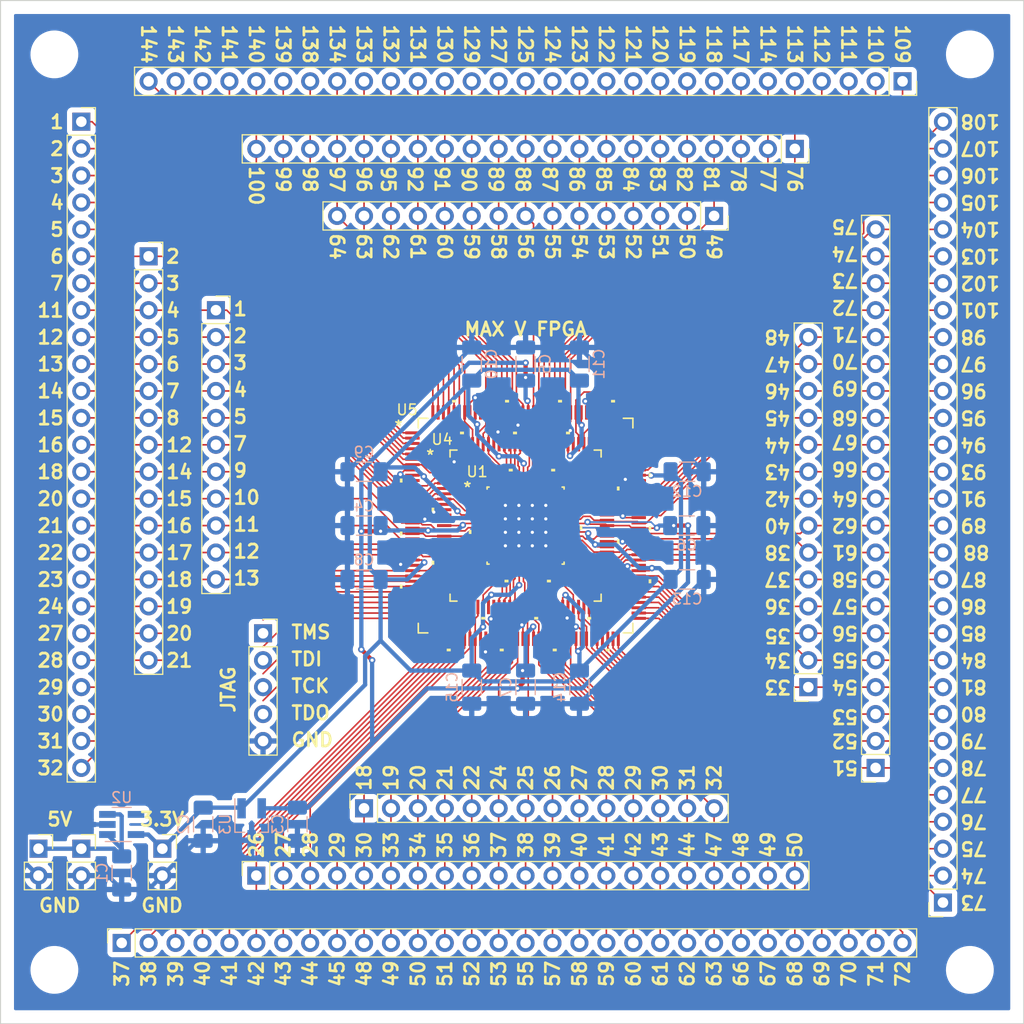
<source format=kicad_pcb>
(kicad_pcb (version 20221018) (generator pcbnew)
  (layers (0 "F.Cu" signal) (31 "B.Cu" signal) (34 "B.Paste" user) (35 "F.Paste" user) (36 "B.SilkS" user "B.Silkscreen") (37 "F.SilkS" user "F.Silkscreen") (38 "B.Mask" user) (39 "F.Mask" user) (44 "Edge.Cuts" user))
  (net 0 "")
  (net 1 "B1")
  (net 2 "B2")
  (net 3 "B3")
  (net 4 "B4")
  (net 5 "B5")
  (net 6 "B6")
  (net 7 "B7")
  (net 8 "B8")
  (net 9 "B9")
  (net 10 "B10")
  (net 11 "B11")
  (net 12 "B12")
  (net 13 "B13")
  (net 14 "B14")
  (net 15 "B15")
  (net 16 "B16")
  (net 17 "+5V")
  (net 18 "GND")
  (net 19 "TCK")
  (net 20 "TMS")
  (net 21 "TDO")
  (net 22 "TDI")
  (net 24 "+3.3V")
  (net 25 "+1V8")
  (net 26 "B17")
  (net 27 "B18")
  (net 28 "B19")
  (net 29 "B20")
  (net 30 "B21")
  (net 31 "B22")
  (net 32 "B23")
  (net 33 "B24")
  (net 34 "B25")
  (net 35 "B26")
  (net 36 "B27")
  (net 37 "B28")
  (net 38 "B29")
  (net 39 "B30")
  (net 40 "R30")
  (net 41 "R29")
  (net 42 "R28")
  (net 43 "R27")
  (net 44 "R26")
  (net 45 "R25")
  (net 46 "R24")
  (net 47 "R23")
  (net 48 "R22")
  (net 49 "R21")
  (net 50 "R20")
  (net 51 "R19")
  (net 52 "R18")
  (net 53 "R17")
  (net 54 "R16")
  (net 55 "R15")
  (net 56 "R14")
  (net 57 "R13")
  (net 58 "R12")
  (net 59 "R11")
  (net 60 "R10")
  (net 61 "R9")
  (net 62 "R8")
  (net 63 "R7")
  (net 64 "R6")
  (net 65 "R5")
  (net 66 "R4")
  (net 67 "R3")
  (net 68 "R2")
  (net 69 "R1")
  (net 70 "L1")
  (net 71 "L2")
  (net 72 "L3")
  (net 73 "L4")
  (net 74 "L5")
  (net 75 "L6")
  (net 76 "L7")
  (net 77 "L8")
  (net 78 "L9")
  (net 79 "L10")
  (net 80 "L11")
  (net 81 "L12")
  (net 82 "L13")
  (net 83 "L14")
  (net 84 "L15")
  (net 85 "L16")
  (net 86 "L17")
  (net 87 "L18")
  (net 88 "L19")
  (net 89 "L20")
  (net 90 "L21")
  (net 91 "L22")
  (net 92 "L23")
  (net 93 "L24")
  (net 94 "L25")
  (net 95 "T1")
  (net 96 "T2")
  (net 97 "T3")
  (net 98 "T4")
  (net 99 "T5")
  (net 100 "T6")
  (net 101 "T7")
  (net 102 "T8")
  (net 103 "T9")
  (net 104 "T10")
  (net 105 "T11")
  (net 106 "T12")
  (net 107 "T13")
  (net 108 "T14")
  (net 109 "T15")
  (net 110 "T16")
  (net 111 "T17")
  (net 112 "T18")
  (net 113 "T19")
  (net 114 "T20")
  (net 115 "T21")
  (net 116 "T22")
  (net 117 "T23")
  (net 118 "T24")
  (net 119 "T25")
  (net 120 "T26")
  (net 121 "T27")
  (net 122 "T28")
  (net 123 "T29")
  (footprint "Connector_PinSocket_2.54mm:PinSocket_1x15_P2.54mm_Vertical" (layer "F.Cu") (at 93.98 46.99 -90)
    (fp_text reference "J14" hide)
    (fp_text value "Top" hide)
  )
  (footprint "Connector_PinSocket_2.54mm:PinSocket_1x21_P2.54mm_Vertical" (layer "F.Cu") (at 101.6 40.665 -90)
    (fp_text reference "J13" hide)
    (fp_text value "Top" hide)
  )
  (footprint "Connector_PinSocket_2.54mm:PinSocket_1x30_P2.54mm_Vertical" (layer "F.Cu") (at 38.1 115.57 90)
    (fp_text reference "J6" hide)
    (fp_text value "Bottom" hide)
  )
  (footprint "Connector_PinSocket_2.54mm:PinSocket_1x14_P2.54mm_Vertical" (layer "F.Cu") (at 60.96 102.87 90)
    (fp_text reference "J8" hide)
    (fp_text value "Bottom" hide)
  )
  (footprint "MountingHole:MountingHole_4mm" (layer "F.Cu") (at 31.75 31.75)
    (fp_text reference "H1" hide)
    (fp_text value "MountingHole" hide)
  )
  (footprint "MountingHole:MountingHole_4mm" (layer "F.Cu") (at 118.11 118.11)
    (fp_text reference "H4" hide)
    (fp_text value "MountingHole" hide)
  )
  (footprint "Connector_PinSocket_2.54mm:PinSocket_1x21_P2.54mm_Vertical" (layer "F.Cu") (at 109.22 99.06 180)
    (fp_text reference "J10" hide)
    (fp_text value "Right" hide)
  )
  (footprint "Connector_PinSocket_2.54mm:PinSocket_1x16_P2.54mm_Vertical" (layer "F.Cu") (at 40.64 50.8)
    (fp_text reference "J3" hide)
    (fp_text value "Left" hide)
  )
  (footprint "Connector_PinSocket_2.54mm:PinSocket_1x02_P2.54mm_Vertical" (layer "F.Cu") (at 34.29 106.68)
    (fp_text reference "J1" hide)
    (fp_text value "Power" hide)
  )
  (footprint "0-footprints:EQFP64_A-1P2_D2-4P5_INT" (layer "F.Cu") (at 76.2 76.2)
    (fp_text reference "U1")
    (fp_text value "5M40ZE64C5N" hide)
  )
  (footprint "Connector_PinSocket_2.54mm:PinSocket_1x05_P2.54mm_Vertical" (layer "F.Cu") (at 51.435 86.36)
    (fp_text reference "J5" hide)
    (fp_text value "JTAG" hide)
  )
  (footprint "Connector_PinSocket_2.54mm:PinSocket_1x21_P2.54mm_Vertical" (layer "F.Cu") (at 50.8 109.22 90)
    (fp_text reference "J7" hide)
    (fp_text value "Bottom" hide)
  )
  (footprint "Connector_PinSocket_2.54mm:PinSocket_1x30_P2.54mm_Vertical" (layer "F.Cu") (at 115.57 111.76 180)
    (fp_text reference "J9" hide)
    (fp_text value "Right" hide)
  )
  (footprint "0-footprints:TQFP144_A-1.60_INT" (layer "F.Cu") (at 76.2 76.2)
    (fp_text reference "U5")
    (fp_text value "5M240ZT144C5" hide)
  )
  (footprint "Connector_PinSocket_2.54mm:PinSocket_1x11_P2.54mm_Vertical" (layer "F.Cu") (at 46.99 55.88)
    (fp_text reference "J4" hide)
    (fp_text value "Left")
  )
  (footprint "Connector_PinSocket_2.54mm:PinSocket_1x29_P2.54mm_Vertical" (layer "F.Cu") (at 111.76 34.29 -90)
    (fp_text reference "J12" hide)
    (fp_text value "Top" hide)
  )
  (footprint "MountingHole:MountingHole_4mm" (layer "F.Cu") (at 118.11 31.75)
    (fp_text reference "H2" hide)
    (fp_text value "MountingHole" hide)
  )
  (footprint "Connector_PinSocket_2.54mm:PinSocket_1x02_P2.54mm_Vertical" (layer "F.Cu") (at 41.935 106.68)
    (fp_text reference "J16" hide)
    (fp_text value "Power3v3" hide)
  )
  (footprint "MountingHole:MountingHole_4mm" (layer "F.Cu") (at 31.75 118.11)
    (fp_text reference "H3" hide)
    (fp_text value "MountingHole" hide)
  )
  (footprint "Connector_PinSocket_2.54mm:PinSocket_1x14_P2.54mm_Vertical" (layer "F.Cu") (at 102.87 91.44 180)
    (fp_text reference "J11" hide)
    (fp_text value "Right" hide)
  )
  (footprint "0-footprints:TQFP100_WRIEBOND_A-1.20_INT" (layer "F.Cu") (at 76.2 76.2)
    (fp_text reference "U4")
    (fp_text value "5M160ZT100C5N" hide)
  )
  (footprint "Connector_PinSocket_2.54mm:PinSocket_1x02_P2.54mm_Vertical" (layer "F.Cu") (at 30.251 106.68)
    (fp_text reference "J15" hide)
    (fp_text value "Power5" hide)
  )
  (footprint "Connector_PinSocket_2.54mm:PinSocket_1x25_P2.54mm_Vertical" (layer "F.Cu") (at 34.29 38.1)
    (fp_text reference "J2" hide)
    (fp_text value "Left" hide)
  )
  (footprint "Capacitor_SMD:C_1206_3216Metric_Pad1.33x1.80mm_HandSolder" (layer "B.Cu") (at 45.786 104.37 -90)
    (fp_text reference "C2")
    (fp_text value "1uF")
  )
  (footprint "Capacitor_SMD:C_1206_3216Metric_Pad1.33x1.80mm_HandSolder" (layer "B.Cu") (at 71.12 91.44 -90)
    (fp_text reference "C15")
    (fp_text value "100n")
  )
  (footprint "Capacitor_SMD:C_1206_3216Metric_Pad1.33x1.80mm_HandSolder" (layer "B.Cu") (at 71.12 60.96 90)
    (fp_text reference "C10")
    (fp_text value "100n")
  )
  (footprint "Capacitor_SMD:C_1206_3216Metric_Pad1.33x1.80mm_HandSolder" (layer "B.Cu") (at 60.96 76.2 180)
    (fp_text reference "C4")
    (fp_text value "100n")
  )
  (footprint "Capacitor_SMD:C_1206_3216Metric_Pad1.33x1.80mm_HandSolder" (layer "B.Cu") (at 91.4015 76.2)
    (fp_text reference "C6")
    (fp_text value "100n")
  )
  (footprint "Capacitor_SMD:C_1206_3216Metric_Pad1.33x1.80mm_HandSolder" (layer "B.Cu") (at 54.676 104.37 -90)
    (fp_text reference "C3")
    (fp_text value "1uF")
  )
  (footprint "Capacitor_SMD:C_1206_3216Metric_Pad1.33x1.80mm_HandSolder" (layer "B.Cu") (at 91.44 71.12)
    (fp_text reference "C12")
    (fp_text value "100n")
  )
  (footprint "Capacitor_SMD:C_1206_3216Metric_Pad1.33x1.80mm_HandSolder" (layer "B.Cu") (at 76.2 60.96 90)
    (fp_text reference "C5")
    (fp_text value "100n")
  )
  (footprint "Capacitor_SMD:C_1206_3216Metric_Pad1.33x1.80mm_HandSolder" (layer "B.Cu") (at 60.96 81.28 180)
    (fp_text reference "C8")
    (fp_text value "100n")
  )
  (footprint "Capacitor_SMD:C_1206_3216Metric_Pad1.33x1.80mm_HandSolder" (layer "B.Cu") (at 81.28 91.44 -90)
    (fp_text reference "C14")
    (fp_text value "100n")
  )
  (footprint "Capacitor_SMD:C_1206_3216Metric_Pad1.33x1.80mm_HandSolder" (layer "B.Cu") (at 76.2 91.44 -90)
    (fp_text reference "C7")
    (fp_text value "100n")
  )
  (footprint "Capacitor_SMD:C_1206_3216Metric_Pad1.33x1.80mm_HandSolder" (layer "B.Cu") (at 60.96 71.12 180)
    (fp_text reference "C9")
    (fp_text value "100n")
  )
  (footprint "Capacitor_SMD:C_1206_3216Metric_Pad1.33x1.80mm_HandSolder" (layer "B.Cu") (at 38.1 108.966 -90)
    (fp_text reference "C1")
    (fp_text value "1uF")
  )
  (footprint "Package_TO_SOT_SMD:SOT-23-5_HandSoldering" (layer "B.Cu") (at 38.1 104.394)
    (fp_text reference "U2")
    (fp_text value "AP7366EA-33W5-7" hide)
  )
  (footprint "Capacitor_SMD:C_1206_3216Metric_Pad1.33x1.80mm_HandSolder" (layer "B.Cu") (at 81.28 60.96 90)
    (fp_text reference "C11")
    (fp_text value "100n")
  )
  (footprint "Capacitor_SMD:C_1206_3216Metric_Pad1.33x1.80mm_HandSolder" (layer "B.Cu") (at 91.44 81.28)
    (fp_text reference "C13")
    (fp_text value "100n")
  )
  (footprint "Package_TO_SOT_SMD:SOT-23_Handsoldering" (layer "B.Cu") (at 50.358 104.37 -90)
    (fp_text reference "U3")
    (fp_text value "AP7313-18SAG-7" hide)
  )
  (gr_line (start 26.67 26.67) (end 123.19 26.67) (stroke (width 0.1)) (layer "Edge.Cuts"))
  (gr_line (start 26.67 123.19) (end 26.67 26.67) (stroke (width 0.1)) (layer "Edge.Cuts"))
  (gr_line (start 123.19 26.67) (end 123.19 123.19) (stroke (width 0.1)) (layer "Edge.Cuts"))
  (gr_line (start 123.19 123.19) (end 26.67 123.19) (stroke (width 0.1)) (layer "Edge.Cuts"))
  (gr_text "97" (at 57.658 42.164 270) (layer "F.SilkS") (effects (font (size 1.27 1.27) (thickness 0.254) bold) (justify left bottom)))
  (gr_text "7" (at 48.514 69.215) (layer "F.SilkS") (effects (font (size 1.27 1.27) (thickness 0.254) bold) (justify left bottom)))
  (gr_text "33" (at 64.262 107.696 90) (layer "F.SilkS") (effects (font (size 1.27 1.27) (thickness 0.254) bold) (justify left bottom)))
  (gr_text "103" (at 117.094 50.038 180) (layer "F.SilkS") (effects (font (size 1.27 1.27) (thickness 0.254) bold) (justify right bottom)))
  (gr_text "24" (at 74.422 101.346 90) (layer "F.SilkS") (effects (font (size 1.27 1.27) (thickness 0.254) bold) (justify left bottom)))
  (gr_text "23" (at 32.766 82.042) (layer "F.SilkS") (effects (font (size 1.27 1.27) (thickness 0.254) bold) (justify right bottom)))
  (gr_text "113" (at 100.838 32.766 270) (layer "F.SilkS") (effects (font (size 1.27 1.27) (thickness 0.254) bold) (justify right bottom)))
  (gr_text "68" (at 102.362 117.094 90) (layer "F.SilkS") (effects (font (size 1.27 1.27) (thickness 0.254) bold) (justify right bottom)))
  (gr_text "53" (at 107.696 93.472 180) (layer "F.SilkS") (effects (font (size 1.27 1.27) (thickness 0.254) bold) (justify left bottom)))
  (gr_text "1" (at 48.514 56.515) (layer "F.SilkS") (effects (font (size 1.27 1.27) (thickness 0.254) bold) (justify left bottom)))
  (gr_text "53" (at 74.422 117.094 90) (layer "F.SilkS") (effects (font (size 1.27 1.27) (thickness 0.254) bold) (justify right bottom)))
  (gr_text "26" (at 51.562 107.696 90) (layer "F.SilkS") (effects (font (size 1.27 1.27) (thickness 0.254) bold) (justify left bottom)))
  (gr_text "11" (at 48.514 76.835) (layer "F.SilkS") (effects (font (size 1.27 1.27) (thickness 0.254) bold) (justify left bottom)))
  (gr_text "102" (at 117.094 52.578 180) (layer "F.SilkS") (effects (font (size 1.27 1.27) (thickness 0.254) bold) (justify right bottom)))
  (gr_text "67" (at 107.696 67.564 180) (layer "F.SilkS") (effects (font (size 1.27 1.27) (thickness 0.254) bold) (justify left bottom)))
  (gr_text "22" (at 71.882 101.346 90) (layer "F.SilkS") (effects (font (size 1.27 1.27) (thickness 0.254) bold) (justify left bottom)))
  (gr_text "29" (at 32.766 92.202) (layer "F.SilkS") (effects (font (size 1.27 1.27) (thickness 0.254) bold) (justify right bottom)))
  (gr_text "GND" (at 41.91 112.776) (layer "F.SilkS") (effects (font (size 1.27 1.27) (thickness 0.254) bold) (justify bottom)))
  (gr_text "GND" (at 32.258 112.776) (layer "F.SilkS") (effects (font (size 1.27 1.27) (thickness 0.254) bold) (justify bottom)))
  (gr_text "5V" (at 32.258 104.648) (layer "F.SilkS") (effects (font (size 1.27 1.27) (thickness 0.254) bold) (justify bottom)))
  (gr_text "28" (at 56.642 107.696 90) (layer "F.SilkS") (effects (font (size 1.27 1.27) (thickness 0.254) bold) (justify left bottom)))
  (gr_text "27" (at 82.042 101.346 90) (layer "F.SilkS") (effects (font (size 1.27 1.27) (thickness 0.254) bold) (justify left bottom)))
  (gr_text "86" (at 117.094 83.058 180) (layer "F.SilkS") (effects (font (size 1.27 1.27) (thickness 0.254) bold) (justify right bottom)))
  (gr_text "19" (at 64.262 101.346 90) (layer "F.SilkS") (effects (font (size 1.27 1.27) (thickness 0.254) bold) (justify left bottom)))
  (gr_text "86" (at 80.268532 42.158093 270) (layer "F.SilkS") (effects (font (size 1.27 1.27) (thickness 0.254) bold) (justify left bottom)))
  (gr_text "13" (at 48.514 81.915) (layer "F.SilkS") (effects (font (size 1.27 1.27) (thickness 0.254) bold) (justify left bottom)))
  (gr_text "48" (at 97.282 107.696 90) (layer "F.SilkS") (effects (font (size 1.27 1.27) (thickness 0.254) bold) (justify left bottom)))
  (gr_text "4" (at 42.164 56.642) (layer "F.SilkS") (effects (font (size 1.27 1.27) (thickness 0.254) bold) (justify left bottom)))
  (gr_text "13" (at 32.766 61.722) (layer "F.SilkS") (effects (font (size 1.27 1.27) (thickness 0.254) bold) (justify right bottom)))
  (gr_text "140" (at 50.038 32.766 270) (layer "F.SilkS") (effects (font (size 1.27 1.27) (thickness 0.254) bold) (justify right bottom)))
  (gr_text "11" (at 32.766 56.642) (layer "F.SilkS") (effects (font (size 1.27 1.27) (thickness 0.254) bold) (justify right bottom)))
  (gr_text "41" (at 49.022 117.094 90) (layer "F.SilkS") (effects (font (size 1.27 1.27) (thickness 0.254) bold) (justify right bottom)))
  (gr_text "139" (at 52.578 32.766 270) (layer "F.SilkS") (effects (font (size 1.27 1.27) (thickness 0.254) bold) (justify right bottom)))
  (gr_text "95" (at 62.484 42.164 270) (layer "F.SilkS") (effects (font (size 1.27 1.27) (thickness 0.254) bold) (justify left bottom)))
  (gr_text "30" (at 89.662 101.346 90) (layer "F.SilkS") (effects (font (size 1.27 1.27) (thickness 0.254) bold) (justify left bottom)))
  (gr_text "51" (at 88.138 48.514 270) (layer "F.SilkS") (effects (font (size 1.27 1.27) (thickness 0.254) bold) (justify left bottom)))
  (gr_text "134" (at 57.658 32.766 270) (layer "F.SilkS") (effects (font (size 1.27 1.27) (thickness 0.254) bold) (justify right bottom)))
  (gr_text "85" (at 82.804 42.164 270) (layer "F.SilkS") (effects (font (size 1.27 1.27) (thickness 0.254) bold) (justify left bottom)))
  (gr_text "133" (at 60.198 32.766 270) (layer "F.SilkS") (effects (font (size 1.27 1.27) (thickness 0.254) bold) (justify right bottom)))
  (gr_text "2" (at 32.766 41.402) (layer "F.SilkS") (effects (font (size 1.27 1.27) (thickness 0.254) bold) (justify right bottom)))
  (gr_text "74" (at 107.696 49.784 180) (layer "F.SilkS") (effects (font (size 1.27 1.27) (thickness 0.254) bold) (justify left bottom)))
  (gr_text "7" (at 42.164 64.262) (layer "F.SilkS") (effects (font (size 1.27 1.27) (thickness 0.254) bold) (justify left bottom)))
  (gr_text "100" (at 50.038 42.164 270) (layer "F.SilkS") (effects (font (size 1.27 1.27) (thickness 0.254) bold) (justify left bottom)))
  (gr_text "70" (at 107.442 117.094 90) (layer "F.SilkS") (effects (font (size 1.27 1.27) (thickness 0.254) bold) (justify right bottom)))
  (gr_text "58" (at 82.042 117.094 90) (layer "F.SilkS") (effects (font (size 1.27 1.27) (thickness 0.254) bold) (justify right bottom)))
  (gr_text "56" (at 75.438 48.514 270) (layer "F.SilkS") (effects (font (size 1.27 1.27) (thickness 0.254) bold) (justify left bottom)))
  (gr_text "67" (at 99.822 117.094 90) (layer "F.SilkS") (effects (font (size 1.27 1.27) (thickness 0.254) bold) (justify right bottom)))
  (gr_text "15" (at 32.766 66.802) (layer "F.SilkS") (effects (font (size 1.27 1.27) (thickness 0.254) bold) (justify right bottom)))
  (gr_text "55" (at 107.696 88.138 180) (layer "F.SilkS") (effects (font (size 1.27 1.27) (thickness 0.254) bold) (justify left bottom)))
  (gr_text "62" (at 92.202 117.094 90) (layer "F.SilkS") (effects (font (size 1.27 1.27) (thickness 0.254) bold) (justify right bottom)))
  (gr_text "90" (at 70.104 42.164 270) (layer "F.SilkS") (effects (font (size 1.27 1.27) (thickness 0.254) bold) (justify left bottom)))
  (gr_text "44" (at 92.202 107.696 90) (layer "F.SilkS") (effects (font (size 1.27 1.27) (thickness 0.254) bold) (justify left bottom)))
  (gr_text "57" (at 79.502 117.094 90) (layer "F.SilkS") (effects (font (size 1.27 1.27) (thickness 0.254) bold) (justify right bottom)))
  (gr_text "119" (at 90.678 32.766 270) (layer "F.SilkS") (effects (font (size 1.27 1.27) (thickness 0.254) bold) (justify right bottom)))
  (gr_text "51" (at 69.342 117.094 90) (layer "F.SilkS") (effects (font (size 1.27 1.27) (thickness 0.254) bold) (justify right bottom)))
  (gr_text "96" (at 60.198 42.164 270) (layer "F.SilkS") (effects (font (size 1.27 1.27) (thickness 0.254) bold) (justify left bottom)))
  (gr_text "38" (at 101.346 77.978 180) (layer "F.SilkS") (effects (font (size 1.27 1.27) (thickness 0.254) bold) (justify left bottom)))
  (gr_text "50" (at 66.802 117.094 90) (layer "F.SilkS") (effects (font (size 1.27 1.27) (thickness 0.254) bold) (justify right bottom)))
  (gr_text "26" (at 79.502 101.346 90) (layer "F.SilkS") (effects (font (size 1.27 1.27) (thickness 0.254) bold) (justify left bottom)))
  (gr_text "35" (at 69.342 107.696 90) (layer "F.SilkS") (effects (font (size 1.27 1.27) (thickness 0.254) bold) (justify left bottom)))
  (gr_text "75" (at 117.094 105.918 180) (layer "F.SilkS") (effects (font (size 1.27 1.27) (thickness 0.254) bold) (justify right bottom)))
  (gr_text "1" (at 32.766 38.862) (layer "F.SilkS") (effects (font (size 1.27 1.27) (thickness 0.254) bold) (justify right bottom)))
  (gr_text "69" (at 107.696 62.484 180) (layer "F.SilkS") (effects (font (size 1.27 1.27) (thickness 0.254) bold) (justify left bottom)))
  (gr_text "57" (at 107.696 83.058 180) (layer "F.SilkS") (effects (font (size 1.27 1.27) (thickness 0.254) bold) (justify left bottom)))
  (gr_text "17" (at 42.164 79.502) (layer "F.SilkS") (effects (font (size 1.27 1.27) (thickness 0.254) bold) (justify left bottom)))
  (gr_text "6" (at 42.164 61.722) (layer "F.SilkS") (effects (font (size 1.27 1.27) (thickness 0.254) bold) (justify left bottom)))
  (gr_text "42" (at 101.346 72.898 180) (layer "F.SilkS") (effects (font (size 1.27 1.27) (thickness 0.254) bold) (justify left bottom)))
  (gr_text "104" (at 117.094 47.498 180) (layer "F.SilkS") (effects (font (size 1.27 1.27) (thickness 0.254) bold) (justify right bottom)))
  (gr_text "3" (at 32.766 43.942) (layer "F.SilkS") (effects (font (size 1.27 1.27) (thickness 0.254) bold) (justify right bottom)))
  (gr_text "127" (at 72.898 32.766 270) (layer "F.SilkS") (effects (font (size 1.27 1.27) (thickness 0.254) bold) (justify right bottom)))
  (gr_text "58" (at 107.696 80.518 180) (layer "F.SilkS") (effects (font (size 1.27 1.27) (thickness 0.254) bold) (justify left bottom)))
  (gr_text "109" (at 110.998 32.766 270) (layer "F.SilkS") (effects (font (size 1.27 1.27) (thickness 0.254) bold) (justify right bottom)))
  (gr_text "92" (at 65.024 42.164 270) (layer "F.SilkS") (effects (font (size 1.27 1.27) (thickness 0.254) bold) (justify left bottom)))
  (gr_text "58" (at 72.898 48.514 270) (layer "F.SilkS") (effects (font (size 1.27 1.27) (thickness 0.254) bold) (justify left bottom)))
  (gr_text "94" (at 117.094 67.818 180) (layer "F.SilkS") (effects (font (size 1.27 1.27) (thickness 0.254) bold) (justify right bottom)))
  (gr_text "38" (at 41.402 117.094 90) (layer "F.SilkS") (effects (font (size 1.27 1.27) (thickness 0.254) bold) (justify right bottom)))
  (gr_text "63" (at 94.742 117.094 90) (layer "F.SilkS") (effects (font (size 1.27 1.27) (thickness 0.254) bold) (justify right bottom)))
  (gr_text "39" (at 43.942 117.094 90) (layer "F.SilkS") (effects (font (size 1.27 1.27) (thickness 0.254) bold) (justify right bottom)))
  (gr_text "34" (at 66.802 107.696 90) (layer "F.SilkS") (effects (font (size 1.27 1.27) (thickness 0.254) bold) (justify left bottom)))
  (gr_text "95" (at 117.094 65.278 180) (layer "F.SilkS") (effects (font (size 1.27 1.27) (thickness 0.254) bold) (justify right bottom)))
  (gr_text "76" (at 117.094 103.378 180) (layer "F.SilkS") (effects (font (size 1.27 1.27) (thickness 0.254) bold) (justify right bottom)))
  (gr_text "14" (at 42.164 71.882) (layer "F.SilkS") (effects (font (size 1.27 1.27) (thickness 0.254) bold) (justify left bottom)))
  (gr_text "110" (at 108.458 32.766 270) (layer "F.SilkS") (effects (font (size 1.27 1.27) (thickness 0.254) bold) (justify right bottom)))
  (gr_text "39" (at 79.502 107.696 90) (layer "F.SilkS") (effects (font (size 1.27 1.27) (thickness 0.254) bold) (justify left bottom)))
  (gr_text "105" (at 117.094 44.958 180) (layer "F.SilkS") (effects (font (size 1.27 1.27) (thickness 0.254) bold) (justify right bottom)))
  (gr_text "66" (at 97.282 117.094 90) (layer "F.SilkS") (effects (font (size 1.27 1.27) (thickness 0.254) bold) (justify right bottom)))
  (gr_text "43" (at 89.662 107.696 90) (layer "F.SilkS") (effects (font (size 1.27 1.27) (thickness 0.254) bold) (justify left bottom)))
  (gr_text "61" (at 65.278 48.514 270) (layer "F.SilkS") (effects (font (size 1.27 1.27) (thickness 0.254) bold) (justify left bottom)))
  (gr_text "MAX V FPGA" (at 76.2 58.42) (layer "F.SilkS") (effects (font (size 1.27 1.27) (thickness 0.254) bold) (justify bottom)))
  (gr_text "124" (at 77.978 32.766 270) (layer "F.SilkS") (effects (font (size 1.27 1.27) (thickness 0.254) bold) (justify right bottom)))
  (gr_text "48" (at 61.722 117.094 90) (layer "F.SilkS") (effects (font (size 1.27 1.27) (thickness 0.254) bold) (justify right bottom)))
  (gr_text "14" (at 32.766 64.262) (layer "F.SilkS") (effects (font (size 1.27 1.27) (thickness 0.254) bold) (justify right bottom)))
  (gr_text "21" (at 42.164 89.662) (layer "F.SilkS") (effects (font (size 1.27 1.27) (thickness 0.254) bold) (justify left bottom)))
  (gr_text "18" (at 32.766 71.882) (layer "F.SilkS") (effects (font (size 1.27 1.27) (thickness 0.254) bold) (justify right bottom)))
  (gr_text "49" (at 93.218 48.514 270) (layer "F.SilkS") (effects (font (size 1.27 1.27) (thickness 0.254) bold) (justify left bottom)))
  (gr_text "143" (at 42.418 32.766 270) (layer "F.SilkS") (effects (font (size 1.27 1.27) (thickness 0.254) bold) (justify right bottom)))
  (gr_text "89" (at 117.094 75.438 180) (layer "F.SilkS") (effects (font (size 1.27 1.27) (thickness 0.254) bold) (justify right bottom)))
  (gr_text "132" (at 62.738 32.766 270) (layer "F.SilkS") (effects (font (size 1.27 1.27) (thickness 0.254) bold) (justify right bottom)))
  (gr_text "40" (at 82.042 107.696 90) (layer "F.SilkS") (effects (font (size 1.27 1.27) (thickness 0.254) bold) (justify left bottom)))
  (gr_text "44" (at 101.346 67.818 180) (layer "F.SilkS") (effects (font (size 1.27 1.27) (thickness 0.254) bold) (justify left bottom)))
  (gr_text "72" (at 112.522 117.094 90) (layer "F.SilkS") (effects (font (size 1.27 1.27) (thickness 0.254) bold) (justify right bottom)))
  (gr_text "54" (at 107.696 90.678 180) (layer "F.SilkS") (effects (font (size 1.27 1.27) (thickness 0.254) bold) (justify left bottom)))
  (gr_text "2" (at 48.514 59.055) (layer "F.SilkS") (effects (font (size 1.27 1.27) (thickness 0.254) bold) (justify left bottom)))
  (gr_text "96" (at 117.094 62.738 180) (layer "F.SilkS") (effects (font (size 1.27 1.27) (thickness 0.254) bold) (justify right bottom)))
  (gr_text "114" (at 98.298 32.766 270) (layer "F.SilkS") (effects (font (size 1.27 1.27) (thickness 0.254) bold) (justify right bottom)))
  (gr_text "42" (at 87.122 107.696 90) (layer "F.SilkS") (effects (font (size 1.27 1.27) (thickness 0.254) bold) (justify left bottom)))
  (gr_text "62" (at 62.738 48.514 270) (layer "F.SilkS") (effects (font (size 1.27 1.27) (thickness 0.254) bold) (justify left bottom)))
  (gr_text "16" (at 42.164 76.962) (layer "F.SilkS") (effects (font (size 1.27 1.27) (thickness 0.254) bold) (justify left bottom)))
  (gr_text "45" (at 59.182 117.094 90) (layer "F.SilkS") (effects (font (size 1.27 1.27) (thickness 0.254) bold) (justify right bottom)))
  (gr_text "138" (at 55.118 32.766 270) (layer "F.SilkS") (effects (font (size 1.27 1.27) (thickness 0.254) bold) (justify right bottom)))
  (gr_text "81" (at 92.964 42.164 270) (layer "F.SilkS") (effects (font (size 1.27 1.27) (thickness 0.254) bold) (justify left bottom)))
  (gr_text "28" (at 32.766 89.662) (layer "F.SilkS") (effects (font (size 1.27 1.27) (thickness 0.254) bold) (justify right bottom)))
  (gr_text "93" (at 117.094 70.358 180) (layer "F.SilkS") (effects (font (size 1.27 1.27) (thickness 0.254) bold) (justify right bottom)))
  (gr_text "80" (at 117.094 93.218 180) (layer "F.SilkS") (effects (font (size 1.27 1.27) (thickness 0.254) bold) (justify right bottom)))
  (gr_text "61" (at 107.696 77.978 180) (layer "F.SilkS") (effects (font (size 1.27 1.27) (thickness 0.254) bold) (justify left bottom)))
  (gr_text "51" (at 107.696 98.298 180) (layer "F.SilkS") (effects (font (size 1.27 1.27) (thickness 0.254) bold) (justify left bottom)))
  (gr_text "8" (at 42.164 66.802) (layer "F.SilkS") (effects (font (size 1.27 1.27) (thickness 0.254) bold) (justify left bottom)))
  (gr_text "129" (at 70.358 32.766 270) (layer "F.SilkS") (effects (font (size 1.27 1.27) (thickness 0.254) bold) (justify right bottom)))
  (gr_text "40" (at 46.482 117.094 90) (layer "F.SilkS") (effects (font (size 1.27 1.27) (thickness 0.254) bold) (justify right bottom)))
  (gr_text "60" (at 87.122 117.094 90) (layer "F.SilkS") (effects (font (size 1.27 1.27) (thickness 0.254) bold) (justify right bottom)))
  (gr_text "10" (at 48.514 74.295) (layer "F.SilkS") (effects (font (size 1.27 1.27) (thickness 0.254) bold) (justify left bottom)))
  (gr_text "125" (at 75.438 32.766 270) (layer "F.SilkS") (effects (font (size 1.27 1.27) (thickness 0.254) bold) (justify right bottom)))
  (gr_text "117" (at 95.758 32.766 270) (layer "F.SilkS") (effects (font (size 1.27 1.27) (thickness 0.254) bold) (justify right bottom)))
  (gr_text "45" (at 101.346 65.278 180) (layer "F.SilkS") (effects (font (size 1.27 1.27) (thickness 0.254) bold) (justify left bottom)))
  (gr_text "41" (at 84.582 107.696 90) (layer "F.SilkS") (effects (font (size 1.27 1.27) (thickness 0.254) bold) (justify left bottom)))
  (gr_text "47" (at 101.346 60.198 180) (layer "F.SilkS") (effects (font (size 1.27 1.27) (thickness 0.254) bold) (justify left bottom)))
  (gr_text "20" (at 66.802 101.346 90) (layer "F.SilkS") (effects (font (size 1.27 1.27) (thickness 0.254) bold) (justify left bottom)))
  (gr_text "TDI" (at 53.975 89.535) (layer "F.SilkS") (effects (font (size 1.27 1.27) (thickness 0.254) bold) (justify left bottom)))
  (gr_text "22" (at 32.766 79.502) (layer "F.SilkS") (effects (font (size 1.27 1.27) (thickness 0.254) bold) (justify right bottom)))
  (gr_text "70" (at 107.696 59.944 180) (layer "F.SilkS") (effects (font (size 1.27 1.27) (thickness 0.254) bold) (justify left bottom)))
  (gr_text "3" (at 48.514 61.595) (layer "F.SilkS") (effects (font (size 1.27 1.27) (thickness 0.254) bold) (justify left bottom)))
  (gr_text "66" (at 107.696 70.104 180) (layer "F.SilkS") (effects (font (size 1.27 1.27) (thickness 0.254) bold) (justify left bottom)))
  (gr_text "50" (at 102.362 107.696 90) (layer "F.SilkS") (effects (font (size 1.27 1.27) (thickness 0.254) bold) (justify left bottom)))
  (gr_text "77" (at 117.094 100.838 180) (layer "F.SilkS") (effects (font (size 1.27 1.27) (thickness 0.254) bold) (justify right bottom)))
  (gr_text "24" (at 32.766 84.582) (layer "F.SilkS") (effects (font (size 1.27 1.27) (thickness 0.254) bold) (justify right bottom)))
  (gr_text "7" (at 32.766 54.102) (layer "F.SilkS") (effects (font (size 1.27 1.27) (thickness 0.254) bold) (justify right bottom)))
  (gr_text "21" (at 69.342 101.346 90) (layer "F.SilkS") (effects (font (size 1.27 1.27) (thickness 0.254) bold) (justify left bottom)))
  (gr_text "12" (at 48.514 79.375) (layer "F.SilkS") (effects (font (size 1.27 1.27) (thickness 0.254) bold) (justify left bottom)))
  (gr_text "15" (at 42.164 74.422) (layer "F.SilkS") (effects (font (size 1.27 1.27) (thickness 0.254) bold) (justify left bottom)))
  (gr_text "31" (at 32.766 97.282) (layer "F.SilkS") (effects (font (size 1.27 1.27) (thickness 0.254) bold) (justify right bottom)))
  (gr_text "76" (at 100.838 42.164 270) (layer "F.SilkS") (effects (font (size 1.27 1.27) (thickness 0.254) bold) (justify left bottom)))
  (gr_text "GND" (at 53.975 97.155) (layer "F.SilkS") (effects (font (size 1.27 1.27) (thickness 0.254) bold) (justify left bottom)))
  (gr_text "131" (at 65.278 32.766 270) (layer "F.SilkS") (effects (font (size 1.27 1.27) (thickness 0.254) bold) (justify right bottom)))
  (gr_text "73" (at 107.696 52.324 180) (layer "F.SilkS") (effects (font (size 1.27 1.27) (thickness 0.254) bold) (justify left bottom)))
  (gr_text "37" (at 74.422 107.696 90) (layer "F.SilkS") (effects (font (size 1.27 1.27) (thickness 0.254) bold) (justify left bottom)))
  (gr_text "78" (at 117.094 98.298 180) (layer "F.SilkS") (effects (font (size 1.27 1.27) (thickness 0.254) bold) (justify right bottom)))
  (gr_text "5" (at 48.514 66.675) (layer "F.SilkS") (effects (font (size 1.27 1.27) (thickness 0.254) bold) (justify left bottom)))
  (gr_text "85" (at 117.094 85.598 180) (layer "F.SilkS") (effects (font (size 1.27 1.27) (thickness 0.254) bold) (justify right bottom)))
  (gr_text "75" (at 107.696 47.244 180) (layer "F.SilkS") (effects (font (size 1.27 1.27) (thickness 0.254) bold) (justify left bottom)))
  (gr_text "130" (at 67.818 32.766 270) (layer "F.SilkS") (effects (font (size 1.27 1.27) (thickness 0.254) bold) (justify right bottom)))
  (gr_text "98" (at 55.118 42.164 270) (layer "F.SilkS") (effects (font (size 1.27 1.27) (thickness 0.254) bold) (justify left bottom)))
  (gr_text "106" (at 117.094 42.418 180) (layer "F.SilkS") (effects (font (size 1.27 1.27) (thickness 0.254) bold) (justify right bottom)))
  (gr_text "63" (at 60.198 48.514 270) (layer "F.SilkS") (effects (font (size 1.27 1.27) (thickness 0.254) bold) (justify left bottom)))
  (gr_text "20" (at 42.164 87.122) (layer "F.SilkS") (effects (font (size 1.27 1.27) (thickness 0.254) bold) (justify left bottom)))
  (gr_text "36" (at 71.882 107.696 90) (layer "F.SilkS") (effects (font (size 1.27 1.27) (thickness 0.254) bold) (justify left bottom)))
  (gr_text "12" (at 32.766 59.182) (layer "F.SilkS") (effects (font (size 1.27 1.27) (thickness 0.254) bold) (justify right bottom)))
  (gr_text "37" (at 38.862 117.094 90) (layer "F.SilkS") (effects (font (size 1.27 1.27) (thickness 0.254) bold) (justify right bottom)))
  (gr_text "40" (at 101.346 75.438 180) (layer "F.SilkS") (effects (font (size 1.27 1.27) (thickness 0.254) bold) (justify left bottom)))
  (gr_text "73" (at 117.094 110.998 180) (layer "F.SilkS") (effects (font (size 1.27 1.27) (thickness 0.254) bold) (justify right bottom)))
  (gr_text "3" (at 42.164 54.102) (layer "F.SilkS") (effects (font (size 1.27 1.27) (thickness 0.254) bold) (justify left bottom)))
  (gr_text "38" (at 76.962 107.696 90) (layer "F.SilkS") (effects (font (size 1.27 1.27) (thickness 0.254) bold) (justify left bottom)))
  (gr_text "4" (at 32.766 46.482) (layer "F.SilkS") (effects (font (size 1.27 1.27) (thickness 0.254) bold) (justify right bottom)))
  (gr_text "32" (at 32.766 99.822) (layer "F.SilkS") (effects (font (size 1.27 1.27) (thickness 0.254) bold) (justify right bottom)))
  (gr_text "55" (at 77.982532 48.508093 270) (layer "F.SilkS") (effects (font (size 1.27 1.27) (thickness 0.254) bold) (justify left bottom)))
  (gr_text "47" (at 94.742 107.696 90) (layer "F.SilkS") (effects (font (size 1.27 1.27) (thickness 0.254) bold) (justify left bottom)))
  (gr_text "89" (at 72.644 42.164 270) (layer "F.SilkS") (effects (font (size 1.27 1.27) (thickness 0.254) bold) (justify left bottom)))
  (gr_text "49" (at 64.262 117.094 90) (layer "F.SilkS") (effects (font (size 1.27 1.27) (thickness 0.254) bold) (justify right bottom)))
  (gr_text "52" (at 107.696 95.758 180) (layer "F.SilkS") (effects (font (size 1.27 1.27) (thickness 0.254) bold) (justify left bottom)))
  (gr_text "108" (at 117.094 37.338 180) (layer "F.SilkS") (effects (font (size 1.27 1.27) (thickness 0.254) bold) (justify right bottom)))
  (gr_text "59" (at 84.582 117.094 90) (layer "F.SilkS") (effects (font (size 1.27 1.27) (thickness 0.254) bold) (justify right bottom)))
  (gr_text "107" (at 117.094 39.878 180) (layer "F.SilkS") (effects (font (size 1.27 1.27) (thickness 0.254) bold) (justify right bottom)))
  (gr_text "98" (at 117.094 57.658 180) (layer "F.SilkS") (effects (font (size 1.27 1.27) (thickness 0.254) bold) (justify right bottom)))
  (gr_text "4" (at 48.514 64.135) (layer "F.SilkS") (effects (font (size 1.27 1.27) (thickness 0.254) bold) (justify left bottom)))
  (gr_text "72" (at 107.696 54.864 180) (layer "F.SilkS") (effects (font (size 1.27 1.27) (thickness 0.254) bold) (justify left bottom)))
  (gr_text "81" (at 117.094 90.678 180) (layer "F.SilkS") (effects (font (size 1.27 1.27) (thickness 0.254) bold) (justify right bottom)))
  (gr_text "43" (at 101.346 70.358 180) (layer "F.SilkS") (effects (font (size 1.27 1.27) (thickness 0.254) bold) (justify left bottom)))
  (gr_text "91" (at 67.564 42.164 270) (layer "F.SilkS") (effects (font (size 1.27 1.27) (thickness 0.254) bold) (justify left bottom)))
  (gr_text "27" (at 32.766 87.122) (layer "F.SilkS") (effects (font (size 1.27 1.27) (thickness 0.254) bold) (justify right bottom)))
  (gr_text "84" (at 85.344 42.164 270) (layer "F.SilkS") (effects (font (size 1.27 1.27) (thickness 0.254) bold) (justify left bottom)))
  (gr_text "43" (at 54.102 117.094 90) (layer "F.SilkS") (effects (font (size 1.27 1.27) (thickness 0.254) bold) (justify right bottom)))
  (gr_text "121" (at 85.598 32.766 270) (layer "F.SilkS") (effects (font (size 1.27 1.27) (thickness 0.254) bold) (justify right bottom)))
  (gr_text "35" (at 101.346 85.852 180) (layer "F.SilkS") (effects (font (size 1.27 1.27) (thickness 0.254) bold) (justify left bottom)))
  (gr_text "55" (at 76.962 117.094 90) (layer "F.SilkS") (effects (font (size 1.27 1.27) (thickness 0.254) bold) (justify right bottom)))
  (gr_text "18" (at 61.722 101.346 90) (layer "F.SilkS") (effects (font (size 1.27 1.27) (thickness 0.254) bold) (justify left bottom)))
  (gr_text "33" (at 101.346 90.678 180) (layer "F.SilkS") (effects (font (size 1.27 1.27) (thickness 0.254) bold) (justify left bottom)))
  (gr_text "74" (at 117.094 108.458 180) (layer "F.SilkS") (effects (font (size 1.27 1.27) (thickness 0.254) bold) (justify right bottom)))
  (gr_text "21" (at 32.766 76.962) (layer "F.SilkS") (effects (font (size 1.27 1.27) (thickness 0.254) bold) (justify right bottom)))
  (gr_text "JTAG" (at 48.895 93.98 90) (layer "F.SilkS") (effects (font (size 1.27 1.27) (thickness 0.254) bold) (justify left bottom)))
  (gr_text "112" (at 103.378 32.766 270) (layer "F.SilkS") (effects (font (size 1.27 1.27) (thickness 0.254) bold) (justify right bottom)))
  (gr_text "50" (at 90.678 48.514 270) (layer "F.SilkS") (effects (font (size 1.27 1.27) (thickness 0.254) bold) (justify left bottom)))
  (gr_text "5" (at 32.766 49.022) (layer "F.SilkS") (effects (font (size 1.27 1.27) (thickness 0.254) bold) (justify right bottom)))
  (gr_text "12" (at 42.164 69.342) (layer "F.SilkS") (effects (font (size 1.27 1.27) (thickness 0.254) bold) (justify left bottom)))
  (gr_text "68" (at 107.696 65.278 180) (layer "F.SilkS") (effects (font (size 1.27 1.27) (thickness 0.254) bold) (justify left bottom)))
  (gr_text "36" (at 101.346 83.058 180) (layer "F.SilkS") (effects (font (size 1.27 1.27) (thickness 0.254) bold) (justify left bottom)))
  (gr_text "25" (at 76.962 101.346 90) (layer "F.SilkS") (effects (font (size 1.27 1.27) (thickness 0.254) bold) (justify left bottom)))
  (gr_text "91" (at 117.094 72.898 180) (layer "F.SilkS") (effects (font (size 1.27 1.27) (thickness 0.254) bold) (justify right bottom)))
  (gr_text "9" (at 48.514 71.755) (layer "F.SilkS") (effects (font (size 1.27 1.27) (thickness 0.254) bold) (justify left bottom)))
  (gr_text "30" (at 32.766 94.742) (layer "F.SilkS") (effects (font (size 1.27 1.27) (thickness 0.254) bold) (justify right bottom)))
  (gr_text "TCK" (at 53.975 92.075) (layer "F.SilkS") (effects (font (size 1.27 1.27) (thickness 0.254) bold) (justify left bottom)))
  (gr_text "71" (at 107.696 57.404 180) (layer "F.SilkS") (effects (font (size 1.27 1.27) (thickness 0.254) bold) (justify left bottom)))
  (gr_text "99" (at 52.578 42.164 270) (layer "F.SilkS") (effects (font (size 1.27 1.27) (thickness 0.254) bold) (justify left bottom)))
  (gr_text "28" (at 84.582 101.346 90) (layer "F.SilkS") (effects (font (size 1.27 1.27) (thickness 0.254) bold) (justify left bottom)))
  (gr_text "18" (at 42.164 82.042) (layer "F.SilkS") (effects (font (size 1.27 1.27) (thickness 0.254) bold) (justify left bottom)))
  (gr_text "TDO" (at 53.975 94.615) (layer "F.SilkS") (effects (font (size 1.27 1.27) (thickness 0.254) bold) (justify left bottom)))
  (gr_text "82" (at 90.424 42.164 270) (layer "F.SilkS") (effects (font (size 1.27 1.27) (thickness 0.254) bold) (justify left bottom)))
  (gr_text "56" (at 107.696 85.598 180) (layer "F.SilkS") (effects (font (size 1.27 1.27) (thickness 0.254) bold) (justify left bottom)))
  (gr_text "5" (at 42.164 59.182) (layer "F.SilkS") (effects (font (size 1.27 1.27) (thickness 0.254) bold) (justify left bottom)))
  (gr_text "111" (at 105.918 32.766 270) (layer "F.SilkS") (effects (font (size 1.27 1.27) (thickness 0.254) bold) (justify right bottom)))
  (gr_text "79" (at 117.094 95.758 180) (layer "F.SilkS") (effects (font (size 1.27 1.27) (thickness 0.254) bold) (justify right bottom)))
  (gr_text "52" (at 85.598 48.514 270) (layer "F.SilkS") (effects (font (size 1.27 1.27) (thickness 0.254) bold) (justify left bottom)))
  (gr_text "97" (at 117.094 60.198 180) (layer "F.SilkS") (effects (font (size 1.27 1.27) (thickness 0.254) bold) (justify right bottom)))
  (gr_text "69" (at 104.902 117.094 90) (layer "F.SilkS") (effects (font (size 1.27 1.27) (thickness 0.254) bold) (justify right bottom)))
  (gr_text "84" (at 117.094 88.138 180) (layer "F.SilkS") (effects (font (size 1.27 1.27) (thickness 0.254) bold) (justify right bottom)))
  (gr_text "30" (at 61.722 107.696 90) (layer "F.SilkS") (effects (font (size 1.27 1.27) (thickness 0.254) bold) (justify left bottom)))
  (gr_text "44" (at 56.642 117.094 90) (layer "F.SilkS") (effects (font (size 1.27 1.27) (thickness 0.254) bold) (justify right bottom)))
  (gr_text "20" (at 32.766 74.422) (layer "F.SilkS") (effects (font (size 1.27 1.27) (thickness 0.254) bold) (justify right bottom)))
  (gr_text "83" (at 87.884 42.164 270) (layer "F.SilkS") (effects (font (size 1.27 1.27) (thickness 0.254) bold) (justify left bottom)))
  (gr_text "54" (at 80.518 48.514 270) (layer "F.SilkS") (effects (font (size 1.27 1.27) (thickness 0.254) bold) (justify left bottom)))
  (gr_text "122" (at 83.058 32.766 270) (layer "F.SilkS") (effects (font (size 1.27 1.27) (thickness 0.254) bold) (justify right bottom)))
  (gr_text "49" (at 99.822 107.696 90) (layer "F.SilkS") (effects (font (size 1.27 1.27) (thickness 0.254) bold) (justify left bottom)))
  (gr_text "59" (at 70.358 48.514 270) (layer "F.SilkS") (effects (font (size 1.27 1.27) (thickness 0.254) bold) (justify left bottom)))
  (gr_text "46" (at 101.346 62.738 180) (layer "F.SilkS") (effects (font (size 1.27 1.27) (thickness 0.254) bold) (justify left bottom)))
  (gr_text "37" (at 101.346 80.518 180) (layer "F.SilkS") (effects (font (size 1.27 1.27) (thickness 0.254) bold) (justify left bottom)))
  (gr_text "TMS" (at 53.975 86.995) (layer "F.SilkS") (effects (font (size 1.27 1.27) (thickness 0.254) bold) (justify left bottom)))
  (gr_text "71" (at 109.982 117.094 90) (layer "F.SilkS") (effects (font (size 1.27 1.27) (thickness 0.254) bold) (justify right bottom)))
  (gr_text "16" (at 32.766 69.342) (layer "F.SilkS") (effects (font (size 1.27 1.27) (thickness 0.254) bold) (justify right bottom)))
  (gr_text "29" (at 87.122 101.346 90) (layer "F.SilkS") (effects (font (size 1.27 1.27) (thickness 0.254) bold) (justify left bottom)))
  (gr_text "64" (at 57.658 48.514 270) (layer "F.SilkS") (effects (font (size 1.27 1.27) (thickness 0.254) bold) (justify left bottom)))
  (gr_text "142" (at 44.958 32.766 270) (layer "F.SilkS") (effects (font (size 1.27 1.27) (thickness 0.254) bold) (justify right bottom)))
  (gr_text "87" (at 77.724 42.164 270) (layer "F.SilkS") (effects (font (size 1.27 1.27) (thickness 0.254) bold) (justify left bottom)))
  (gr_text "88" (at 117.348 77.978 180) (layer "F.SilkS") (effects (font (size 1.27 1.27) (thickness 0.254) bold) (justify right bottom)))
  (gr_text "62" (at 107.696 75.438 180) (layer "F.SilkS") (effects (font (size 1.27 1.27) (thickness 0.254) bold) (justify left bottom)))
  (gr_text "31" (at 92.202 101.346 90) (layer "F.SilkS") (effects (font (size 1.27 1.27) (thickness 0.254) bold) (justify left bottom)))
  (gr_text "2" (at 42.164 51.562) (layer "F.SilkS") (effects (font (size 1.27 1.27) (thickness 0.254) bold) (justify left bottom)))
  (gr_text "27" (at 54.102 107.696 90) (layer "F.SilkS") (effects (font (size 1.27 1.27) (thickness 0.254) bold) (justify left bottom)))
  (gr_text "42" (at 51.562 117.094 90) (layer "F.SilkS") (effects (font (size 1.27 1.27) (thickness 0.254) bold) (justify right bottom)))
  (gr_text "53" (at 83.058 48.514 270) (layer "F.SilkS") (effects (font (size 1.27 1.27) (thickness 0.254) bold) (justify left bottom)))
  (gr_text "29" (at 59.182 107.696 90) (layer "F.SilkS") (effects (font (size 1.27 1.27) (thickness 0.254) bold) (justify left bottom)))
  (gr_text "120" (at 88.138 32.766 270) (layer "F.SilkS") (effects (font (size 1.27 1.27) (thickness 0.254) bold) (justify right bottom)))
  (gr_text "87" (at 117.094 80.518 180) (layer "F.SilkS") (effects (font (size 1.27 1.27) (thickness 0.254) bold) (justify right bottom)))
  (gr_text "101" (at 117.094 55.118 180) (layer "F.SilkS") (effects (font (size 1.27 1.27) (thickness 0.254) bold) (justify right bottom)))
  (gr_text "141" (at 47.498 32.766 270) (layer "F.SilkS") (effects (font (size 1.27 1.27) (thickness 0.254) bold) (justify right bottom)))
  (gr_text "52" (at 71.882 117.094 90) (layer "F.SilkS") (effects (font (size 1.27 1.27) (thickness 0.254) bold) (justify right bottom)))
  (gr_text "48" (at 101.346 57.658 180) (layer "F.SilkS") (effects (font (size 1.27 1.27) (thickness 0.254) bold) (justify left bottom)))
  (gr_text "61" (at 89.662 117.094 90) (layer "F.SilkS") (effects (font (size 1.27 1.27) (thickness 0.254) bold) (justify right bottom)))
  (gr_text "118" (at 93.218 32.766 270) (layer "F.SilkS") (effects (font (size 1.27 1.27) (thickness 0.254) bold) (justify right bottom)))
  (gr_text "6" (at 32.766 51.562) (layer "F.SilkS") (effects (font (size 1.27 1.27) (thickness 0.254) bold) (justify right bottom)))
  (gr_text "88" (at 75.184 42.164 270) (layer "F.SilkS") (effects (font (size 1.27 1.27) (thickness 0.254) bold) (justify left bottom)))
  (gr_text "144" (at 39.878 32.766 270) (layer "F.SilkS") (effects (font (size 1.27 1.27) (thickness 0.254) bold) (justify right bottom)))
  (gr_text "60" (at 67.818 48.514 270) (layer "F.SilkS") (effects (font (size 1.27 1.27) (thickness 0.254) bold) (justify left bottom)))
  (gr_text "32" (at 94.742 101.346 90) (layer "F.SilkS") (effects (font (size 1.27 1.27) (thickness 0.254) bold) (justify left bottom)))
  (gr_text "19" (at 42.164 84.582) (layer "F.SilkS") (effects (font (size 1.27 1.27) (thickness 0.254) bold) (justify left bottom)))
  (gr_text "123" (at 80.518 32.766 270) (layer "F.SilkS") (effects (font (size 1.27 1.27) (thickness 0.254) bold) (justify right bottom)))
  (gr_text "64" (at 107.696 72.898 180) (layer "F.SilkS") (effects (font (size 1.27 1.27) (thickness 0.254) bold) (justify left bottom)))
  (gr_text "3.3V" (at 41.91 104.648) (layer "F.SilkS") (effects (font (size 1.27 1.27) (thickness 0.254) bold) (justify bottom)))
  (gr_text "34\n" (at 101.346 88.138 180) (layer "F.SilkS") (effects (font (size 1.27 1.27) (thickness 0.254) bold) (justify left bottom)))
  (gr_text "78" (at 95.504 42.164 270) (layer "F.SilkS") (effects (font (size 1.27 1.27) (thickness 0.254) bold) (justify left bottom)))
  (gr_text "77" (at 98.298 42.164 270) (layer "F.SilkS") (effects (font (size 1.27 1.27) (thickness 0.254) bold) (justify left bottom)))
  (segment (start 67.45 87.747532) (end 40.897532 114.3) (width 0.1524) (layer "F.Cu") (net 1))
  (segment (start 67.45 86.87435) (end 67.45 87.747532) (width 0.1524) (layer "F.Cu") (net 1))
  (segment (start 40.897532 114.3) (end 39.37 114.3) (width 0.1524) (layer "F.Cu") (net 1))
  (segment (start 39.37 114.3) (end 38.1 115.57) (width 0.1524) (layer "F.Cu") (net 1))
  (segment (start 40.64 115.0559) (end 40.64 115.57) (width 0.1524) (layer "F.Cu") (net 2))
  (segment (start 67.949999 86.87435) (end 67.949999 87.745901) (width 0.1524) (layer "F.Cu") (net 2))
  (segment (start 67.949999 87.745901) (end 40.64 115.0559) (width 0.1524) (layer "F.Cu") (net 2))
  (segment (start 43.18 113.017532) (end 43.18 115.57) (width 0.1524) (layer "F.Cu") (net 3))
  (segment (start 68.45 87.747532) (end 43.18 113.017532) (width 0.1524) (layer "F.Cu") (net 3))
  (segment (start 68.45 86.87435) (end 68.45 87.747532) (width 0.1524) (layer "F.Cu") (net 3))
  (segment (start 68.949999 86.87435) (end 68.949999 87.745901) (width 0.1524) (layer "F.Cu") (net 4))
  (segment (start 45.72 110.9759) (end 45.72 115.57) (width 0.1524) (layer "F.Cu") (net 4))
  (segment (start 68.949999 87.745901) (end 45.72 110.9759) (width 0.1524) (layer "F.Cu") (net 4))
  (segment (start 69.450001 87.745898) (end 48.26 108.935899) (width 0.1524) (layer "F.Cu") (net 5))
  (segment (start 48.26 108.935899) (end 48.26 115.57) (width 0.1524) (layer "F.Cu") (net 5))
  (segment (start 69.450001 86.87435) (end 69.450001 87.745898) (width 0.1524) (layer "F.Cu") (net 5))
  (segment (start 69.95 87.745901) (end 50.8 106.895901) (width 0.1524) (layer "F.Cu") (net 6))
  (segment (start 69.95 86.87435) (end 69.95 87.745901) (width 0.1524) (layer "F.Cu") (net 6))
  (segment (start 70.199999 83.87715) (end 69.95 84.127149) (width 0.1524) (layer "F.Cu") (net 6))
  (segment (start 69.95 84.127149) (end 69.95 86.87435) (width 0.1524) (layer "F.Cu") (net 6))
  (segment (start 50.8 106.895901) (end 50.8 109.22) (width 0.1524) (layer "F.Cu") (net 6))
  (segment (start 50.8 109.22) (end 50.8 115.57) (width 0.1524) (layer "F.Cu") (net 6))
  (segment (start 70.449999 84.959002) (end 70.449999 86.87435) (width 0.1524) (layer "F.Cu") (net 7))
  (segment (start 70.449999 87.745901) (end 53.34 104.8559) (width 0.1524) (layer "F.Cu") (net 7))
  (segment (start 70.449999 86.87435) (end 70.449999 87.745901) (width 0.1524) (layer "F.Cu") (net 7))
  (segment (start 70.700001 84.709) (end 70.449999 84.959002) (width 0.1524) (layer "F.Cu") (net 7))
  (segment (start 53.34 115.57) (end 53.34 109.22) (width 0.1524) (layer "F.Cu") (net 7))
  (segment (start 53.34 104.8559) (end 53.34 109.22) (width 0.1524) (layer "F.Cu") (net 7))
  (segment (start 70.700001 83.87715) (end 70.700001 84.709) (width 0.1524) (layer "F.Cu") (net 7))
  (segment (start 55.88 102.815899) (end 55.88 109.22) (width 0.1524) (layer "F.Cu") (net 8))
  (segment (start 55.88 115.57) (end 55.88 109.22) (width 0.1524) (layer "F.Cu") (net 8))
  (segment (start 71.2 84.709) (end 70.95 84.959) (width 0.1524) (layer "F.Cu") (net 8))
  (segment (start 70.95 87.745899) (end 55.88 102.815899) (width 0.1524) (layer "F.Cu") (net 8))
  (segment (start 71.2 83.87715) (end 71.2 84.709) (width 0.1524) (layer "F.Cu") (net 8))
  (segment (start 70.95 86.87435) (end 70.95 87.745899) (width 0.1524) (layer "F.Cu") (net 8))
  (segment (start 70.95 84.959) (end 70.95 86.87435) (width 0.1524) (layer "F.Cu") (net 8))
  (segment (start 58.42 103.1576) (end 58.42 109.22) (width 0.1524) (layer "F.Cu") (net 9))
  (segment (start 58.42 115.57) (end 58.42 109.22) (width 0.1524) (layer "F.Cu") (net 9))
  (segment (start 71.699999 83.87715) (end 71.699999 84.709) (width 0.1524) (layer "F.Cu") (net 9))
  (segment (start 71.699999 84.709) (end 71.449999 84.959) (width 0.1524) (layer "F.Cu") (net 9))
  (segment (start 71.449999 90.127601) (end 58.42 103.1576) (width 0.1524) (layer "F.Cu") (net 9))
  (segment (start 71.449999 84.959) (end 71.449999 86.87435) (width 0.1524) (layer "F.Cu") (net 9))
  (segment (start 71.449999 86.87435) (end 71.449999 90.127601) (width 0.1524) (layer "F.Cu") (net 9))
  (segment (start 73.6 80.3783) (end 73.6 81.347658) (width 0.1524) (layer "F.Cu") (net 10))
  (segment (start 72.2 83.87715) (end 72.2 85.021668) (width 0.1524) (layer "F.Cu") (net 10))
  (segment (start 72.2 82.747658) (end 72.2 83.87715) (width 0.1524) (layer "F.Cu") (net 10))
  (segment (start 60.96 109.22) (end 60.96 102.87) (width 0.1524) (layer "F.Cu") (net 10))
  (segment (start 60.96 101.115968) (end 60.96 102.87) (width 0.1524) (layer "F.Cu") (net 10))
  (segment (start 72.949999 86.87435) (end 72.949999 89.125969) (width 0.1524) (layer "F.Cu") (net 10))
  (segment (start 73.6 81.347658) (end 72.2 82.747658) (width 0.1524) (layer "F.Cu") (net 10))
  (segment (start 72.949999 85.771667) (end 72.949999 86.87435) (width 0.1524) (layer "F.Cu") (net 10))
  (segment (start 60.96 115.57) (end 60.96 109.22) (width 0.1524) (layer "F.Cu") (net 10))
  (segment (start 72.949999 89.125969) (end 60.96 101.115968) (width 0.1524) (layer "F.Cu") (net 10))
  (segment (start 72.2 85.021668) (end 72.949999 85.771667) (width 0.1524) (layer "F.Cu") (net 10))
  (segment (start 63.5 115.57) (end 63.5 109.22) (width 0.1524) (layer "F.Cu") (net 11))
  (segment (start 73.7 83.100799) (end 73.7 83.87715) (width 0.1524) (layer "F.Cu") (net 11))
  (segment (start 73.45 86.87435) (end 73.45 89.124336) (width 0.1524) (layer "F.Cu") (net 11))
  (segment (start 73.7 84.709) (end 73.46958 84.93942) (width 0.1524) (layer "F.Cu") (net 11))
  (segment (start 63.5 109.22) (end 63.5 102.87) (width 0.1524) (layer "F.Cu") (net 11))
  (segment (start 73.999999 82.8008) (end 73.7 83.100799) (width 0.1524) (layer "F.Cu") (net 11))
  (segment (start 63.5 99.074336) (end 63.5 102.87) (width 0.1524) (layer "F.Cu") (net 11))
  (segment (start 73.999999 80.3783) (end 73.999999 82.8008) (width 0.1524) (layer "F.Cu") (net 11))
  (segment (start 73.7 83.87715) (end 73.7 84.709) (width 0.1524) (layer "F.Cu") (net 11))
  (segment (start 73.45 89.124336) (end 63.5 99.074336) (width 0.1524) (layer "F.Cu") (net 11))
  (segment (start 73.46958 86.85477) (end 73.45 86.87435) (width 0.1524) (layer "F.Cu") (net 11))
  (segment (start 73.46958 84.93942) (end 73.46958 86.85477) (width 0.1524) (layer "F.Cu") (net 11))
  (segment (start 74.199999 83.87715) (end 74.199999 84.709) (width 0.1524) (layer "F.Cu") (net 12))
  (segment (start 73.949999 86.87435) (end 73.949999 89.122705) (width 0.1524) (layer "F.Cu") (net 12))
  (segment (start 74.199999 83.169102) (end 74.199999 83.87715) (width 0.1524) (layer "F.Cu") (net 12))
  (segment (start 73.949999 84.959) (end 73.949999 86.87435) (width 0.1524) (layer "F.Cu") (net 12))
  (segment (start 66.04 115.57) (end 66.04 109.22) (width 0.1524) (layer "F.Cu") (net 12))
  (segment (start 66.04 97.032704) (end 66.04 102.87) (width 0.1524) (layer "F.Cu") (net 12))
  (segment (start 74.199999 84.709) (end 73.949999 84.959) (width 0.1524) (layer "F.Cu") (net 12))
  (segment (start 74.400001 80.3783) (end 74.400001 82.9691) (width 0.1524) (layer "F.Cu") (net 12))
  (segment (start 74.400001 82.9691) (end 74.199999 83.169102) (width 0.1524) (layer "F.Cu") (net 12))
  (segment (start 66.04 109.22) (end 66.04 102.87) (width 0.1524) (layer "F.Cu") (net 12))
  (segment (start 73.949999 89.122705) (end 66.04 97.032704) (width 0.1524) (layer "F.Cu") (net 12))
  (segment (start 74.7 83.87715) (end 74.742901 83.834249) (width 0.1524) (layer "F.Cu") (net 13))
  (segment (start 74.450001 84.958999) (end 74.450001 86.87435) (width 0.1524) (layer "F.Cu") (net 13))
  (segment (start 74.450001 89.121071) (end 68.58 94.991072) (width 0.1524) (layer "F.Cu") (net 13))
  (segment (start 74.742901 83.834249) (end 74.742901 80.435399) (width 0.1524) (layer "F.Cu") (net 13))
  (segment (start 74.7 83.87715) (end 74.7 84.709) (width 0.1524) (layer "F.Cu") (net 13))
  (segment (start 68.58 109.22) (end 68.58 115.57) (width 0.1524) (layer "F.Cu") (net 13))
  (segment (start 68.58 102.87) (end 68.58 109.22) (width 0.1524) (layer "F.Cu") (net 13))
  (segment (start 74.742901 80.435399) (end 74.8 80.3783) (width 0.1524) (layer "F.Cu") (net 13))
  (segment (start 74.450001 86.87435) (end 74.450001 89.121071) (width 0.1524) (layer "F.Cu") (net 13))
  (segment (start 74.7 84.709) (end 74.450001 84.958999) (width 0.1524) (layer "F.Cu") (net 13))
  (segment (start 68.58 94.991072) (end 68.58 102.87) (width 0.1524) (layer "F.Cu") (net 13))
  (segment (start 71.12 102.87) (end 71.12 109.22) (width 0.1524) (layer "F.Cu") (net 14))
  (segment (start 75.199999 83.87715) (end 75.199999 82.177341) (width 0.1524) (layer "F.Cu") (net 14))
  (segment (start 75.199999 83.87715) (end 75.199999 85.030955) (width 0.1524) (layer "F.Cu") (net 14))
  (segment (start 71.12 109.22) (end 71.12 115.57) (width 0.1524) (layer "F.Cu") (net 14))
  (segment (start 74.95 85.280954) (end 74.95 86.87435) (width 0.1524) (layer "F.Cu") (net 14))
  (segment (start 75.199999 81.2038) (end 75.199999 80.3783) (width 0.1524) (layer "F.Cu") (net 14))
  (segment (start 75.199999 82.177341) (end 75.057 82.034342) (width 0.1524) (layer "F.Cu") (net 14))
  (segment (start 75.057 81.346799) (end 75.199999 81.2038) (width 0.1524) (layer "F.Cu") (net 14))
  (segment (start 74.95 86.87435) (end 74.95 89.11944) (width 0.1524) (layer "F.Cu") (net 14))
  (segment (start 71.12 92.94944) (end 71.12 102.87) (width 0.1524) (layer "F.Cu") (net 14))
  (segment (start 75.199999 85.030955) (end 74.95 85.280954) (width 0.1524) (layer "F.Cu") (net 14))
  (segment (start 75.057 82.034342) (end 75.057 81.346799) (width 0.1524) (layer "F.Cu") (net 14))
  (segment (start 74.95 89.11944) (end 71.12 92.94944) (width 0.1524) (layer "F.Cu") (net 14))
  (segment (start 75.449999 86.87435) (end 75.449999 89.117809) (width 0.1524) (layer "F.Cu") (net 15))
  (segment (start 75.700001 84.962005) (end 75.3164 85.345606) (width 0.1524) (layer "F.Cu") (net 15))
  (segment (start 75.449999 89.117809) (end 73.66 90.907808) (width 0.1524) (layer "F.Cu") (net 15))
  (segment (start 76.1238 81.592458) (end 76.1238 82.7913) (width 0.1524) (layer "F.Cu") (net 15))
  (segment (start 73.66 90.907808) (end 73.66 102.87) (width 0.1524) (layer "F.Cu") (net 15))
  (segment (start 76.1238 82.7913) (end 75.700001 83.215099) (width 0.1524) (layer "F.Cu") (net 15))
  (segment (start 76 81.468658) (end 76.1238 81.592458) (width 0.1524) (layer "F.Cu") (net 15))
  (segment (start 73.66 109.22) (end 73.66 115.57) (width 0.1524) (layer "F.Cu") (net 15))
  (segment (start 76 80.3783) (end 76 81.468658) (width 0.1524) (layer "F.Cu") (net 15))
  (segment (start 75.700001 83.87715) (end 75.700001 84.962005) (width 0.1524) (layer "F.Cu") (net 15))
  (segment (start 73.66 102.87) (end 73.66 109.22) (width 0.1524) (layer "F.Cu") (net 15))
  (segment (start 75.3164 85.78749) (end 75.449999 85.921089) (width 0.1524) (layer "F.Cu") (net 15))
  (segment (start 75.700001 83.215099) (end 75.700001 83.87715) (width 0.1524) (layer "F.Cu") (net 15))
  (segment (start 75.449999 85.921089) (end 75.449999 86.87435) (width 0.1524) (layer "F.Cu") (net 15))
  (segment (start 75.3164 85.345606) (end 75.3164 85.78749) (width 0.1524) (layer "F.Cu") (net 15))
  (segment (start 76.45 102.62) (end 76.2 102.87) (width 0.1524) (layer "F.Cu") (net 16))
  (segment (start 76.2 109.22) (end 76.2 115.57) (width 0.1524) (layer "F.Cu") (net 16))
  (segment (start 76.45 86.87435) (end 76.3832 86.80755) (width 0.1524) (layer "F.Cu") (net 16))
  (segment (start 76.45 86.87435) (end 76.45 102.62) (width 0.1524) (layer "F.Cu") (net 16))
  (segment (start 76.4286 80.4069) (end 76.4 80.3783) (width 0.1524) (layer "F.Cu") (net 16))
  (segment (start 76.2 102.87) (end 76.2 109.22) (width 0.1524) (layer "F.Cu") (net 16))
  (segment (start 76.3832 84.8922) (end 76.2 84.709) (width 0.1524) (layer "F.Cu") (net 16))
  (segment (start 76.2 84.709) (end 76.2 83.87715) (width 0.1524) (layer "F.Cu") (net 16))
  (segment (start 76.2 83.146152) (end 76.4286 82.917552) (width 0.1524) (layer "F.Cu") (net 16))
  (segment (start 76.4286 82.917552) (end 76.4286 80.4069) (width 0.1524) (layer "F.Cu") (net 16))
  (segment (start 76.2 83.87715) (end 76.2 83.146152) (width 0.1524) (layer "F.Cu") (net 16))
  (segment (start 76.3832 86.80755) (end 76.3832 84.8922) (width 0.1524) (layer "F.Cu") (net 16))
  (segment (start 37.3765 106.68) (end 38.1 107.4035) (width 0.4064) (layer "B.Cu") (net 17))
  (segment (start 38.1 106.694) (end 36.75 105.344) (width 0.4064) (layer "B.Cu") (net 17))
  (segment (start 38.1 107.4035) (end 38.1 103.6076) (width 0.4064) (layer "B.Cu") (net 17))
  (segment (start 38.1 103.6076) (end 37.9364 103.444) (width 0.4064) (layer "B.Cu") (net 17))
  (segment (start 38.1 107.4035) (end 38.1 106.694) (width 0.4064) (layer "B.Cu") (net 17))
  (segment (start 37.9364 103.444) (end 36.75 103.444) (width 0.4064) (layer "B.Cu") (net 17))
  (segment (start 34.29 106.68) (end 37.3765 106.68) (width 0.4064) (layer "B.Cu") (net 17))
  (segment (start 34.29 106.68) (end 30.48 106.68) (width 0.4064) (layer "B.Cu") (net 17))
  (segment (start 68.52285 75.199999) (end 67.808599 75.199999) (width 0.1524) (layer "F.Cu") (net 18))
  (segment (start 68.52285 74.7) (end 67.7686 74.7) (width 0.1524) (layer "F.Cu") (net 18))
  (segment (start 65.52565 71.950001) (end 64.6938 71.950001) (width 0.1524) (layer "F.Cu") (net 18))
  (segment (start 75.95 85.666748) (end 75.8498 85.566548) (width 0.1524) (layer "F.Cu") (net 18))
  (segment (start 80.700001 67.582352) (end 80.700001 68.52285) (width 0.1524) (layer "F.Cu") (net 18))
  (segment (start 80.416601 67.2338) (end 80.645201 67.4624) (width 0.1524) (layer "F.Cu") (net 18))
  (segment (start 72.45 88.079199) (end 72.45 86.87435) (width 0.1524) (layer "F.Cu") (net 18))
  (segment (start 73.595468 67.366874) (end 73.7 67.471406) (width 0.1524) (layer "F.Cu") (net 18))
  (segment (start 80.2 84.837206) (end 80.117409 84.919797) (width 0.1524) (layer "F.Cu") (net 18))
  (segment (start 64.388998 71.645199) (end 64.388998 71.374) (width 0.1524) (layer "F.Cu") (net 18))
  (segment (start 64.4144 79.8576) (end 64.5068 79.95) (width 0.1524) (layer "F.Cu") (net 18))
  (segment (start 75.449999 65.52565) (end 75.449999 66.692399) (width 0.1524) (layer "F.Cu") (net 18))
  (segment (start 75.449999 66.692399) (end 75.4834 66.7258) (width 0.1524) (layer "F.Cu") (net 18))
  (segment (start 71.950001 64.634801) (end 71.4502 64.135) (width 0.1524) (layer "F.Cu") (net 18))
  (segment (start 67.808599 75.199999) (end 67.5386 74.93) (width 0.1524) (layer "F.Cu") (net 18))
  (segment (start 85.533799 75.449999) (end 85.3694 75.2856) (width 0.1524) (layer "F.Cu") (net 18))
  (segment (start 86.87435 79.95) (end 85.89444 79.95) (width 0.1524) (layer "F.Cu") (net 18))
  (segment (start 71.950001 65.52565) (end 71.950001 64.634801) (width 0.1524) (layer "F.Cu") (net 18))
  (segment (start 73.7 67.471406) (end 73.7 68.52285) (width 0.1524) (layer "F.Cu") (net 18))
  (segment (start 83.87715 77.7) (end 85.3426 77.7) (width 0.1524) (layer "F.Cu") (net 18))
  (segment (start 81.45 86.87435) (end 81.45 86.0425) (width 0.1524) (layer "F.Cu") (net 18))
  (segment (start 66.549915 75.449999) (end 66.692658 75.592742) (width 0.1524) (layer "F.Cu") (net 18))
  (segment (start 85.283799 75.199999) (end 85.3694 75.2856) (width 0.1524) (layer "F.Cu") (net 18))
  (segment (start 85.606871 71.840071) (end 85.716801 71.950001) (width 0.1524) (layer "F.Cu") (net 18))
  (segment (start 73.200001 83.87715) (end 73.200001 84.739685) (width 0.1524) (layer "F.Cu") (net 18))
  (segment (start 80.2 83.87715) (end 80.2 84.837206) (width 0.1524) (layer "F.Cu") (net 18))
  (segment (start 70.95 65.52565) (end 70.95 64.6352) (width 0.1524) (layer "F.Cu") (net 18))
  (segment (start 81.950001 64.570791) (end 81.84852 64.46931) (width 0.1524) (layer "F.Cu") (net 18))
  (segment (start 80.645201 67.527552) (end 80.700001 67.582352) (width 0.1524) (layer "F.Cu") (net 18))
  (segment (start 72.416599 88.1126) (end 72.45 88.079199) (width 0.1524) (layer "F.Cu") (net 18))
  (segment (start 64.5068 79.95) (end 65.52565 79.95) (width 0.1524) (layer "F.Cu") (net 18))
  (segment (start 70.95 64.6352) (end 71.4502 64.135) (width 0.1524) (layer "F.Cu") (net 18))
  (segment (start 65.52565 75.449999) (end 66.549915 75.449999) (width 0.1524) (layer "F.Cu") (net 18))
  (segment (start 81.45 86.0425) (end 81.145198 85.737698) (width 0.1524) (layer "F.Cu") (net 18))
  (segment (start 64.812998 70.95) (end 64.388998 71.374) (width 0.1524) (layer "F.Cu") (net 18))
  (segment (start 85.89444 79.95) (end 85.80512 80.03932) (width 0.1524) (layer "F.Cu") (net 18))
  (segment (start 83.87715 75.199999) (end 85.283799 75.199999) (width 0.1524) (layer "F.Cu") (net 18))
  (segment (start 81.950001 65.52565) (end 81.950001 64.570791) (width 0.1524) (layer "F.Cu") (net 18))
  (segment (start 81.145198 85.737698) (end 80.931741 85.737698) (width 0.1524) (layer "F.Cu") (net 18))
  (segment (start 67.7686 74.7) (end 67.5386 74.93) (width 0.1524) (layer "F.Cu") (net 18))
  (segment (start 64.6938 71.950001) (end 64.388998 71.645199) (width 0.1524) (layer "F.Cu") (net 18))
  (segment (start 69.446185 70.199999) (end 69.462098 70.184086) (width 0.4064) (layer "F.Cu") (net 18))
  (segment (start 85.3426 77.7) (end 85.344 77.6986) (width 0.1524) (layer "F.Cu") (net 18))
  (segment (start 68.52285 70.199999) (end 69.446185 70.199999) (width 0.4064) (layer "F.Cu") (net 18))
  (segment (start 85.716801 71.950001) (end 86.87435 71.950001) (width 0.1524) (layer "F.Cu") (net 18))
  (segment (start 73.200001 84.739685) (end 72.93618 85.003506) (width 0.1524) (layer "F.Cu") (net 18))
  (segment (start 75.95 86.87435) (end 75.95 85.666748) (width 0.1524) (layer "F.Cu") (net 18))
  (segment (start 86.87435 75.449999) (end 85.533799 75.449999) (width 0.1524) (layer "F.Cu") (net 18))
  (segment (start 65.52565 70.95) (end 64.812998 70.95) (width 0.1524) (layer "F.Cu") (net 18))
  (segment (start 80.645201 67.4624) (end 80.645201 67.527552) (width 0.1524) (layer "F.Cu") (net 18))
  (via (at 85.80512 80.03932) (size 0.6096) (drill 0.3048) (layers "F.Cu" "B.Cu") (net 18))
  (via (at 85.344 77.6986) (size 0.6096) (drill 0.3048) (layers "F.Cu" "B.Cu") (net 18))
  (via (at 81.84852 64.46931) (size 0.6096) (drill 0.3048) (layers "F.Cu" "B.Cu") (net 18))
  (via (at 73.595468 67.366874) (size 0.6096) (drill 0.3048) (layers "F.Cu" "B.Cu") (net 18))
  (via (at 75.565 75.565) (size 0.6096) (drill 0.3048) (layers "F.Cu" "B.Cu") (net 18))
  (via (at 80.931741 85.737698) (size 0.6096) (drill 0.3048) (layers "F.Cu" "B.Cu") (net 18))
  (via (at 69.462098 70.184086) (size 0.6096) (drill 0.3048) (layers "F.Cu" "B.Cu") (net 18))
  (via (at 78.105 75.565) (size 0.6096) (drill 0.3048) (layers "F.Cu" "B.Cu") (net 18))
  (via (at 78.105 78.105) (size 0.6096) (drill 0.3048) (layers "F.Cu" "B.Cu") (net 18))
  (via (at 64.388998 71.374) (size 0.6096) (drill 0.3048) (layers "F.Cu" "B.Cu") (net 18))
  (via (at 75.4834 66.7258) (size 0.6096) (drill 0.3048) (layers "F.Cu" "B.Cu") (net 18))
  (via (at 75.565 74.295) (size 0.6096) (drill 0.3048) (layers "F.Cu" "B.Cu") (net 18))
  (via (at 74.295 76.835) (size 0.6096) (drill 0.3048) (layers "F.Cu" "B.Cu") (net 18))
  (via (at 74.295 74.295) (size 0.6096) (drill 0.3048) (layers "F.Cu" "B.Cu") (net 18))
  (via (at 75.8498 85.566548) (size 0.6096) (drill 0.3048) (layers "F.Cu" "B.Cu") (net 18))
  (via (at 75.565 78.105) (size 0.6096) (drill 0.3048) (layers "F.Cu" "B.Cu") (net 18))
  (via (at 80.416601 67.2338) (size 0.6096) (drill 0.3048) (layers "F.Cu" "B.Cu") (net 18))
  (via (at 85.606871 71.840071) (size 0.6096) (drill 0.3048) (layers "F.Cu" "B.Cu") (net 18))
  (via (at 76.835 76.835) (size 0.6096) (drill 0.3048) (layers "F.Cu" "B.Cu") (net 18))
  (via (at 75.565 76.835) (size 0.6096) (drill 0.3048) (layers "F.Cu" "B.Cu") (net 18))
  (via (at 80.117409 84.919797) (size 0.6096) (drill 0.3048) (layers "F.Cu" "B.Cu") (net 18))
  (via (at 66.692658 75.592742) (size 0.6096) (drill 0.3048) (layers "F.Cu" "B.Cu") (net 18))
  (via (at 71.4502 64.135) (size 0.6096) (drill 0.3048) (layers "F.Cu" "B.Cu") (net 18))
  (via (at 72.416599 88.1126) (size 0.6096) (drill 0.3048) (layers "F.Cu" "B.Cu") (net 18))
  (via (at 76.835 78.105) (size 0.6096) (drill 0.3048) (layers "F.Cu" "B.Cu") (net 18))
  (via (at 74.295 78.105) (size 0.6096) (drill 0.3048) (layers "F.Cu" "B.Cu") (net 18))
  (via (at 67.5386 74.93) (size 0.6096) (drill 0.3048) (layers "F.Cu" "B.Cu") (net 18))
  (via (at 74.295 75.565) (size 0.6096) (drill 0.3048) (layers "F.Cu" "B.Cu") (net 18))
  (via (at 76.835 75.565) (size 0.6096) (drill 0.3048) (layers "F.Cu" "B.Cu") (net 18))
  (via (at 78.105 76.835) (size 0.6096) (drill 0.3048) (layers "F.Cu" "B.Cu") (net 18))
  (via (at 85.3694 75.2856) (size 0.6096) (drill 0.3048) (layers "F.Cu" "B.Cu") (net 18))
  (via (at 78.105 74.295) (size 0.6096) (drill 0.3048) (layers "F.Cu" "B.Cu") (net 18))
  (via (at 76.835 74.295) (size 0.6096) (drill 0.3048) (layers "F.Cu" "B.Cu") (net 18))
  (via (at 64.4144 79.8576) (size 0.6096) (drill 0.3048) (layers "F.Cu" "B.Cu") (net 18))
  (via (at 72.93618 85.003506) (size 0.6096) (drill 0.3048) (layers "F.Cu" "B.Cu") (net 18))
  (segment (start 29.972 104.394) (end 29.0454 105.3206) (width 0.4064) (layer "B.Cu") (net 18))
  (segment (start 75.565 74.295) (end 74.295 74.295) (width 0.4064) (layer "B.Cu") (net 18))
  (segment (start 93.0025 81.28) (end 93.0025 76.2385) (width 0.4064) (layer "B.Cu") (net 18))
  (segment (start 82.296 68.652339) (end 82.296 64.91679) (width 0.4064) (layer "B.Cu") (net 18))
  (segment (start 72.93618 85.003506) (end 75.286758 85.003506) (width 0.4064) (layer "B.Cu") (net 18))
  (segment (start 68.58 93.0025) (end 71.12 93.0025) (width 0.4064) (layer "B.Cu") (net 18))
  (segment (start 85.344 77.6986) (end 84.0454 76.4) (width 0.1524) (layer "B.Cu") (net 18))
  (segment (start 66.875858 75.592742) (end 67.5386 74.93) (width 0.4064) (layer "B.Cu") (net 18))
  (segment (start 76.2 93.0025) (end 81.28 93.0025) (width 0.4064) (layer "B.Cu") (net 18))
  (segment (start 80.03932 80.03932) (end 85.80512 80.03932) (width 0.4064) (layer "B.Cu") (net 18))
  (segment (start 81.84852 64.46931) (end 85.64469 64.46931) (width 0.4064) (layer "B.Cu") (net 18))
  (segment (start 78.105 74.295) (end 76.835 74.295) (width 0.4064) (layer "B.Cu") (net 18))
  (segment (start 78.54 76.4) (end 78.105 76.835) (width 0.1524) (layer "B.Cu") (net 18))
  (segment (start 84.0454 76.4) (end 78.54 76.4) (width 0.1524) (layer "B.Cu") (net 18))
  (segment (start 74.2188 75.4888) (end 74.295 75.565) (width 0.4064) (layer "B.Cu") (net 18))
  (segment (start 70.004766 75.492287) (end 70.008253 75.4888) (width 0.4064) (layer "B.Cu") (net 18))
  (segment (start 29.0454 105.3206) (end 29.0454 108.0394) (width 0.4064) (layer "B.Cu") (net 18))
  (segment (start 40.6265 110.5285) (end 41.935 109.22) (width 0.4064) (layer "B.Cu") (net 18))
  (segment (start 75.565 76.835) (end 74.295 76.835) (width 0.4064) (layer "B.Cu") (net 18))
  (segment (start 45.786 105.9325) (end 50.2955 105.9325) (width 0.4064) (layer "B.Cu") (net 18))
  (segment (start 73.595468 67.366874) (end 74.842326 67.366874) (width 0.4064) (layer "B.Cu") (net 18))
  (segment (start 92.964 71.1585) (end 93.0025 71.12) (width 0.4064) (layer "B.Cu") (net 18))
  (segment (start 79.728026 69.899513) (end 80.186513 70.358) (width 0.4064) (layer "B.Cu") (net 18))
  (segment (start 75.8498 85.566548) (end 76.835 84.581348) (width 0.4064) (layer "B.Cu") (net 18))
  (segment (start 85.64469 64.46931) (end 85.99825 64.11575) (width 0.4064) (layer "B.Cu") (net 18))
  (segment (start 71.12 59.3975) (end 59.3975 71.12) (width 0.4064) (layer "B.Cu") (net 18))
  (segment (start 66.692658 75.592742) (end 66.692658 73.67766) (width 0.4064) (layer "B.Cu") (net 18))
  (segment (start 78.105 78.105) (end 80.03932 80.03932) (width 0.4064) (layer "B.Cu") (net 18))
  (segment (start 76.835 74.295) (end 75.565 74.295) (width 0.4064) (layer "B.Cu") (net 18))
  (segment (start 80.931741 85.734129) (end 80.117409 84.919797) (width 0.4064) (layer "B.Cu") (net 18))
  (segment (start 85.99825 64.11575) (end 81.28 59.3975) (width 0.4064) (layer "B.Cu") (net 18))
  (segment (start 72.93618 87.593019) (end 72.93618 85.003506) (width 0.4064) (layer "B.Cu") (net 18))
  (segment (start 80.186513 70.358) (end 80.590339 70.358) (width 0.4064) (layer "B.Cu") (net 18))
  (segment (start 72.416599 88.1126) (end 72.93618 87.593019) (width 0.4064) (layer "B.Cu") (net 18))
  (segment (start 71.4502 65.221606) (end 71.4502 64.135) (width 0.4064) (layer "B.Cu") (net 18))
  (segment (start 74.295 76.835) (end 74.295 78.105) (width 0.4064) (layer "B.Cu") (net 18))
  (segment (start 76.835 78.105) (end 78.105 78.105) (width 0.4064) (layer "B.Cu") (net 18))
  (segment (start 80.416601 67.2338) (end 80.257155 67.393246) (width 0.4064) (layer "B.Cu") (net 18))
  (segment (start 80.931741 85.737698) (end 80.931741 85.734129) (width 0.4064) (layer "B.Cu") (net 18))
  (segment (start 85.606871 71.840071) (end 85.606871 75.048129) (width 0.4064) (layer "B.Cu") (net 18))
  (segment (start 68.100887 75.492287) (end 70.004766 75.492287) (width 0.4064) (layer "B.Cu") (net 18))
  (segment (start 41.935 109.22) (end 45.2225 105.9325) (width 0.4064) (layer "B.Cu") (net 18))
  (segment (start 66.692658 73.67766) (end 64.388998 71.374) (width 0.4064) (layer "B.Cu") (net 18))
  (segment (start 76.835 76.835) (end 75.565 76.835) (width 0.4064) (layer "B.Cu") (net 18))
  (segment (start 36.75 104.394) (end 29.972 104.394) (width 0.4064) (layer "B.Cu") (net 18))
  (segment (start 74.295 74.295) (end 74.295 75.565) (width 0.4064) (layer "B.Cu") (net 18))
  (segment (start 80.257155 67.393246) (end 76.150846 67.393246) (width 0.4064) (layer "B.Cu") (net 18))
  (segment (start 75.286758 85.003506) (end 75.8498 85.566548) (width 0.4064) (layer "B.Cu") (net 18))
  (segment (start 78.7908 74.8792) (end 78.105 75.565) (width 0.4064) (layer "B.Cu") (net 18))
  (segment (start 54.676 105.9325) (end 55.65 105.9325) (width 0.4064) (layer "B.Cu") (net 18))
  (segment (start 36.7915 109.22) (end 38.1 110.5285) (width 0.4064) (layer "B.Cu") (net 18))
  (segment (start 55.65 105.9325) (end 68.58 93.0025) (width 0.4064) (layer "B.Cu") (net 18))
  (segment (start 30.226 109.22) (end 34.29 109.22) (width 0.4064) (layer "B.Cu") (net 18))
  (segment (start 38.1 110.5285) (end 40.6265 110.5285) (width 0.4064) (layer "B.Cu") (net 18))
  (segment (start 74.295 75.565) (end 75.565 75.565) (width 0.4064) (layer "B.Cu") (net 18))
  (segment (start 85.3694 75.2856) (end 84.963 74.8792) (width 0.4064) (layer "B.Cu") (net 18))
  (segment (start 80.186513 72.213487) (end 78.105 74.295) (width 0.4064) (layer "B.Cu") (net 18))
  (segment (start 76.150846 67.393246) (end 75.4834 66.7258) (width 0.4064) (layer "B.Cu") (net 18))
  (segment (start 81.28 59.3975) (end 76.2 59.3975) (width 0.4064) (layer "B.Cu") (net 18))
  (segment (start 82.296 64.91679) (end 81.84852 64.46931) (width 0.4064) (layer "B.Cu") (net 18))
  (segment (start 74.295 75.565) (end 74.295 76.835) (width 0.4064) (layer "B.Cu") (net 18))
  (segment (start 29.0454 108.0394) (end 30.226 109.22) (width 0.4064) (layer "B.Cu") (net 18))
  (segment (start 85.606871 75.048129) (end 85.3694 75.2856) (width 0.4064) (layer "B.Cu") (net 18))
  (segment (start 59.3975 71.12) (end 59.3975 76.2) (width 0.4064) (layer "B.Cu") (net 18))
  (segment (start 70.008253 75.4888) (end 74.2188 75.4888) (width 0.4064) (layer "B.Cu") (net 18))
  (segment (start 75.565 75.565) (end 76.835 75.565) (width 0.4064) (layer "B.Cu") (net 18))
  (segment (start 73.595468 67.366874) (end 71.4502 65.221606) (width 0.4064) (layer "B.Cu") (net 18))
  (segment (start 74.295 78.105) (end 75.565 78.105) (width 0.4064) (layer "B.Cu") (net 18))
  (segment (start 76.2 59.3975) (end 71.12 59.3975) (width 0.4064) (layer "B.Cu") (net 18))
  (segment (start 84.963 74.8792) (end 78.7908 74.8792) (width 0.4064) (layer "B.Cu") (net 18))
  (segment (start 79.728026 67.922375) (end 79.728026 69.899513) (width 0.4064) (layer "B.Cu") (net 18))
  (segment (start 69.462098 70.184086) (end 73.573012 74.295) (width 0.4064) (layer "B.Cu") (net 18))
  (segment (start 78.105 76.835) (end 76.835 76.835) (width 0.4064) (layer "B.Cu") (net 18))
  (segment (start 34.29 109.22) (end 36.7915 109.22) (width 0.4064) (layer "B.Cu") (net 18))
  (segment (start 80.186513 70.358) (end 80.186513 72.213487) (width 0.4064) (layer "B.Cu") (net 18))
  (segment (start 45.2225 105.9325) (end 45.786 105.9325) (width 0.4064) (layer "B.Cu") (net 18))
  (segment (start 66.167 78.105) (end 74.295 78.105) (width 0.4064) (layer "B.Cu") (net 18))
  (segment (start 92.964 76.2) (end 92.964 71.1585) (width 0.4064) (layer "B.Cu") (net 18))
  (segment (start 74.842326 67.366874) (end 75.4834 66.7258) (width 0.4064) (layer "B.Cu") (net 18))
  (segment (start 75.8498 85.566548) (end 76.496551 84.919797) (width 0.4064) (layer "B.Cu") (net 18))
  (segment (start 81.28 93.0025) (end 93.0025 81.28) (width 0.4064) (layer "B.Cu") (net 18))
  (segment (start 93.0025 76.2385) (end 92.964 76.2) (width 0.4064) (layer "B.Cu") (net 18))
  (segment (start 67.5386 74.93) (end 68.100887 75.492287) (width 0.4064) (layer "B.Cu") (net 18))
  (segment (start 64.4144 79.8576) (end 66.167 78.105) (width 0.4064) (layer "B.Cu") (net 18))
  (segment (start 76.835 84.581348) (end 76.835 78.105) (width 0.4064) (layer "B.Cu") (net 18))
  (segment (start 80.416601 67.2338) (end 79.728026 67.922375) (width 0.4064) (layer "B.Cu") (net 18))
  (segment (start 75.565 78.105) (end 76.835 78.105) (width 0.4064) (layer "B.Cu") (net 18))
  (segment (start 54.676 105.9325) (end 50.4205 105.9325) (width 0.4064) (layer "B.Cu") (net 18))
  (segment (start 76.496551 84.919797) (end 80.117409 84.919797) (width 0.4064) (layer "B.Cu") (net 18))
  (segment (start 66.692658 75.592742) (end 66.875858 75.592742) (width 0.4064) (layer "B.Cu") (net 18))
  (segment (start 59.3975 76.2) (end 59.3975 81.28) (width 0.4064) (layer "B.Cu") (net 18))
  (segment (start 80.590339 70.358) (end 82.296 68.652339) (width 0.4064) (layer "B.Cu") (net 18))
  (segment (start 71.12 93.0025) (end 76.2 93.0025) (width 0.4064) (layer "B.Cu") (net 18))
  (segment (start 93.0025 71.12) (end 85.99825 64.11575) (width 0.4064) (layer "B.Cu") (net 18))
  (segment (start 73.573012 74.295) (end 74.295 74.295) (width 0.4064) (layer "B.Cu") (net 18))
  (segment (start 76.835 75.565) (end 78.105 75.565) (width 0.4064) (layer "B.Cu") (net 18))
  (segment (start 57.155001 84.449999) (end 51.435 90.17) (width 0.1524) (layer "F.Cu") (net 19))
  (segment (start 67.564 81.787301) (end 67.564 83.2832) (width 0.1524) (layer "F.Cu") (net 19))
  (segment (start 68.52285 81.699999) (end 69.684001 81.699999) (width 0.1524) (layer "F.Cu") (net 19))
  (segment (start 67.651302 81.699999) (end 67.564 81.787301) (width 0.1524) (layer "F.Cu") (net 19))
  (segment (start 69.684001 81.699999) (end 72.0217 79.3623) (width 0.1524) (layer "F.Cu") (net 19))
  (segment (start 68.52285 81.699999) (end 67.651302 81.699999) (width 0.1524) (layer "F.Cu") (net 19))
  (segment (start 65.52565 84.449999) (end 57.155001 84.449999) (width 0.1524) (layer "F.Cu") (net 19))
  (segment (start 66.397201 84.449999) (end 65.52565 84.449999) (width 0.1524) (layer "F.Cu") (net 19))
  (segment (start 72.0217 79.3623) (end 72.0217 79.199999) (width 0.1524) (layer "F.Cu") (net 19))
  (segment (start 67.564 83.2832) (end 66.397201 84.449999) (width 0.1524) (layer "F.Cu") (net 19))
  (segment (start 70.98353 78.400001) (end 72.0217 78.400001) (width 0.1524) (layer "F.Cu") (net 20))
  (segment (start 69.668001 80.699999) (end 70.6406 79.7274) (width 0.1524) (layer "F.Cu") (net 20))
  (segment (start 66.8592 82.948301) (end 66.8592 81.495365) (width 0.1524) (layer "F.Cu") (net 20))
  (segment (start 65.52565 83.450001) (end 66.3575 83.450001) (width 0.1524) (layer "F.Cu") (net 20))
  (segment (start 65.52565 83.450001) (end 53.074999 83.450001) (width 0.1524) (layer "F.Cu") (net 20))
  (segment (start 66.8592 81.495365) (end 67.654566 80.699999) (width 0.1524) (layer "F.Cu") (net 20))
  (segment (start 67.654566 80.699999) (end 68.52285 80.699999) (width 0.1524) (layer "F.Cu") (net 20))
  (segment (start 70.6406 79.7274) (end 70.6406 78.742931) (width 0.1524) (layer "F.Cu") (net 20))
  (segment (start 68.52285 80.699999) (end 69.668001 80.699999) (width 0.1524) (layer "F.Cu") (net 20))
  (segment (start 66.3575 83.450001) (end 66.8592 82.948301) (width 0.1524) (layer "F.Cu") (net 20))
  (segment (start 53.074999 83.450001) (end 51.435 85.09) (width 0.1524) (layer "F.Cu") (net 20))
  (segment (start 70.6406 78.742931) (end 70.98353 78.400001) (width 0.1524) (layer "F.Cu") (net 20))
  (segment (start 66.395568 84.95) (end 68.52285 82.822718) (width 0.1524) (layer "F.Cu") (net 21))
  (segment (start 68.52285 82.200001) (end 69.691999 82.200001) (width 0.1524) (layer "F.Cu") (net 21))
  (segment (start 65.52565 84.95) (end 59.195 84.95) (width 0.1524) (layer "F.Cu") (net 21))
  (segment (start 65.52565 84.95) (end 66.395568 84.95) (width 0.1524) (layer "F.Cu") (net 21))
  (segment (start 71.5137 80.3783) (end 73.200001 80.3783) (width 0.1524) (layer "F.Cu") (net 21))
  (segment (start 68.52285 82.822718) (end 68.52285 82.200001) (width 0.1524) (layer "F.Cu") (net 21))
  (segment (start 59.195 84.95) (end 51.435 92.71) (width 0.1524) (layer "F.Cu") (net 21))
  (segment (start 69.691999 82.200001) (end 71.5137 80.3783) (width 0.1524) (layer "F.Cu") (net 21))
  (segment (start 67.2116 81.641333) (end 67.652933 81.2) (width 0.1524) (layer "F.Cu") (net 22))
  (segment (start 67.2116 83.137232) (end 67.2116 81.641333) (width 0.1524) (layer "F.Cu") (net 22))
  (segment (start 72.0217 78.8) (end 71.081899 78.8) (width 0.1524) (layer "F.Cu") (net 22))
  (segment (start 55.115 83.95) (end 51.435 87.63) (width 0.1524) (layer "F.Cu") (net 22))
  (segment (start 71.081899 78.8) (end 70.993 78.888899) (width 0.1524) (layer "F.Cu") (net 22))
  (segment (start 69.676 81.2) (end 68.52285 81.2) (width 0.1524) (layer "F.Cu") (net 22))
  (segment (start 67.652933 81.2) (end 68.52285 81.2) (width 0.1524) (layer "F.Cu") (net 22))
  (segment (start 70.993 78.888899) (end 70.993 79.883) (width 0.1524) (layer "F.Cu") (net 22))
  (segment (start 65.52565 83.95) (end 55.115 83.95) (width 0.1524) (layer "F.Cu") (net 22))
  (segment (start 70.993 79.883) (end 69.676 81.2) (width 0.1524) (layer "F.Cu") (net 22))
  (segment (start 66.398832 83.95) (end 67.2116 83.137232) (width 0.1524) (layer "F.Cu") (net 22))
  (segment (start 65.52565 83.95) (end 66.398832 83.95) (width 0.1524) (layer "F.Cu") (net 22))
  (segment (start 71.950001 86.87435) (end 71.950001 85.987814) (width 0.1524) (layer "F.Cu") (net 24))
  (segment (start 68.52285 74.199999) (end 69.3547 74.199999) (width 0.1524) (layer "F.Cu") (net 24))
  (segment (start 65.52565 79.449999) (end 66.41591 79.449999) (width 0.1524) (layer "F.Cu") (net 24))
  (segment (start 76 72.0217) (end 76 70.3548) (width 0.1524) (layer "F.Cu") (net 24))
  (segment (start 80.2 68.52285) (end 80.2 69.43754) (width 0.1524) (layer "F.Cu") (net 24))
  (segment (start 75.600001 81.803799) (end 75.5904 81.8134) (width 0.1524) (layer "F.Cu") (net 24))
  (segment (start 65.52565 71.449999) (end 66.474727 71.449999) (width 0.1524) (layer "F.Cu") (net 24))
  (segment (start 82.975872 78.200001) (end 82.76593 77.990059) (width 0.1524) (layer "F.Cu") (net 24))
  (segment (start 81.483401 66.7258) (end 81.45 66.692399) (width 0.1524) (layer "F.Cu") (net 24))
  (segment (start 80.950001 87.838709) (end 80.950001 86.87435) (width 0.1524) (layer "F.Cu") (net 24))
  (segment (start 69.3547 74.199999) (end 69.770313 74.615612) (width 0.1524) (layer "F.Cu") (net 24))
  (segment (start 73.200001 68.52285) (end 73.200001 69.174103) (width 0.1524) (layer "F.Cu") (net 24))
  (segment (start 82.103909 76.9334) (end 81.970508 76.799999) (width 0.1524) (layer "F.Cu") (net 24))
  (segment (start 71.950001 85.987814) (end 72.180902 85.756913) (width 0.1524) (layer "F.Cu") (net 24))
  (segment (start 75.600001 80.3783) (end 75.600001 81.803799) (width 0.1524) (layer "F.Cu") (net 24))
  (segment (start 73.200001 69.174103) (end 73.6854 69.659502) (width 0.1524) (layer "F.Cu") (net 24))
  (segment (start 88.0618 71.470175) (end 88.041624 71.449999) (width 0.1524) (layer "F.Cu") (net 24))
  (segment (start 71.449999 65.52565) (end 71.449999 66.471599) (width 0.1524) (layer "F.Cu") (net 24))
  (segment (start 79.700001 83.87715) (end 79.700001 83.017118) (width 0.1524) (layer "F.Cu") (net 24))
  (segment (start 87.875801 80.449999) (end 86.87435 80.449999) (width 0.1524) (layer "F.Cu") (net 24))
  (segment (start 71.449999 66.471599) (end 71.628 66.6496) (width 0.1524) (layer "F.Cu") (net 24))
  (segment (start 88.041624 71.449999) (end 86.87435 71.449999) (width 0.1524) (layer "F.Cu") (net 24))
  (segment (start 81.970508 76.799999) (end 80.3783 76.799999) (width 0.1524) (layer "F.Cu") (net 24))
  (segment (start 80.2 69.43754) (end 80.388426 69.625966) (width 0.1524) (layer "F.Cu") (net 24))
  (segment (start 70.138425 75.199999) (end 69.770313 74.831887) (width 0.1524) (layer "F.Cu") (net 24))
  (segment (start 76 70.3548) (end 76.0222 70.3326) (width 0.1524) (layer "F.Cu") (net 24))
  (segment (start 83.87715 78.200001) (end 82.975872 78.200001) (width 0.1524) (layer "F.Cu") (net 24))
  (segment (start 88.1126 80.2132) (end 87.875801 80.449999) (width 0.1524) (layer "F.Cu") (net 24))
  (segment (start 66.41591 79.449999) (end 66.642229 79.676318) (width 0.1524) (layer "F.Cu") (net 24))
  (segment (start 72.0217 75.199999) (end 70.138425 75.199999) (width 0.1524) (layer "F.Cu") (net 24))
  (segment (start 81.163046 88.051754) (end 80.950001 87.838709) (width 0.1524) (layer "F.Cu") (net 24))
  (segment (start 72.699999 83.002001) (end 72.9742 82.7278) (width 0.1524) (layer "F.Cu") (net 24))
  (segment (start 79.700001 83.017118) (end 79.967 82.750119) (width 0.1524) (layer "F.Cu") (net 24))
  (segment (start 69.770313 74.615612) (end 69.770313 74.831887) (width 0.1524) (layer "F.Cu") (net 24))
  (segment (start 81.45 66.692399) (end 81.45 65.52565) (width 0.1524) (layer "F.Cu") (net 24))
  (segment (start 72.699999 83.87715) (end 72.699999 83.002001) (width 0.1524) (layer "F.Cu") (net 24))
  (segment (start 66.474727 71.449999) (end 66.592962 71.568234) (width 0.1524) (layer "F.Cu") (net 24))
  (via (at 81.163046 88.051754) (size 0.6096) (drill 0.3048) (layers "F.Cu" "B.Cu") (net 24))
  (via (at 82.103909 76.9334) (size 0.6096) (drill 0.3048) (layers "F.Cu" "B.Cu") (net 24))
  (via (at 72.9742 82.7278) (size 0.6096) (drill 0.3048) (layers "F.Cu" "B.Cu") (net 24))
  (via (at 82.76593 77.990059) (size 0.6096) (drill 0.3048) (layers "F.Cu" "B.Cu") (net 24))
  (via (at 72.180902 85.756913) (size 0.6096) (drill 0.3048) (layers "F.Cu" "B.Cu") (net 24))
  (via (at 75.5904 81.8134) (size 0.6096) (drill 0.3048) (layers "F.Cu" "B.Cu") (net 24))
  (via (at 88.0618 71.470175) (size 0.6096) (drill 0.3048) (layers "F.Cu" "B.Cu") (net 24))
  (via (at 71.628 66.6496) (size 0.6096) (drill 0.3048) (layers "F.Cu" "B.Cu") (net 24))
  (via (at 88.1126 80.2132) (size 0.6096) (drill 0.3048) (layers "F.Cu" "B.Cu") (net 24))
  (via (at 76.0222 70.3326) (size 0.6096) (drill 0.3048) (layers "F.Cu" "B.Cu") (net 24))
  (via (at 66.642229 79.676318) (size 0.6096) (drill 0.3048) (layers "F.Cu" "B.Cu") (net 24))
  (via (at 69.770313 74.831887) (size 0.6096) (drill 0.3048) (layers "F.Cu" "B.Cu") (net 24))
  (via (at 66.592962 71.568234) (size 0.6096) (drill 0.3048) (layers "F.Cu" "B.Cu") (net 24))
  (via (at 79.967 82.750119) (size 0.6096) (drill 0.3048) (layers "F.Cu" "B.Cu") (net 24))
  (via (at 81.483401 66.7258) (size 0.6096) (drill 0.3048) (layers "F.Cu" "B.Cu") (net 24))
  (via (at 73.6854 69.659502) (size 0.6096) (drill 0.3048) (layers "F.Cu" "B.Cu") (net 24))
  (via (at 80.388426 69.625966) (size 0.6096) (drill 0.3048) (layers "F.Cu" "B.Cu") (net 24))
  (segment (start 81.483401 66.7258) (end 81.18812 66.430519) (width 0.4064) (layer "B.Cu") (net 24))
  (segment (start 45.786 102.8075) (end 49.3455 102.8075) (width 0.4064) (layer "B.Cu") (net 24))
  (segment (start 66.592962 71.654536) (end 69.770313 74.831887) (width 0.4064) (layer "B.Cu") (net 24))
  (segment (start 71.12 62.5225) (end 62.5225 71.12) (width 0.4064) (layer "B.Cu") (net 24))
  (segment (start 82.103909 77.328038) (end 82.76593 77.990059) (width 0.4064) (layer "B.Cu") (net 24))
  (segment (start 72.1381 90.8956) (end 71.12 89.8775) (width 0.4064) (layer "B.Cu") (net 24))
  (segment (start 62.5225 81.28) (end 61.5044 80.2619) (width 0.4064) (layer "B.Cu") (net 24))
  (segment (start 81.483401 66.7258) (end 81.483401 68.530991) (width 0.4064) (layer "B.Cu") (net 24))
  (segment (start 72.9742 82.7278) (end 74.676 82.7278) (width 0.4064) (layer "B.Cu") (net 24))
  (segment (start 88.1126 80.2132) (end 86.924653 80.2132) (width 0.4064) (layer "B.Cu") (net 24))
  (segment (start 81.163046 88.051754) (end 81.28 88.168708) (width 0.4064) (layer "B.Cu") (net 24))
  (segment (start 72.1381 61.5044) (end 71.12 62.5225) (width 0.4064) (layer "B.Cu") (net 24))
  (segment (start 73.6854 69.659502) (end 75.349102 69.659502) (width 0.4064) (layer "B.Cu") (net 24))
  (segment (start 90.8571 72.0996) (end 89.8775 71.12) (width 0.4064) (layer "B.Cu") (net 24))
  (segment (start 81.18812 62.61438) (end 81.28 62.5225) (width 0.4064) (layer "B.Cu") (net 24))
  (segment (start 65.355 89.8775) (end 71.12 89.8775) (width 0.4064) (layer "B.Cu") (net 24))
  (segment (start 66.592962 71.568234) (end 66.592962 71.654536) (width 0.4064) (layer "B.Cu") (net 24))
  (segment (start 61.0616 88.5059) (end 61.0616 91.2164) (width 0.4064) (layer "B.Cu") (net 24))
  (segment (start 82.103909 76.9334) (end 82.103909 77.328038) (width 0.4064) (layer "B.Cu") (net 24))
  (segment (start 84.701512 77.990059) (end 82.76593 77.990059) (width 0.4064) (layer "B.Cu") (net 24))
  (segment (start 70.7898 65.8114) (end 71.628 66.6496) (width 0.4064) (layer "B.Cu") (net 24))
  (segment (start 62.5225 87.045) (end 61.0616 88.5059) (width 0.4064) (layer "B.Cu") (net 24))
  (segment (start 81.163046 88.051754) (end 81.592141 87.622659) (width 0.4064) (layer "B.Cu") (net 24))
  (segment (start 81.18812 66.430519) (end 81.18812 62.61438) (width 0.4064) (layer "B.Cu") (net 24))
  (segment (start 72.180902 85.756913) (end 72.180902 83.521098) (width 0.4064) (layer "B.Cu") (net 24))
  (segment (start 74.676 82.7278) (end 75.5904 81.8134) (width 0.4064) (layer "B.Cu") (net 24))
  (segment (start 71.12 86.817815) (end 72.180902 85.756913) (width 0.4064) (layer "B.Cu") (net 24))
  (segment (start 88.1126 80.2132) (end 88.8107 80.2132) (width 0.4064) (layer "B.Cu") (net 24))
  (segment (start 72.180902 83.521098) (end 72.9742 82.7278) (width 0.4064) (layer "B.Cu") (net 24))
  (segment (start 61.5044 80.2619) (end 61.5044 72.1381) (width 0.4064) (layer "B.Cu") (net 24))
  (segment (start 65.738328 70.7136) (end 66.592962 71.568234) (width 0.4064) (layer "B.Cu") (net 24))
  (segment (start 40.599 105.344) (end 41.935 106.68) (width 0.4064) (layer "B.Cu") (net 24))
  (segment (start 65.038547 81.28) (end 66.642229 79.676318) (width 0.4064) (layer "B.Cu") (net 24))
  (segment (start 81.28 62.5225) (end 80.2619 61.5044) (width 0.4064) (layer "B.Cu") (net 24))
  (segment (start 81.28 89.8775) (end 89.8775 81.28) (width 0.4064) (layer "B.Cu") (net 24))
  (segment (start 89.8775 81.28) (end 90.8571 80.3004) (width 0.4064) (layer "B.Cu") (net 24))
  (segment (start 81.592141 84.37526) (end 79.967 82.750119) (width 0.4064) (layer "B.Cu") (net 24))
  (segment (start 62.5225 87.045) (end 65.355 89.8775) (width 0.4064) (layer "B.Cu") (net 24))
  (segment (start 81.28 89.8775) (end 80.2619 90.8956) (width 0.4064) (layer "B.Cu") (net 24))
  (segment (start 62.5225 71.12) (end 62.9289 70.7136) (width 0.4064) (layer "B.Cu") (net 24))
  (segment (start 81.483401 68.530991) (end 80.388426 69.625966) (width 0.4064) (layer "B.Cu") (net 24))
  (segment (start 62.9289 70.7136) (end 65.738328 70.7136) (width 0.4064) (layer "B.Cu") (net 24))
  (segment (start 90.8571 80.3004) (end 90.8571 72.0996) (width 0.4064) (layer "B.Cu") (net 24))
  (segment (start 88.8107 80.2132) (end 89.8775 81.28) (width 0.4064) (layer "B.Cu") (net 24))
  (segment (start 41.935 106.6585) (end 45.786 102.8075) (width 0.4064) (layer "B.Cu") (net 24))
  (segment (start 71.12 62.5225) (end 70.7898 62.8527) (width 0.4064) (layer "B.Cu") (net 24))
  (segment (start 89.527325 71.470175) (end 89.8775 71.12) (width 0.4064) (layer "B.Cu") (net 24))
  (segment (start 75.349102 69.659502) (end 76.0222 70.3326) (width 0.4064) (layer "B.Cu") (net 24))
  (segment (start 62.5225 81.28) (end 65.038547 81.28) (width 0.4064) (layer "B.Cu") (net 24))
  (segment (start 61.5044 72.1381) (end 62.5225 71.12) (width 0.4064) (layer "B.Cu") (net 24))
  (segment (start 39.45 105.344) (end 40.599 105.344) (width 0.4064) (layer "B.Cu") (net 24))
  (segment (start 61.0616 91.2164) (end 49.408 102.87) (width 0.4064) (layer "B.Cu") (net 24))
  (segment (start 71.12 89.8775) (end 71.12 86.817815) (width 0.4064) (layer "B.Cu") (net 24))
  (segment (start 88.0618 71.470175) (end 89.527325 71.470175) (width 0.4064) (layer "B.Cu") (net 24))
  (segment (start 80.2619 61.5044) (end 72.1381 61.5044) (width 0.4064) (layer "B.Cu") (net 24))
  (segment (start 81.592141 87.622659) (end 81.592141 84.37526) (width 0.4064) (layer "B.Cu") (net 24))
  (segment (start 62.5225 87.045) (end 62.5225 81.28) (width 0.4064) (layer "B.Cu") (net 24))
  (segment (start 71.628 66.6496) (end 71.628 67.602102) (width 0.4064) (layer "B.Cu") (net 24))
  (segment (start 71.628 67.602102) (end 73.6854 69.659502) (width 0.4064) (layer "B.Cu") (net 24))
  (segment (start 70.7898 62.8527) (end 70.7898 65.8114) (width 0.4064) (layer "B.Cu") (net 24))
  (segment (start 80.2619 90.8956) (end 72.1381 90.8956) (width 0.4064) (layer "B.Cu") (net 24))
  (segment (start 81.28 88.168708) (end 81.28 89.8775) (width 0.4064) (layer "B.Cu") (net 24))
  (segment (start 86.924653 80.2132) (end 84.701512 77.990059) (width 0.4064) (layer "B.Cu") (net 24))
  (segment (start 41.935 106.68) (end 41.935 106.6585) (width 0.4064) (layer "B.Cu") (net 24))
  (segment (start 83.745451 76.068301) (end 83.87715 76.2) (width 0.1524) (layer "F.Cu") (net 25))
  (segment (start 86.87435 76.45) (end 88.553237 76.45) (width 0.1524) (layer "F.Cu") (net 25))
  (segment (start 70.431 76) (end 70.2818 76.1492) (width 0.1524) (layer "F.Cu") (net 25))
  (segment (start 60.706 87.884) (end 61.722 88.9) (width 0.4064) (layer "F.Cu") (net 25))
  (segment (start 85.979 76.2) (end 83.87715 76.2) (width 0.1524) (layer "F.Cu") (net 25))
  (segment (start 90.17 76.2) (end 91.5175 76.2) (width 0.4064) (layer "F.Cu") (net 25))
  (segment (start 76.950001 86.87435) (end 76.950001 85.765722) (width 0.1524) (layer "F.Cu") (net 25))
  (segment (start 75.9166 89.8775) (end 75.9166 91.0774) (width 0.4064) (layer "F.Cu") (net 25))
  (segment (start 75.9166 91.0774) (end 75.438 91.556) (width 0.4064) (layer "F.Cu") (net 25))
  (segment (start 76.45 64.504485) (end 76.38216 64.436645) (width 0.1524) (layer "F.Cu") (net 25))
  (segment (start 65.52565 76.45) (end 66.793286 76.45) (width 0.1524) (layer "F.Cu") (net 25))
  (segment (start 82.0674 75.8666) (end 82.269101 76.068301) (width 0.1524) (layer "F.Cu") (net 25))
  (segment (start 80.3783 76) (end 81.934 76) (width 0.1524) (layer "F.Cu") (net 25))
  (segment (start 76.45 65.52565) (end 76.45 64.504485) (width 0.1524) (layer "F.Cu") (net 25))
  (segment (start 76.2 62.23) (end 76.2 60.844) (width 0.4064) (layer "F.Cu") (net 25))
  (segment (start 66.793286 76.45) (end 67.002828 76.659542) (width 0.1524) (layer "F.Cu") (net 25))
  (segment (start 81.934 76) (end 82.0674 75.8666) (width 0.1524) (layer "F.Cu") (net 25))
  (segment (start 76.950001 85.765722) (end 76.9166 85.732321) (width 0.1524) (layer "F.Cu") (net 25))
  (segment (start 82.269101 76.068301) (end 83.745451 76.068301) (width 0.1524) (layer "F.Cu") (net 25))
  (segment (start 88.553237 76.45) (end 88.586636 76.416601) (width 0.1524) (layer "F.Cu") (net 25))
  (segment (start 68.52285 76.2) (end 70.231 76.2) (width 0.1524) (layer "F.Cu") (net 25))
  (segment (start 70.231 76.2) (end 70.2818 76.1492) (width 0.1524) (layer "F.Cu") (net 25))
  (segment (start 86.229 76.45) (end 85.979 76.2) (width 0.1524) (layer "F.Cu") (net 25))
  (segment (start 72.0217 76) (end 70.431 76) (width 0.1524) (layer "F.Cu") (net 25))
  (segment (start 60.706 76.7334) (end 62.5225 76.7334) (width 0.4064) (layer "F.Cu") (net 25))
  (segment (start 86.87435 76.45) (end 86.229 76.45) (width 0.1524) (layer "F.Cu") (net 25))
  (via (at 61.722 88.9) (size 0.6096) (drill 0.3048) (layers "F.Cu" "B.Cu") (net 25))
  (via (at 76.9166 85.732321) (size 0.6096) (drill 0.3048) (layers "F.Cu" "B.Cu") (net 25))
  (via (at 75.9166 89.8775) (size 0.6096) (drill 0.3048) (layers "F.Cu" "B.Cu") (net 25))
  (via (at 67.002828 76.659542) (size 0.6096) (drill 0.3048) (layers "F.Cu" "B.Cu") (net 25))
  (via (at 70.2818 76.1492) (size 0.6096) (drill 0.3048) (layers "F.Cu" "B.Cu") (net 25))
  (via (at 82.0436 75.8666) (size 0.6096) (drill 0.3048) (layers "F.Cu" "B.Cu") (net 25))
  (via (at 75.438 91.556) (size 0.6096) (drill 0.3048) (layers "F.Cu" "B.Cu") (net 25))
  (via (at 76.2 60.844) (size 0.6096) (drill 0.3048) (layers "F.Cu" "B.Cu") (net 25))
  (via (at 91.5175 76.2) (size 0.6096) (drill 0.3048) (layers "F.Cu" "B.Cu") (net 25))
  (via (at 90.17 76.2) (size 0.6096) (drill 0.3048) (layers "F.Cu" "B.Cu") (net 25))
  (via (at 76.38216 64.436645) (size 0.6096) (drill 0.3048) (layers "F.Cu" "B.Cu") (net 25))
  (via (at 62.5225 76.7334) (size 0.6096) (drill 0.3048) (layers "F.Cu" "B.Cu") (net 25))
  (via (at 88.586636 76.416601) (size 0.6096) (drill 0.3048) (layers "F.Cu" "B.Cu") (net 25))
  (via (at 60.706 76.7334) (size 0.6096) (drill 0.3048) (layers "F.Cu" "B.Cu") (net 25))
  (via (at 76.2 62.23) (size 0.6096) (drill 0.3048) (layers "F.Cu" "B.Cu") (net 25))
  (via (at 60.706 87.884) (size 0.6096) (drill 0.3048) (layers "F.Cu" "B.Cu") (net 25))
  (segment (start 66.9015 91.556) (end 75.438 91.556) (width 0.4064) (layer "B.Cu") (net 25))
  (segment (start 66.9015 91.556) (end 61.70275 96.75475) (width 0.4064) (layer "B.Cu") (net 25))
  (segment (start 69.771458 76.659542) (end 70.2818 76.1492) (width 0.4064) (layer "B.Cu") (net 25))
  (segment (start 76.2 86.448921) (end 76.9166 85.732321) (width 0.4064) (layer "B.Cu") (net 25))
  (segment (start 61.70275 96.75475) (end 55.65 102.8075) (width 0.4064) (layer "B.Cu") (net 25))
  (segment (start 88.803237 76.2) (end 88.586636 76.416601) (width 0.4064) (layer "B.Cu") (net 25))
  (segment (start 76.38216 62.70466) (end 76.2 62.23) (width 0.4064) (layer "B.Cu") (net 25))
  (segment (start 90.17 76.2) (end 88.803237 76.2) (width 0.4064) (layer "B.Cu") (net 25))
  (segment (start 81.527376 91.556) (end 91.5175 81.565876) (width 0.4064) (layer "B.Cu") (net 25))
  (segment (start 62.982042 76.659542) (end 67.002828 76.659542) (width 0.4064) (layer "B.Cu") (net 25))
  (segment (start 61.722 96.7355) (end 61.70275 96.75475) (width 0.4064) (layer "B.Cu") (net 25))
  (segment (start 51.308 102.87) (end 54.6135 102.87) (width 0.4064) (layer "B.Cu") (net 25))
  (segment (start 67.002828 76.659542) (end 69.771458 76.659542) (width 0.4064) (layer "B.Cu") (net 25))
  (segment (start 89.839 76.2) (end 90.17 76.2) (width 0.4064) (layer "B.Cu") (net 25))
  (segment (start 76.2 62.5225) (end 76.2 64.254485) (width 0.4064) (layer "B.Cu") (net 25))
  (segment (start 76.2 60.844) (end 70.872624 60.844) (width 0.4064) (layer "B.Cu") (net 25))
  (segment (start 76.2 62.23) (end 76.2 62.5225) (width 0.4064) (layer "B.Cu") (net 25))
  (segment (start 91.5175 76.2) (end 91.5175 81.565876) (width 0.4064) (layer "B.Cu") (net 25))
  (segment (start 82.0436 75.8666) (end 88.036635 75.8666) (width 0.1524) (layer "B.Cu") (net 25))
  (segment (start 62.5225 76.2) (end 62.982042 76.659542) (width 0.4064) (layer "B.Cu") (net 25))
  (segment (start 61.722 88.9) (end 61.722 96.7355) (width 0.4064) (layer "B.Cu") (net 25))
  (segment (start 60.706 71.010624) (end 60.706 76.7334) (width 0.4064) (layer "B.Cu") (net 25))
  (segment (start 70.872624 60.844) (end 60.706 71.010624) (width 0.4064) (layer "B.Cu") (net 25))
  (segment (start 75.438 91.556) (end 81.527376 91.556) (width 0.4064) (layer "B.Cu") (net 25))
  (segment (start 88.036635 75.8666) (end 88.586636 76.416601) (width 0.1524) (layer "B.Cu") (net 25))
  (segment (start 76.2 89.8775) (end 76.2 86.448921) (width 0.4064) (layer "B.Cu") (net 25))
  (segment (start 76.2 64.254485) (end 76.38216 64.436645) (width 0.4064) (layer "B.Cu") (net 25))
  (segment (start 60.706 76.7334) (end 60.706 87.884) (width 0.4064) (layer "B.Cu") (net 25))
  (segment (start 55.65 102.8075) (end 54.676 102.8075) (width 0.4064) (layer "B.Cu") (net 25))
  (segment (start 77.45 89.330208) (end 78.74 90.620208) (width 0.1524) (layer "F.Cu") (net 26))
  (segment (start 77.45 86.87435) (end 77.45 85.498699) (width 0.1524) (layer "F.Cu") (net 26))
  (segment (start 77.45 85.498699) (end 76.699999 84.748698) (width 0.1524) (layer "F.Cu") (net 26))
  (segment (start 78.74 109.22) (end 78.74 115.57) (width 0.1524) (layer "F.Cu") (net 26))
  (segment (start 78.74 102.87) (end 78.74 109.22) (width 0.1524) (layer "F.Cu") (net 26))
  (segment (start 78.74 90.620208) (end 78.74 102.87) (width 0.1524) (layer "F.Cu") (net 26))
  (segment (start 77.45 86.87435) (end 77.45 89.330208) (width 0.1524) (layer "F.Cu") (net 26))
  (segment (start 76.699999 84.748698) (end 76.699999 83.87715) (width 0.1524) (layer "F.Cu") (net 26))
  (segment (start 76.799999 83.77715) (end 76.699999 83.87715) (width 0.1524) (layer "F.Cu") (net 26))
  (segment (start 76.799999 80.3783) (end 76.799999 83.77715) (width 0.1524) (layer "F.Cu") (net 26))
  (segment (start 77.949999 89.331839) (end 81.28 92.66184) (width 0.1524) (layer "F.Cu") (net 27))
  (segment (start 81.28 109.22) (end 81.28 102.87) (width 0.1524) (layer "F.Cu") (net 27))
  (segment (start 77.200001 84.750332) (end 77.949999 85.50033) (width 0.1524) (layer "F.Cu") (net 27))
  (segment (start 77.949999 86.87435) (end 77.949999 89.331839) (width 0.1524) (layer "F.Cu") (net 27))
  (segment (start 81.28 115.57) (end 81.28 109.22) (width 0.1524) (layer "F.Cu") (net 27))
  (segment (start 81.28 92.66184) (end 81.28 102.87) (width 0.1524) (layer "F.Cu") (net 27))
  (segment (start 77.949999 85.50033) (end 77.949999 86.87435) (width 0.1524) (layer "F.Cu") (net 27))
  (segment (start 77.200001 80.3783) (end 77.200001 83.87715) (width 0.1524) (layer "F.Cu") (net 27))
  (segment (start 77.200001 83.87715) (end 77.200001 84.750332) (width 0.1524) (layer "F.Cu") (net 27))
  (segment (start 77.6 83.77715) (end 77.7 83.87715) (width 0.1524) (layer "F.Cu") (net 28))
  (segment (start 83.82 102.87) (end 83.82 109.22) (width 0.1524) (layer "F.Cu") (net 28))
  (segment (start 78.450001 85.501964) (end 78.450001 86.87435) (width 0.1524) (layer "F.Cu") (net 28))
  (segment (start 77.7 84.751963) (end 78.450001 85.501964) (width 0.1524) (layer "F.Cu") (net 28))
  (segment (start 83.82 109.22) (end 83.82 115.57) (width 0.1524) (layer "F.Cu") (net 28))
  (segment (start 78.450001 89.333473) (end 83.82 94.703472) (width 0.1524) (layer "F.Cu") (net 28))
  (segment (start 77.6 80.3783) (end 77.6 83.77715) (width 0.1524) (layer "F.Cu") (net 28))
  (segment (start 77.7 83.87715) (end 77.7 84.751963) (width 0.1524) (layer "F.Cu") (net 28))
  (segment (start 78.450001 86.87435) (end 78.450001 89.333473) (width 0.1524) (layer "F.Cu") (net 28))
  (segment (start 83.82 94.703472) (end 83.82 102.87) (width 0.1524) (layer "F.Cu") (net 28))
  (segment (start 78.95 89.335104) (end 86.36 96.745104) (width 0.1524) (layer "F.Cu") (net 29))
  (segment (start 78.200001 83.169102) (end 78.200001 83.87715) (width 0.1524) (layer "F.Cu") (net 29))
  (segment (start 77.999999 80.3783) (end 77.999999 82.9691) (width 0.1524) (layer "F.Cu") (net 29))
  (segment (start 86.36 96.745104) (end 86.36 102.87) (width 0.1524) (layer "F.Cu") (net 29))
  (segment (start 77.999999 82.9691) (end 78.200001 83.169102) (width 0.1524) (layer "F.Cu") (net 29))
  (segment (start 78.200001 83.87715) (end 78.200001 84.753596) (width 0.1524) (layer "F.Cu") (net 29))
  (segment (start 78.200001 84.753596) (end 78.95 85.503595) (width 0.1524) (layer "F.Cu") (net 29))
  (segment (start 86.36 115.57) (end 86.36 109.22) (width 0.1524) (layer "F.Cu") (net 29))
  (segment (start 86.36 109.22) (end 86.36 102.87) (width 0.1524) (layer "F.Cu") (net 29))
  (segment (start 78.95 85.503595) (end 78.95 86.87435) (width 0.1524) (layer "F.Cu") (net 29))
  (segment (start 78.95 86.87435) (end 78.95 89.335104) (width 0.1524) (layer "F.Cu") (net 29))
  (segment (start 79.450001 85.505228) (end 79.450001 86.87435) (width 0.1524) (layer "F.Cu") (net 30))
  (segment (start 78.7 83.100799) (end 78.7 83.87715) (width 0.1524) (layer "F.Cu") (net 30))
  (segment (start 88.9 102.87) (end 88.9 109.22) (width 0.1524) (layer "F.Cu") (net 30))
  (segment (start 79.450001 86.87435) (end 79.450001 89.336737) (width 0.1524) (layer "F.Cu") (net 30))
  (segment (start 78.400001 80.3783) (end 78.400001 82.8008) (width 0.1524) (layer "F.Cu") (net 30))
  (segment (start 88.9 109.22) (end 88.9 115.57) (width 0.1524) (layer "F.Cu") (net 30))
  (segment (start 79.450001 89.336737) (end 88.9 98.786736) (width 0.1524) (layer "F.Cu") (net 30))
  (segment (start 78.7 84.755227) (end 79.450001 85.505228) (width 0.1524) (layer "F.Cu") (net 30))
  (segment (start 78.400001 82.8008) (end 78.7 83.100799) (width 0.1524) (layer "F.Cu") (net 30))
  (segment (start 88.9 98.786736) (end 88.9 102.87) (width 0.1524) (layer "F.Cu") (net 30))
  (segment (start 78.7 83.87715) (end 78.7 84.755227) (width 0.1524) (layer "F.Cu") (net 30))
  (segment (start 78.8 80.3783) (end 78.8 82.769747) (width 0.1524) (layer "F.Cu") (net 31))
  (segment (start 79.199999 83.87715) (end 79.199999 84.756858) (width 0.1524) (layer "F.Cu") (net 31))
  (segment (start 78.8 82.769747) (end 79.199999 83.169746) (width 0.1524) (layer "F.Cu") (net 31))
  (segment (start 91.44 109.22) (end 91.44 102.87) (width 0.1524) (layer "F.Cu") (net 31))
  (segment (start 79.95 85.506859) (end 79.95 86.87435) (width 0.1524) (layer "F.Cu") (net 31))
  (segment (start 79.199999 83.169746) (end 79.199999 83.87715) (width 0.1524) (layer "F.Cu") (net 31))
  (segment (start 91.44 100.828368) (end 91.44 102.87) (width 0.1524) (layer "F.Cu") (net 31))
  (segment (start 79.95 89.338368) (end 91.44 100.828368) (width 0.1524) (layer "F.Cu") (net 31))
  (segment (start 79.95 86.87435) (end 79.95 89.338368) (width 0.1524) (layer "F.Cu") (net 31))
  (segment (start 91.44 115.57) (end 91.44 109.22) (width 0.1524) (layer "F.Cu") (net 31))
  (segment (start 79.199999 84.756858) (end 79.95 85.506859) (width 0.1524) (layer "F.Cu") (net 31))
  (segment (start 80.700001 83.87715) (end 80.700001 82.728778) (width 0.1524) (layer "F.Cu") (net 32))
  (segment (start 80.398341 86.822692) (end 80.398341 85.393207) (width 0.1524) (layer "F.Cu") (net 32))
  (segment (start 93.98 102.87) (end 93.98 109.22) (width 0.1524) (layer "F.Cu") (net 32))
  (segment (start 80.449999 86.87435) (end 80.449999 89.339999) (width 0.1524) (layer "F.Cu") (net 32))
  (segment (start 80.700001 82.728778) (end 79.199999 81.228776) (width 0.1524) (layer "F.Cu") (net 32))
  (segment (start 80.449999 89.339999) (end 93.98 102.87) (width 0.1524) (layer "F.Cu") (net 32))
  (segment (start 80.398341 85.393207) (end 80.700001 85.091547) (width 0.1524) (layer "F.Cu") (net 32))
  (segment (start 79.199999 81.228776) (end 79.199999 80.3783) (width 0.1524) (layer "F.Cu") (net 32))
  (segment (start 80.700001 85.091547) (end 80.700001 83.87715) (width 0.1524) (layer "F.Cu") (net 32))
  (segment (start 80.449999 86.87435) (end 80.398341 86.822692) (width 0.1524) (layer "F.Cu") (net 32))
  (segment (start 93.98 109.22) (end 93.98 115.57) (width 0.1524) (layer "F.Cu") (net 32))
  (segment (start 96.52 109.22) (end 96.52 115.57) (width 0.1524) (layer "F.Cu") (net 33))
  (segment (start 81.950001 86.87435) (end 81.950001 87.745901) (width 0.1524) (layer "F.Cu") (net 33))
  (segment (start 81.950001 85.734601) (end 81.950001 86.87435) (width 0.1524) (layer "F.Cu") (net 33))
  (segment (start 96.52 102.3159) (end 96.52 109.22) (width 0.1524) (layer "F.Cu") (net 33))
  (segment (start 81.2 83.87715) (end 81.2 84.9846) (width 0.1524) (layer "F.Cu") (net 33))
  (segment (start 81.950001 87.745901) (end 96.52 102.3159) (width 0.1524) (layer "F.Cu") (net 33))
  (segment (start 81.2 84.9846) (end 81.950001 85.734601) (width 0.1524) (layer "F.Cu") (net 33))
  (segment (start 99.06 109.22) (end 99.06 115.57) (width 0.1524) (layer "F.Cu") (net 34))
  (segment (start 82.45 87.745901) (end 99.06 104.355901) (width 0.1524) (layer "F.Cu") (net 34))
  (segment (start 82.45 85.7266) (end 82.45 86.87435) (width 0.1524) (layer "F.Cu") (net 34))
  (segment (start 81.699999 84.976599) (end 82.45 85.7266) (width 0.1524) (layer "F.Cu") (net 34))
  (segment (start 82.45 86.87435) (end 82.45 87.745901) (width 0.1524) (layer "F.Cu") (net 34))
  (segment (start 99.06 104.355901) (end 99.06 109.22) (width 0.1524) (layer "F.Cu") (net 34))
  (segment (start 81.699999 83.87715) (end 81.699999 84.976599) (width 0.1524) (layer "F.Cu") (net 34))
  (segment (start 82.200001 84.892401) (end 82.949999 85.642399) (width 0.1524) (layer "F.Cu") (net 35))
  (segment (start 101.6 109.22) (end 101.6 115.57) (width 0.1524) (layer "F.Cu") (net 35))
  (segment (start 101.6 106.395899) (end 101.6 109.22) (width 0.1524) (layer "F.Cu") (net 35))
  (segment (start 82.949999 87.745898) (end 101.6 106.395899) (width 0.1524) (layer "F.Cu") (net 35))
  (segment (start 82.949999 85.642399) (end 82.949999 86.87435) (width 0.1524) (layer "F.Cu") (net 35))
  (segment (start 82.949999 86.87435) (end 82.949999 87.745898) (width 0.1524) (layer "F.Cu") (net 35))
  (segment (start 82.200001 83.87715) (end 82.200001 84.892401) (width 0.1524) (layer "F.Cu") (net 35))
  (segment (start 83.450001 86.87435) (end 83.450001 87.745901) (width 0.1524) (layer "F.Cu") (net 36))
  (segment (start 104.14 108.4359) (end 104.14 115.57) (width 0.1524) (layer "F.Cu") (net 36))
  (segment (start 83.450001 87.745901) (end 104.14 108.4359) (width 0.1524) (layer "F.Cu") (net 36))
  (segment (start 83.95 87.745899) (end 106.68 110.475899) (width 0.1524) (layer "F.Cu") (net 37))
  (segment (start 106.68 110.475899) (end 106.68 115.57) (width 0.1524) (layer "F.Cu") (net 37))
  (segment (start 83.95 86.87435) (end 83.95 87.745899) (width 0.1524) (layer "F.Cu") (net 37))
  (segment (start 84.450001 87.747532) (end 109.22 112.517531) (width 0.1524) (layer "F.Cu") (net 38))
  (segment (start 109.22 112.517531) (end 109.22 115.57) (width 0.1524) (layer "F.Cu") (net 38))
  (segment (start 84.450001 86.87435) (end 84.450001 87.747532) (width 0.1524) (layer "F.Cu") (net 38))
  (segment (start 84.95 87.749163) (end 111.76 114.559163) (width 0.1524) (layer "F.Cu") (net 39))
  (segment (start 84.95 86.87435) (end 84.95 87.749163) (width 0.1524) (layer "F.Cu") (net 39))
  (segment (start 111.76 114.559163) (end 111.76 115.57) (width 0.1524) (layer "F.Cu") (net 39))
  (segment (start 86.87435 67.45) (end 87.674532 67.45) (width 0.1524) (layer "F.Cu") (net 40))
  (segment (start 107.0366 46.6334) (end 115.57 38.1) (width 0.1524) (layer "F.Cu") (net 40))
  (segment (start 87.674532 67.45) (end 107.0366 48.087932) (width 0.1524) (layer "F.Cu") (net 40))
  (segment (start 107.0366 48.087932) (end 107.0366 46.6334) (width 0.1524) (layer "F.Cu") (net 40))
  (segment (start 107.389 48.2339) (end 107.389 46.779368) (width 0.1524) (layer "F.Cu") (net 41))
  (segment (start 86.87435 67.949999) (end 87.672901 67.949999) (width 0.1524) (layer "F.Cu") (net 41))
  (segment (start 107.389 46.779368) (end 113.528368 40.64) (width 0.1524) (layer "F.Cu") (net 41))
  (segment (start 113.528368 40.64) (end 115.57 40.64) (width 0.1524) (layer "F.Cu") (net 41))
  (segment (start 87.672901 67.949999) (end 107.389 48.2339) (width 0.1524) (layer "F.Cu") (net 41))
  (segment (start 86.87435 68.45) (end 87.745899 68.45) (width 0.1524) (layer "F.Cu") (net 42))
  (segment (start 87.745899 68.45) (end 107.7414 48.454499) (width 0.1524) (layer "F.Cu") (net 42))
  (segment (start 111.486736 43.18) (end 115.57 43.18) (width 0.1524) (layer "F.Cu") (net 42))
  (segment (start 107.7414 48.454499) (end 107.7414 46.925336) (width 0.1524) (layer "F.Cu") (net 42))
  (segment (start 107.7414 46.925336) (end 111.486736 43.18) (width 0.1524) (layer "F.Cu") (net 42))
  (segment (start 109.445104 45.72) (end 115.57 45.72) (width 0.1524) (layer "F.Cu") (net 43))
  (segment (start 86.87435 68.949999) (end 87.749166 68.949999) (width 0.1524) (layer "F.Cu") (net 43))
  (segment (start 108.0938 47.071304) (end 109.445104 45.72) (width 0.1524) (layer "F.Cu") (net 43))
  (segment (start 87.749166 68.949999) (end 108.0938 48.605365) (width 0.1524) (layer "F.Cu") (net 43))
  (segment (start 108.0938 48.605365) (end 108.0938 47.071304) (width 0.1524) (layer "F.Cu") (net 43))
  (segment (start 83.87715 70.199999) (end 84.841601 70.199999) (width 0.1524) (layer "F.Cu") (net 44))
  (segment (start 84.841601 70.199999) (end 85.591599 69.450001) (width 0.1524) (layer "F.Cu") (net 44))
  (segment (start 109.22 48.26) (end 115.57 48.26) (width 0.1524) (layer "F.Cu") (net 44))
  (segment (start 85.591599 69.450001) (end 86.87435 69.450001) (width 0.1524) (layer "F.Cu") (net 44))
  (segment (start 108.937533 48.26) (end 109.22 48.26) (width 0.1524) (layer "F.Cu") (net 44))
  (segment (start 86.87435 69.450001) (end 87.747532 69.450001) (width 0.1524) (layer "F.Cu") (net 44))
  (segment (start 87.747532 69.450001) (end 108.937533 48.26) (width 0.1524) (layer "F.Cu") (net 44))
  (segment (start 86.87435 69.95) (end 87.745901 69.95) (width 0.1524) (layer "F.Cu") (net 45))
  (segment (start 106.895901 50.8) (end 109.22 50.8) (width 0.1524) (layer "F.Cu") (net 45))
  (segment (start 83.87715 70.700001) (end 84.824199 70.700001) (width 0.1524) (layer "F.Cu") (net 45))
  (segment (start 85.5742 69.95) (end 86.87435 69.95) (width 0.1524) (layer "F.Cu") (net 45))
  (segment (start 84.824199 70.700001) (end 85.5742 69.95) (width 0.1524) (layer "F.Cu") (net 45))
  (segment (start 109.22 50.8) (end 115.57 50.8) (width 0.1524) (layer "F.Cu") (net 45))
  (segment (start 87.745901 69.95) (end 106.895901 50.8) (width 0.1524) (layer "F.Cu") (net 45))
  (segment (start 84.8576 71.2) (end 85.607601 70.449999) (width 0.1524) (layer "F.Cu") (net 46))
  (segment (start 104.8559 53.34) (end 109.22 53.34) (width 0.1524) (layer "F.Cu") (net 46))
  (segment (start 109.22 53.34) (end 115.57 53.34) (width 0.1524) (layer "F.Cu") (net 46))
  (segment (start 85.607601 70.449999) (end 86.87435 70.449999) (width 0.1524) (layer "F.Cu") (net 46))
  (segment (start 83.87715 71.2) (end 84.8576 71.2) (width 0.1524) (layer "F.Cu") (net 46))
  (segment (start 87.745901 70.449999) (end 104.8559 53.34) (width 0.1524) (layer "F.Cu") (net 46))
  (segment (start 86.87435 70.449999) (end 87.745901 70.449999) (width 0.1524) (layer "F.Cu") (net 46))
  (segment (start 102.814268 55.88) (end 109.22 55.88) (width 0.1524) (layer "F.Cu") (net 47))
  (segment (start 86.87435 70.95) (end 87.744268 70.95) (width 0.1524) (layer "F.Cu") (net 47))
  (segment (start 109.22 55.88) (end 115.57 55.88) (width 0.1524) (layer "F.Cu") (net 47))
  (segment (start 84.992601 71.699999) (end 85.7426 70.95) (width 0.1524) (layer "F.Cu") (net 47))
  (segment (start 83.87715 71.699999) (end 84.992601 71.699999) (width 0.1524) (layer "F.Cu") (net 47))
  (segment (start 85.7426 70.95) (end 86.87435 70.95) (width 0.1524) (layer "F.Cu") (net 47))
  (segment (start 87.744268 70.95) (end 102.814268 55.88) (width 0.1524) (layer "F.Cu") (net 47))
  (segment (start 86.87435 72.45) (end 88.84 72.45) (width 0.1524) (layer "F.Cu") (net 48))
  (segment (start 102.87 58.42) (end 109.22 58.42) (width 0.1524) (layer "F.Cu") (net 48))
  (segment (start 109.22 58.42) (end 115.57 58.42) (width 0.1524) (layer "F.Cu") (net 48))
  (segment (start 86.87435 72.45) (end 84.990546 72.45) (width 0.1524) (layer "F.Cu") (net 48))
  (segment (start 84.740546 72.2) (end 83.87715 72.2) (width 0.1524) (layer "F.Cu") (net 48))
  (segment (start 88.84 72.45) (end 102.87 58.42) (width 0.1524) (layer "F.Cu") (net 48))
  (segment (start 80.3783 73.200001) (end 81.378301 72.2) (width 0.1524) (layer "F.Cu") (net 48))
  (segment (start 84.990546 72.45) (end 84.740546 72.2) (width 0.1524) (layer "F.Cu") (net 48))
  (segment (start 81.378301 72.2) (end 83.87715 72.2) (width 0.1524) (layer "F.Cu") (net 48))
  (segment (start 86.742651 72.8183) (end 86.87435 72.949999) (width 0.1524) (layer "F.Cu") (net 49))
  (segment (start 81.21994 73.6) (end 82.119941 72.699999) (width 0.1524) (layer "F.Cu") (net 49))
  (segment (start 80.3783 73.6) (end 81.21994 73.6) (width 0.1524) (layer "F.Cu") (net 49))
  (segment (start 83.995451 72.8183) (end 86.742651 72.8183) (width 0.1524) (layer "F.Cu") (net 49))
  (segment (start 83.87715 72.699999) (end 83.995451 72.8183) (width 0.1524) (layer "F.Cu") (net 49))
  (segment (start 82.119941 72.699999) (end 83.87715 72.699999) (width 0.1524) (layer "F.Cu") (net 49))
  (segment (start 86.87435 72.949999) (end 88.838369 72.949999) (width 0.1524) (layer "F.Cu") (net 49))
  (segment (start 100.828368 60.96) (end 102.87 60.96) (width 0.1524) (layer "F.Cu") (net 49))
  (segment (start 102.87 60.96) (end 109.22 60.96) (width 0.1524) (layer "F.Cu") (net 49))
  (segment (start 109.22 60.96) (end 115.57 60.96) (width 0.1524) (layer "F.Cu") (net 49))
  (segment (start 88.838369 72.949999) (end 100.828368 60.96) (width 0.1524) (layer "F.Cu") (net 49))
  (segment (start 98.786736 63.5) (end 102.87 63.5) (width 0.1524) (layer "F.Cu") (net 50))
  (segment (start 88.836736 73.45) (end 98.786736 63.5) (width 0.1524) (layer "F.Cu") (net 50))
  (segment (start 80.3783 73.999999) (end 81.250993 73.999999) (width 0.1524) (layer "F.Cu") (net 50))
  (segment (start 82.050991 73.200001) (end 83.87715 73.200001) (width 0.1524) (layer "F.Cu") (net 50))
  (segment (start 81.250993 73.999999) (end 82.050991 73.200001) (width 0.1524) (layer "F.Cu") (net 50))
  (segment (start 86.87435 73.45) (end 88.836736 73.45) (width 0.1524) (layer "F.Cu") (net 50))
  (segment (start 85.792501 73.200001) (end 83.87715 73.200001) (width 0.1524) (layer "F.Cu") (net 50))
  (segment (start 109.22 63.5) (end 115.57 63.5) (width 0.1524) (layer "F.Cu") (net 50))
  (segment (start 86.87435 73.45) (end 86.0425 73.45) (width 0.1524) (layer "F.Cu") (net 50))
  (segment (start 102.87 63.5) (end 109.22 63.5) (width 0.1524) (layer "F.Cu") (net 50))
  (segment (start 86.0425 73.45) (end 85.792501 73.200001) (width 0.1524) (layer "F.Cu") (net 50))
  (segment (start 86.87435 73.949999) (end 86.0425 73.949999) (width 0.1524) (layer "F.Cu") (net 51))
  (segment (start 80.3783 74.400001) (end 81.282043 74.400001) (width 0.1524) (layer "F.Cu") (net 51))
  (segment (start 96.745104 66.04) (end 102.87 66.04) (width 0.1524) (layer "F.Cu") (net 51))
  (segment (start 85.792501 73.7) (end 83.87715 73.7) (width 0.1524) (layer "F.Cu") (net 51))
  (segment (start 81.282043 74.400001) (end 81.982044 73.7) (width 0.1524) (layer "F.Cu") (net 51))
  (segment (start 109.22 66.04) (end 115.57 66.04) (width 0.1524) (layer "F.Cu") (net 51))
  (segment (start 88.835105 73.949999) (end 96.745104 66.04) (width 0.1524) (layer "F.Cu") (net 51))
  (segment (start 86.87435 73.949999) (end 88.835105 73.949999) (width 0.1524) (layer "F.Cu") (net 51))
  (segment (start 102.87 66.04) (end 109.22 66.04) (width 0.1524) (layer "F.Cu") (net 51))
  (segment (start 86.0425 73.949999) (end 85.792501 73.7) (width 0.1524) (layer "F.Cu") (net 51))
  (segment (start 81.982044 73.7) (end 83.87715 73.7) (width 0.1524) (layer "F.Cu") (net 51))
  (segment (start 81.913097 74.199999) (end 83.87715 74.199999) (width 0.1524) (layer "F.Cu") (net 52))
  (segment (start 86.0425 74.450001) (end 85.792498 74.199999) (width 0.1524) (layer "F.Cu") (net 52))
  (segment (start 88.833471 74.450001) (end 94.703472 68.58) (width 0.1524) (layer "F.Cu") (net 52))
  (segment (start 109.22 68.58) (end 115.57 68.58) (width 0.1524) (layer "F.Cu") (net 52))
  (segment (start 102.87 68.58) (end 109.22 68.58) (width 0.1524) (layer "F.Cu") (net 52))
  (segment (start 85.792498 74.199999) (end 83.87715 74.199999) (width 0.1524) (layer "F.Cu") (net 52))
  (segment (start 86.87435 74.450001) (end 88.833471 74.450001) (width 0.1524) (layer "F.Cu") (net 52))
  (segment (start 94.703472 68.58) (end 102.87 68.58) (width 0.1524) (layer "F.Cu") (net 52))
  (segment (start 81.313096 74.8) (end 81.913097 74.199999) (width 0.1524) (layer "F.Cu") (net 52))
  (segment (start 86.87435 74.450001) (end 86.0425 74.450001) (width 0.1524) (layer "F.Cu") (net 52))
  (segment (start 80.3783 74.8) (end 81.313096 74.8) (width 0.1524) (layer "F.Cu") (net 52))
  (segment (start 102.87 71.12) (end 109.22 71.12) (width 0.1524) (layer "F.Cu") (net 53))
  (segment (start 81.344149 75.199999) (end 81.844148 74.7) (width 0.1524) (layer "F.Cu") (net 53))
  (segment (start 92.66184 71.12) (end 102.87 71.12) (width 0.1524) (layer "F.Cu") (net 53))
  (segment (start 83.844171 74.667021) (end 83.87715 74.7) (width 0.1524) (layer "F.Cu") (net 53))
  (segment (start 85.788142 74.95) (end 85.538142 74.7) (width 0.1524) (layer "F.Cu") (net 53))
  (segment (start 86.87435 74.95) (end 88.83184 74.95) (width 0.1524) (layer "F.Cu") (net 53))
  (segment (start 80.3783 75.199999) (end 81.344149 75.199999) (width 0.1524) (layer "F.Cu") (net 53))
  (segment (start 81.844148 74.7) (end 83.87715 74.7) (width 0.1524) (layer "F.Cu") (net 53))
  (segment (start 88.83184 74.95) (end 92.66184 71.12) (width 0.1524) (layer "F.Cu") (net 53))
  (segment (start 85.538142 74.7) (end 83.87715 74.7) (width 0.1524) (layer "F.Cu") (net 53))
  (segment (start 109.22 71.12) (end 115.57 71.12) (width 0.1524) (layer "F.Cu") (net 53))
  (segment (start 86.87435 74.95) (end 85.788142 74.95) (width 0.1524) (layer "F.Cu") (net 53))
  (segment (start 83.87715 75.700001) (end 83.996149 75.819) (width 0.1524) (layer "F.Cu") (net 54))
  (segment (start 102.87 73.66) (end 109.22 73.66) (width 0.1524) (layer "F.Cu") (net 54))
  (segment (start 82.655143 75.700001) (end 82.288342 75.3332) (width 0.1524) (layer "F.Cu") (net 54))
  (segment (start 81.642 75.3332) (end 81.375199 75.600001) (width 0.1524) (layer "F.Cu") (net 54))
  (segment (start 82.288342 75.3332) (end 81.642 75.3332) (width 0.1524) (layer "F.Cu") (net 54))
  (segment (start 83.84333 75.733821) (end 83.87715 75.700001) (width 0.1524) (layer "F.Cu") (net 54))
  (segment (start 83.996149 75.819) (end 86.74335 75.819) (width 0.1524) (layer "F.Cu") (net 54))
  (segment (start 88.2958 75.2548) (end 88.958092 75.2548) (width 0.1524) (layer "F.Cu") (net 54))
  (segment (start 81.375199 75.600001) (end 80.3783 75.600001) (width 0.1524) (layer "F.Cu") (net 54))
  (segment (start 109.22 73.66) (end 115.57 73.66) (width 0.1524) (layer "F.Cu") (net 54))
  (segment (start 90.552892 73.66) (end 102.87 73.66) (width 0.1524) (layer "F.Cu") (net 54))
  (segment (start 87.6006 75.95) (end 88.2958 75.2548) (width 0.1524) (layer "F.Cu") (net 54))
  (segment (start 83.87715 75.700001) (end 82.655143 75.700001) (width 0.1524) (layer "F.Cu") (net 54))
  (segment (start 86.74335 75.819) (end 86.87435 75.95) (width 0.1524) (layer "F.Cu") (net 54))
  (segment (start 88.958092 75.2548) (end 90.552892 73.66) (width 0.1524) (layer "F.Cu") (net 54))
  (segment (start 86.87435 75.95) (end 87.6006 75.95) (width 0.1524) (layer "F.Cu") (net 54))
  (segment (start 102.119999 76.950001) (end 86.87435 76.950001) (width 0.1524) (layer "F.Cu") (net 55))
  (segment (start 83.100799 76.699999) (end 83.87715 76.699999) (width 0.1524) (layer "F.Cu") (net 55))
  (segment (start 80.3783 76.4) (end 82.8008 76.4) (width 0.1524) (layer "F.Cu") (net 55))
  (segment (start 82.8008 76.4) (end 83.100799 76.699999) (width 0.1524) (layer "F.Cu") (net 55))
  (segment (start 86.87435 76.950001) (end 86.221001 76.950001) (width 0.1524) (layer "F.Cu") (net 55))
  (segment (start 115.57 76.2) (end 109.22 76.2) (width 0.1524) (layer "F.Cu") (net 55))
  (segment (start 85.970999 76.699999) (end 83.87715 76.699999) (width 0.1524) (layer "F.Cu") (net 55))
  (segment (start 109.22 76.2) (end 102.87 76.2) (width 0.1524) (layer "F.Cu") (net 55))
  (segment (start 86.221001 76.950001) (end 85.970999 76.699999) (width 0.1524) (layer "F.Cu") (net 55))
  (segment (start 102.87 76.2) (end 102.119999 76.950001) (width 0.1524) (layer "F.Cu") (net 55))
  (segment (start 86.87435 77.45) (end 86.2384 77.45) (width 0.1524) (layer "F.Cu") (net 56))
  (segment (start 86.2384 77.45) (end 86.1314 77.343) (width 0.1524) (layer "F.Cu") (net 56))
  (segment (start 81.846458 77.4668) (end 82.6548 77.4668) (width 0.1524) (layer "F.Cu") (net 56))
  (segment (start 85.742742 77.343) (end 85.564942 77.1652) (width 0.1524) (layer "F.Cu") (net 56))
  (segment (start 82.921599 77.200001) (end 83.87715 77.200001) (width 0.1524) (layer "F.Cu") (net 56))
  (segment (start 80.3783 77.200001) (end 81.579659 77.200001) (width 0.1524) (layer "F.Cu") (net 56))
  (segment (start 82.6548 77.4668) (end 82.921599 77.200001) (width 0.1524) (layer "F.Cu") (net 56))
  (segment (start 86.87435 77.45) (end 101.58 77.45) (width 0.1524) (layer "F.Cu") (net 56))
  (segment (start 86.1314 77.343) (end 85.742742 77.343) (width 0.1524) (layer "F.Cu") (net 56))
  (segment (start 85.564942 77.1652) (end 83.911951 77.1652) (width 0.1524) (layer "F.Cu") (net 56))
  (segment (start 109.22 78.74) (end 102.87 78.74) (width 0.1524) (layer "F.Cu") (net 56))
  (segment (start 101.58 77.45) (end 102.87 78.74) (width 0.1524) (layer "F.Cu") (net 56))
  (segment (start 83.911951 77.1652) (end 83.87715 77.200001) (width 0.1524) (layer "F.Cu") (net 56))
  (segment (start 115.57 78.74) (end 109.22 78.74) (width 0.1524) (layer "F.Cu") (net 56))
  (segment (start 81.579659 77.200001) (end 81.846458 77.4668) (width 0.1524) (layer "F.Cu") (net 56))
  (segment (start 102.87 81.28) (end 109.22 81.28) (width 0.1524) (layer "F.Cu") (net 57))
  (segment (start 85.096942 78.7) (end 83.87715 78.7) (width 0.1524) (layer "F.Cu") (net 57))
  (segment (start 96.745104 81.28) (end 102.87 81.28) (width 0.1524) (layer "F.Cu") (net 57))
  (segment (start 109.22 81.28) (end 115.57 81.28) (width 0.1524) (layer "F.Cu") (net 57))
  (segment (start 85.846943 77.949999) (end 85.096942 78.7) (width 0.1524) (layer "F.Cu") (net 57))
  (segment (start 81.548606 77.6) (end 82.648606 78.7) (width 0.1524) (layer "F.Cu") (net 57))
  (segment (start 86.87435 77.949999) (end 93.415103 77.949999) (width 0.1524) (layer "F.Cu") (net 57))
  (segment (start 93.415103 77.949999) (end 96.745104 81.28) (width 0.1524) (layer "F.Cu") (net 57))
  (segment (start 82.648606 78.7) (end 83.87715 78.7) (width 0.1524) (layer "F.Cu") (net 57))
  (segment (start 86.87435 77.949999) (end 85.846943 77.949999) (width 0.1524) (layer "F.Cu") (net 57))
  (segment (start 80.3783 77.6) (end 81.548606 77.6) (width 0.1524) (layer "F.Cu") (net 57))
  (segment (start 93.416737 78.450001) (end 98.786736 83.82) (width 0.1524) (layer "F.Cu") (net 58))
  (segment (start 82.717553 79.199999) (end 83.87715 79.199999) (width 0.1524) (layer "F.Cu") (net 58))
  (segment (start 80.3783 77.999999) (end 81.517553 77.999999) (width 0.1524) (layer "F.Cu") (net 58))
  (segment (start 86.87435 78.450001) (end 85.777993 78.450001) (width 0.1524) (layer "F.Cu") (net 58))
  (segment (start 102.87 83.82) (end 109.22 83.82) (width 0.1524) (layer "F.Cu") (net 58))
  (segment (start 81.517553 77.999999) (end 82.717553 79.199999) (width 0.1524) (layer "F.Cu") (net 58))
  (segment (start 85.777993 78.450001) (end 85.027995 79.199999) (width 0.1524) (layer "F.Cu") (net 58))
  (segment (start 85.027995 79.199999) (end 83.87715 79.199999) (width 0.1524) (layer "F.Cu") (net 58))
  (segment (start 86.87435 78.450001) (end 93.416737 78.450001) (width 0.1524) (layer "F.Cu") (net 58))
  (segment (start 98.786736 83.82) (end 102.87 83.82) (width 0.1524) (layer "F.Cu") (net 58))
  (segment (start 109.22 83.82) (end 115.57 83.82) (width 0.1524) (layer "F.Cu") (net 58))
  (segment (start 100.828368 86.36) (end 102.87 86.36) (width 0.1524) (layer "F.Cu") (net 59))
  (segment (start 109.22 86.36) (end 115.57 86.36) (width 0.1524) (layer "F.Cu") (net 59))
  (segment (start 84.959045 79.700001) (end 83.87715 79.700001) (width 0.1524) (layer "F.Cu") (net 59))
  (segment (start 80.3783 78.400001) (end 81.222901 78.400001) (width 0.1524) (layer "F.Cu") (net 59))
  (segment (start 85.709046 78.95) (end 84.959045 79.700001) (width 0.1524) (layer "F.Cu") (net 59))
  (segment (start 102.87 86.36) (end 109.22 86.36) (width 0.1524) (layer "F.Cu") (net 59))
  (segment (start 86.87435 78.95) (end 93.418368 78.95) (width 0.1524) (layer "F.Cu") (net 59))
  (segment (start 82.522901 79.700001) (end 83.87715 79.700001) (width 0.1524) (layer "F.Cu") (net 59))
  (segment (start 93.418368 78.95) (end 100.828368 86.36) (width 0.1524) (layer "F.Cu") (net 59))
  (segment (start 81.222901 78.400001) (end 82.522901 79.700001) (width 0.1524) (layer "F.Cu") (net 59))
  (segment (start 86.87435 78.95) (end 85.709046 78.95) (width 0.1524) (layer "F.Cu") (net 59))
  (segment (start 93.420001 79.450001) (end 102.87 88.9) (width 0.1524) (layer "F.Cu") (net 60))
  (segment (start 82.591848 80.2) (end 83.87715 80.2) (width 0.1524) (layer "F.Cu") (net 60))
  (segment (start 109.22 88.9) (end 115.57 88.9) (width 0.1524) (layer "F.Cu") (net 60))
  (segment (start 81.191848 78.8) (end 82.591848 80.2) (width 0.1524) (layer "F.Cu") (net 60))
  (segment (start 102.87 88.9) (end 109.22 88.9) (width 0.1524) (layer "F.Cu") (net 60))
  (segment (start 86.87435 79.450001) (end 85.640097 79.450001) (width 0.1524) (layer "F.Cu") (net 60))
  (segment (start 85.640097 79.450001) (end 84.890098 80.2) (width 0.1524) (layer "F.Cu") (net 60))
  (segment (start 80.3783 78.8) (end 81.191848 78.8) (width 0.1524) (layer "F.Cu") (net 60))
  (segment (start 86.87435 79.450001) (end 93.420001 79.450001) (width 0.1524) (layer "F.Cu") (net 60))
  (segment (start 84.890098 80.2) (end 83.87715 80.2) (width 0.1524) (layer "F.Cu") (net 60))
  (segment (start 83.87715 80.700001) (end 85.752802 80.700001) (width 0.1524) (layer "F.Cu") (net 61))
  (segment (start 85.752802 80.700001) (end 86.002802 80.950001) (width 0.1524) (layer "F.Cu") (net 61))
  (segment (start 80.3783 79.199999) (end 81.160795 79.199999) (width 0.1524) (layer "F.Cu") (net 61))
  (segment (start 109.22 91.44) (end 115.57 91.44) (width 0.1524) (layer "F.Cu") (net 61))
  (segment (start 99.236944 91.44) (end 102.87 91.44) (width 0.1524) (layer "F.Cu") (net 61))
  (segment (start 88.746945 80.950001) (end 99.236944 91.44) (width 0.1524) (layer "F.Cu") (net 61))
  (segment (start 102.87 91.44) (end 109.22 91.44) (width 0.1524) (layer "F.Cu") (net 61))
  (segment (start 86.002802 80.950001) (end 86.87435 80.950001) (width 0.1524) (layer "F.Cu") (net 61))
  (segment (start 86.87435 80.950001) (end 88.746945 80.950001) (width 0.1524) (layer "F.Cu") (net 61))
  (segment (start 82.660797 80.700001) (end 83.87715 80.700001) (width 0.1524) (layer "F.Cu") (net 61))
  (segment (start 81.160795 79.199999) (end 82.660797 80.700001) (width 0.1524) (layer "F.Cu") (net 61))
  (segment (start 86.004432 81.45) (end 86.87435 81.45) (width 0.1524) (layer "F.Cu") (net 62))
  (segment (start 86.87435 81.45) (end 88.748576 81.45) (width 0.1524) (layer "F.Cu") (net 62))
  (segment (start 88.748576 81.45) (end 101.278576 93.98) (width 0.1524) (layer "F.Cu") (net 62))
  (segment (start 85.754432 81.2) (end 86.004432 81.45) (width 0.1524) (layer "F.Cu") (net 62))
  (segment (start 83.87715 81.2) (end 85.754432 81.2) (width 0.1524) (layer "F.Cu") (net 62))
  (segment (start 101.278576 93.98) (end 109.22 93.98) (width 0.1524) (layer "F.Cu") (net 62))
  (segment (start 115.57 93.98) (end 109.22 93.98) (width 0.1524) (layer "F.Cu") (net 62))
  (segment (start 83.87715 81.699999) (end 85.756062 81.699999) (width 0.1524) (layer "F.Cu") (net 63))
  (segment (start 103.320208 96.52) (end 109.22 96.52) (width 0.1524) (layer "F.Cu") (net 63))
  (segment (start 85.756062 81.699999) (end 86.006064 81.950001) (width 0.1524) (layer "F.Cu") (net 63))
  (segment (start 88.750209 81.950001) (end 103.320208 96.52) (width 0.1524) (layer "F.Cu") (net 63))
  (segment (start 109.22 96.52) (end 115.57 96.52) (width 0.1524) (layer "F.Cu") (net 63))
  (segment (start 86.87435 81.950001) (end 88.750209 81.950001) (width 0.1524) (layer "F.Cu") (net 63))
  (segment (start 86.006064 81.950001) (end 86.87435 81.950001) (width 0.1524) (layer "F.Cu") (net 63))
  (segment (start 105.36184 99.06) (end 109.22 99.06) (width 0.1524) (layer "F.Cu") (net 64))
  (segment (start 86.006 82.45) (end 86.87435 82.45) (width 0.1524) (layer "F.Cu") (net 64))
  (segment (start 88.75184 82.45) (end 105.36184 99.06) (width 0.1524) (layer "F.Cu") (net 64))
  (segment (start 83.87715 82.200001) (end 85.756001 82.200001) (width 0.1524) (layer "F.Cu") (net 64))
  (segment (start 86.87435 82.45) (end 88.75184 82.45) (width 0.1524) (layer "F.Cu") (net 64))
  (segment (start 109.22 99.06) (end 115.57 99.06) (width 0.1524) (layer "F.Cu") (net 64))
  (segment (start 85.756001 82.200001) (end 86.006 82.45) (width 0.1524) (layer "F.Cu") (net 64))
  (segment (start 86.87435 82.949999) (end 88.753471 82.949999) (width 0.1524) (layer "F.Cu") (net 65))
  (segment (start 88.753471 82.949999) (end 107.403472 101.6) (width 0.1524) (layer "F.Cu") (net 65))
  (segment (start 107.403472 101.6) (end 115.57 101.6) (width 0.1524) (layer "F.Cu") (net 65))
  (segment (start 86.87435 83.450001) (end 88.755105 83.450001) (width 0.1524) (layer "F.Cu") (net 66))
  (segment (start 109.445104 104.14) (end 115.57 104.14) (width 0.1524) (layer "F.Cu") (net 66))
  (segment (start 88.755105 83.450001) (end 109.445104 104.14) (width 0.1524) (layer "F.Cu") (net 66))
  (segment (start 86.87435 83.95) (end 88.756736 83.95) (width 0.1524) (layer "F.Cu") (net 67))
  (segment (start 111.486736 106.68) (end 115.57 106.68) (width 0.1524) (layer "F.Cu") (net 67))
  (segment (start 88.756736 83.95) (end 111.486736 106.68) (width 0.1524) (layer "F.Cu") (net 67))
  (segment (start 86.87435 84.450001) (end 88.758369 84.450001) (width 0.1524) (layer "F.Cu") (net 68))
  (segment (start 113.528368 109.22) (end 115.57 109.22) (width 0.1524) (layer "F.Cu") (net 68))
  (segment (start 88.758369 84.450001) (end 113.528368 109.22) (width 0.1524) (layer "F.Cu") (net 68))
  (segment (start 86.87435 84.95) (end 88.76 84.95) (width 0.1524) (layer "F.Cu") (net 69))
  (segment (start 88.76 84.95) (end 115.57 111.76) (width 0.1524) (layer "F.Cu") (net 69))
  (segment (start 65.52565 67.45) (end 64.652468 67.45) (width 0.1524) (layer "F.Cu") (net 70))
  (segment (start 35.302468 38.1) (end 34.29 38.1) (width 0.1524) (layer "F.Cu") (net 70))
  (segment (start 64.652468 67.45) (end 35.302468 38.1) (width 0.1524) (layer "F.Cu") (net 70))
  (segment (start 64.654099 67.949999) (end 37.3441 40.64) (width 0.1524) (layer "F.Cu") (net 71))
  (segment (start 37.3441 40.64) (end 34.29 40.64) (width 0.1524) (layer "F.Cu") (net 71))
  (segment (start 65.52565 67.949999) (end 64.654099 67.949999) (width 0.1524) (layer "F.Cu") (net 71))
  (segment (start 65.52565 68.45) (end 64.654101 68.45) (width 0.1524) (layer "F.Cu") (net 72))
  (segment (start 64.654101 68.45) (end 39.384101 43.18) (width 0.1524) (layer "F.Cu") (net 72))
  (segment (start 39.384101 43.18) (end 34.29 43.18) (width 0.1524) (layer "F.Cu") (net 72))
  (segment (start 64.654099 68.949999) (end 41.4241 45.72) (width 0.1524) (layer "F.Cu") (net 73))
  (segment (start 65.52565 68.949999) (end 64.654099 68.949999) (width 0.1524) (layer "F.Cu") (net 73))
  (segment (start 41.4241 45.72) (end 34.29 45.72) (width 0.1524) (layer "F.Cu") (net 73))
  (segment (start 65.52565 69.450001) (end 64.654102 69.450001) (width 0.1524) (layer "F.Cu") (net 74))
  (segment (start 43.464101 48.26) (end 34.29 48.26) (width 0.1524) (layer "F.Cu") (net 74))
  (segment (start 64.654102 69.450001) (end 43.464101 48.26) (width 0.1524) (layer "F.Cu") (net 74))
  (segment (start 66.395568 69.95) (end 65.52565 69.95) (width 0.1524) (layer "F.Cu") (net 75))
  (segment (start 40.64 50.8) (end 34.29 50.8) (width 0.1524) (layer "F.Cu") (net 75))
  (segment (start 68.52285 70.700001) (end 67.145569 70.700001) (width 0.1524) (layer "F.Cu") (net 75))
  (segment (start 64.654099 69.95) (end 45.504099 50.8) (width 0.1524) (layer "F.Cu") (net 75))
  (segment (start 65.52565 69.95) (end 64.654099 69.95) (width 0.1524) (layer "F.Cu") (net 75))
  (segment (start 45.504099 50.8) (end 40.64 50.8) (width 0.1524) (layer "F.Cu") (net 75))
  (segment (start 67.145569 70.700001) (end 66.395568 69.95) (width 0.1524) (layer "F.Cu") (net 75))
  (segment (start 66.397199 70.449999) (end 65.52565 70.449999) (width 0.1524) (layer "F.Cu") (net 76))
  (segment (start 67.1472 71.2) (end 66.397199 70.449999) (width 0.1524) (layer "F.Cu") (net 76))
  (segment (start 40.64 53.34) (end 34.29 53.34) (width 0.1524) (layer "F.Cu") (net 76))
  (segment (start 64.654099 70.449999) (end 47.5441 53.34) (width 0.1524) (layer "F.Cu") (net 76))
  (segment (start 65.52565 70.449999) (end 64.654099 70.449999) (width 0.1524) (layer "F.Cu") (net 76))
  (segment (start 47.5441 53.34) (end 40.64 53.34) (width 0.1524) (layer "F.Cu") (net 76))
  (segment (start 68.52285 71.2) (end 67.1472 71.2) (width 0.1524) (layer "F.Cu") (net 76))
  (segment (start 46.99 55.88) (end 40.64 55.88) (width 0.1524) (layer "F.Cu") (net 77))
  (segment (start 72.0217 73.200001) (end 70.886241 73.200001) (width 0.1524) (layer "F.Cu") (net 77))
  (segment (start 65.52565 72.45) (end 64.576 72.45) (width 0.1524) (layer "F.Cu") (net 77))
  (segment (start 48.006 55.88) (end 46.99 55.88) (width 0.1524) (layer "F.Cu") (net 77))
  (segment (start 70.886241 73.200001) (end 69.386239 71.699999) (width 0.1524) (layer "F.Cu") (net 77))
  (segment (start 40.64 55.88) (end 34.29 55.88) (width 0.1524) (layer "F.Cu") (net 77))
  (segment (start 64.576 72.45) (end 48.006 55.88) (width 0.1524) (layer "F.Cu") (net 77))
  (segment (start 67.657828 71.699999) (end 68.52285 71.699999) (width 0.1524) (layer "F.Cu") (net 77))
  (segment (start 69.386239 71.699999) (end 68.52285 71.699999) (width 0.1524) (layer "F.Cu") (net 77))
  (segment (start 66.907827 72.45) (end 67.657828 71.699999) (width 0.1524) (layer "F.Cu") (net 77))
  (segment (start 65.52565 72.45) (end 66.907827 72.45) (width 0.1524) (layer "F.Cu") (net 77))
  (segment (start 69.387872 72.2) (end 68.52285 72.2) (width 0.1524) (layer "F.Cu") (net 78))
  (segment (start 46.99 58.42) (end 40.64 58.42) (width 0.1524) (layer "F.Cu") (net 78))
  (segment (start 70.787872 73.6) (end 69.387872 72.2) (width 0.1524) (layer "F.Cu") (net 78))
  (segment (start 67.656195 72.2) (end 68.52285 72.2) (width 0.1524) (layer "F.Cu") (net 78))
  (segment (start 72.0217 73.6) (end 70.787872 73.6) (width 0.1524) (layer "F.Cu") (net 78))
  (segment (start 64.577631 72.949999) (end 50.047632 58.42) (width 0.1524) (layer "F.Cu") (net 78))
  (segment (start 50.047632 58.42) (end 46.99 58.42) (width 0.1524) (layer "F.Cu") (net 78))
  (segment (start 65.52565 72.949999) (end 64.577631 72.949999) (width 0.1524) (layer "F.Cu") (net 78))
  (segment (start 66.906196 72.949999) (end 67.656195 72.2) (width 0.1524) (layer "F.Cu") (net 78))
  (segment (start 65.52565 72.949999) (end 66.906196 72.949999) (width 0.1524) (layer "F.Cu") (net 78))
  (segment (start 40.64 58.42) (end 34.29 58.42) (width 0.1524) (layer "F.Cu") (net 78))
  (segment (start 65.52565 73.45) (end 66.904563 73.45) (width 0.1524) (layer "F.Cu") (net 79))
  (segment (start 40.64 60.96) (end 34.29 60.96) (width 0.1524) (layer "F.Cu") (net 79))
  (segment (start 52.089264 60.96) (end 46.99 60.96) (width 0.1524) (layer "F.Cu") (net 79))
  (segment (start 69.389503 72.699999) (end 68.52285 72.699999) (width 0.1524) (layer "F.Cu") (net 79))
  (segment (start 67.654564 72.699999) (end 68.52285 72.699999) (width 0.1524) (layer "F.Cu") (net 79))
  (segment (start 64.579264 73.45) (end 52.089264 60.96) (width 0.1524) (layer "F.Cu") (net 79))
  (segment (start 66.904563 73.45) (end 67.654564 72.699999) (width 0.1524) (layer "F.Cu") (net 79))
  (segment (start 65.52565 73.45) (end 64.579264 73.45) (width 0.1524) (layer "F.Cu") (net 79))
  (segment (start 46.99 60.96) (end 40.64 60.96) (width 0.1524) (layer "F.Cu") (net 79))
  (segment (start 70.689503 73.999999) (end 69.389503 72.699999) (width 0.1524) (layer "F.Cu") (net 79))
  (segment (start 72.0217 73.999999) (end 70.689503 73.999999) (width 0.1524) (layer "F.Cu") (net 79))
  (segment (start 40.64 63.5) (end 34.29 63.5) (width 0.1524) (layer "F.Cu") (net 80))
  (segment (start 46.99 63.5) (end 40.64 63.5) (width 0.1524) (layer "F.Cu") (net 80))
  (segment (start 69.391137 73.200001) (end 68.52285 73.200001) (width 0.1524) (layer "F.Cu") (net 80))
  (segment (start 72.0217 74.400001) (end 70.591137 74.400001) (width 0.1524) (layer "F.Cu") (net 80))
  (segment (start 67.65293 73.200001) (end 68.52285 73.200001) (width 0.1524) (layer "F.Cu") (net 80))
  (segment (start 64.580895 73.949999) (end 54.130896 63.5) (width 0.1524) (layer "F.Cu") (net 80))
  (segment (start 54.130896 63.5) (end 46.99 63.5) (width 0.1524) (layer "F.Cu") (net 80))
  (segment (start 66.902932 73.949999) (end 67.65293 73.200001) (width 0.1524) (layer "F.Cu") (net 80))
  (segment (start 70.591137 74.400001) (end 69.391137 73.200001) (width 0.1524) (layer "F.Cu") (net 80))
  (segment (start 65.52565 73.949999) (end 64.580895 73.949999) (width 0.1524) (layer "F.Cu") (net 80))
  (segment (start 65.52565 73.949999) (end 66.902932 73.949999) (width 0.1524) (layer "F.Cu") (net 80))
  (segment (start 72.0217 74.8) (end 70.492768 74.8) (width 0.1524) (layer "F.Cu") (net 81))
  (segment (start 64.582529 74.450001) (end 56.172528 66.04) (width 0.1524) (layer "F.Cu") (net 81))
  (segment (start 40.64 66.04) (end 34.29 66.04) (width 0.1524) (layer "F.Cu") (net 81))
  (segment (start 56.172528 66.04) (end 46.99 66.04) (width 0.1524) (layer "F.Cu") (net 81))
  (segment (start 65.52565 74.450001) (end 66.901298 74.450001) (width 0.1524) (layer "F.Cu") (net 81))
  (segment (start 67.651299 73.7) (end 68.52285 73.7) (width 0.1524) (layer "F.Cu") (net 81))
  (segment (start 65.52565 74.450001) (end 64.582529 74.450001) (width 0.1524) (layer "F.Cu") (net 81))
  (segment (start 70.492768 74.8) (end 69.392768 73.7) (width 0.1524) (layer "F.Cu") (net 81))
  (segment (start 69.392768 73.7) (end 68.52285 73.7) (width 0.1524) (layer "F.Cu") (net 81))
  (segment (start 66.901298 74.450001) (end 67.651299 73.7) (width 0.1524) (layer "F.Cu") (net 81))
  (segment (start 46.99 66.04) (end 40.64 66.04) (width 0.1524) (layer "F.Cu") (net 81))
  (segment (start 58.21416 68.58) (end 46.99 68.58) (width 0.1524) (layer "F.Cu") (net 82))
  (segment (start 68.622847 75.600001) (end 72.0217 75.600001) (width 0.1524) (layer "F.Cu") (net 82))
  (segment (start 64.58416 74.95) (end 58.21416 68.58) (width 0.1524) (layer "F.Cu") (net 82))
  (segment (start 66.804258 74.95) (end 65.52565 74.95) (width 0.1524) (layer "F.Cu") (net 82))
  (segment (start 46.99 68.58) (end 40.64 68.58) (width 0.1524) (layer "F.Cu") (net 82))
  (segment (start 65.52565 74.95) (end 64.58416 74.95) (width 0.1524) (layer "F.Cu") (net 82))
  (segment (start 68.52285 75.699998) (end 67.554256 75.699998) (width 0.1524) (layer "F.Cu") (net 82))
  (segment (start 40.64 68.58) (end 34.29 68.58) (width 0.1524) (layer "F.Cu") (net 82))
  (segment (start 68.52285 75.699998) (end 68.622847 75.600001) (width 0.1524) (layer "F.Cu") (net 82))
  (segment (start 67.554256 75.699998) (end 66.804258 74.95) (width 0.1524) (layer "F.Cu") (net 82))
  (segment (start 65.52565 75.95) (end 64.52 75.95) (width 0.1524) (layer "F.Cu") (net 83))
  (segment (start 40.64 71.12) (end 34.29 71.12) (width 0.1524) (layer "F.Cu") (net 83))
  (segment (start 67.2592 76.1238) (end 67.835399 76.699999) (width 0.1524) (layer "F.Cu") (net 83))
  (segment (start 59.69 71.12) (end 46.99 71.12) (width 0.1524) (layer "F.Cu") (net 83))
  (segment (start 70.485343 76.699999) (end 68.52285 76.699999) (width 0.1524) (layer "F.Cu") (net 83))
  (segment (start 46.99 71.12) (end 40.64 71.12) (width 0.1524) (layer "F.Cu") (net 83))
  (segment (start 67.835399 76.699999) (end 68.52285 76.699999) (width 0.1524) (layer "F.Cu") (net 83))
  (segment (start 65.52565 75.95) (end 66.295574 75.95) (width 0.1524) (layer "F.Cu") (net 83))
  (segment (start 72.0217 76.4) (end 70.785342 76.4) (width 0.1524) (layer "F.Cu") (net 83))
  (segment (start 64.52 75.95) (end 59.69 71.12) (width 0.1524) (layer "F.Cu") (net 83))
  (segment (start 67.256858 76.126142) (end 67.2592 76.1238) (width 0.1524) (layer "F.Cu") (net 83))
  (segment (start 66.295574 75.95) (end 66.471716 76.126142) (width 0.1524) (layer "F.Cu") (net 83))
  (segment (start 66.471716 76.126142) (end 67.256858 76.126142) (width 0.1524) (layer "F.Cu") (net 83))
  (segment (start 70.785342 76.4) (end 70.485343 76.699999) (width 0.1524) (layer "F.Cu") (net 83))
  (segment (start 40.64 73.66) (end 34.29 73.66) (width 0.1524) (layer "F.Cu") (net 84))
  (segment (start 46.99 73.66) (end 40.64 73.66) (width 0.1524) (layer "F.Cu") (net 84))
  (segment (start 64.630998 76.949998) (end 61.341 73.66) (width 0.1524) (layer "F.Cu") (net 84))
  (segment (start 66.788945 77.200001) (end 68.52285 77.200001) (width 0.1524) (layer "F.Cu") (net 84))
  (segment (start 70.416393 77.200001) (end 68.52285 77.200001) (width 0.1524) (layer "F.Cu") (net 84))
  (segment (start 65.52565 76.949998) (end 66.538942 76.949998) (width 0.1524) (layer "F.Cu") (net 84))
  (segment (start 72.0217 76.799999) (end 70.816395 76.799999) (width 0.1524) (layer "F.Cu") (net 84))
  (segment (start 61.341 73.66) (end 46.99 73.66) (width 0.1524) (layer "F.Cu") (net 84))
  (segment (start 65.52565 76.949998) (end 64.630998 76.949998) (width 0.1524) (layer "F.Cu") (net 84))
  (segment (start 66.538942 76.949998) (end 66.788945 77.200001) (width 0.1524) (layer "F.Cu") (net 84))
  (segment (start 70.816395 76.799999) (end 70.416393 77.200001) (width 0.1524) (layer "F.Cu") (net 84))
  (segment (start 66.6075 77.7) (end 68.52285 77.7) (width 0.1524) (layer "F.Cu") (net 85))
  (segment (start 70.847445 77.200001) (end 70.347446 77.7) (width 0.1524) (layer "F.Cu") (net 85))
  (segment (start 40.64 76.2) (end 34.29 76.2) (width 0.1524) (layer "F.Cu") (net 85))
  (segment (start 65.52565 77.45) (end 66.3575 77.45) (width 0.1524) (layer "F.Cu") (net 85))
  (segment (start 70.347446 77.7) (end 68.52285 77.7) (width 0.1524) (layer "F.Cu") (net 85))
  (segment (start 72.0217 77.200001) (end 70.847445 77.200001) (width 0.1524) (layer "F.Cu") (net 85))
  (segment (start 64.369 77.45) (end 63.119 76.2) (width 0.1524) (layer "F.Cu") (net 85))
  (segment (start 65.52565 77.45) (end 64.369 77.45) (width 0.1524) (layer "F.Cu") (net 85))
  (segment (start 66.3575 77.45) (end 66.6075 77.7) (width 0.1524) (layer "F.Cu") (net 85))
  (segment (start 46.99 76.2) (end 40.64 76.2) (width 0.1524) (layer "F.Cu") (net 85))
  (segment (start 63.119 76.2) (end 46.99 76.2) (width 0.1524) (layer "F.Cu") (net 85))
  (segment (start 66.3575 77.949999) (end 66.6075 78.199999) (width 0.1524) (layer "F.Cu") (net 86))
  (segment (start 70.278499 78.199999) (end 68.52285 78.199999) (width 0.1524) (layer "F.Cu") (net 86))
  (segment (start 46.99 78.74) (end 40.64 78.74) (width 0.1524) (layer "F.Cu") (net 86))
  (segment (start 40.64 78.74) (end 34.29 78.74) (width 0.1524) (layer "F.Cu") (net 86))
  (segment (start 50.623056 78.74) (end 46.99 78.74) (width 0.1524) (layer "F.Cu") (net 86))
  (segment (start 66.6075 78.199999) (end 68.52285 78.199999) (width 0.1524) (layer "F.Cu") (net 86))
  (segment (start 65.52565 77.949999) (end 51.413057 77.949999) (width 0.1524) (layer "F.Cu") (net 86))
  (segment (start 70.878498 77.6) (end 70.278499 78.199999) (width 0.1524) (layer "F.Cu") (net 86))
  (segment (start 51.413057 77.949999) (end 50.623056 78.74) (width 0.1524) (layer "F.Cu") (net 86))
  (segment (start 65.52565 77.949999) (end 66.3575 77.949999) (width 0.1524) (layer "F.Cu") (net 86))
  (segment (start 72.0217 77.6) (end 70.878498 77.6) (width 0.1524) (layer "F.Cu") (net 86))
  (segment (start 66.607499 78.7) (end 68.52285 78.7) (width 0.1524) (layer "F.Cu") (net 87))
  (segment (start 46.99 81.28) (end 40.64 81.28) (width 0.1524) (layer "F.Cu") (net 87))
  (segment (start 65.52565 78.450001) (end 66.3575 78.450001) (width 0.1524) (layer "F.Cu") (net 87))
  (segment (start 51.411423 78.450001) (end 48.581424 81.28) (width 0.1524) (layer "F.Cu") (net 87))
  (segment (start 66.3575 78.450001) (end 66.607499 78.7) (width 0.1524) (layer "F.Cu") (net 87))
  (segment (start 70.20955 78.7) (end 68.52285 78.7) (width 0.1524) (layer "F.Cu") (net 87))
  (segment (start 48.581424 81.28) (end 46.99 81.28) (width 0.1524) (layer "F.Cu") (net 87))
  (segment (start 65.52565 78.450001) (end 51.411423 78.450001) (width 0.1524) (layer "F.Cu") (net 87))
  (segment (start 70.909551 77.999999) (end 70.20955 78.7) (width 0.1524) (layer "F.Cu") (net 87))
  (segment (start 40.64 81.28) (end 34.29 81.28) (width 0.1524) (layer "F.Cu") (net 87))
  (segment (start 72.0217 77.999999) (end 70.909551 77.999999) (width 0.1524) (layer "F.Cu") (net 87))
  (segment (start 66.5285 79.121) (end 68.443851 79.121) (width 0.1524) (layer "F.Cu") (net 88))
  (segment (start 68.443851 79.121) (end 68.52285 79.199999) (width 0.1524) (layer "F.Cu") (net 88))
  (segment (start 66.3575 78.95) (end 66.5285 79.121) (width 0.1524) (layer "F.Cu") (net 88))
  (segment (start 40.64 83.82) (end 34.29 83.82) (width 0.1524) (layer "F.Cu") (net 88))
  (segment (start 65.52565 78.95) (end 66.3575 78.95) (width 0.1524) (layer "F.Cu") (net 88))
  (segment (start 46.539792 83.82) (end 40.64 83.82) (width 0.1524) (layer "F.Cu") (net 88))
  (segment (start 51.409792 78.95) (end 46.539792 83.82) (width 0.1524) (layer "F.Cu") (net 88))
  (segment (start 65.52565 78.95) (end 51.409792 78.95) (width 0.1524) (layer "F.Cu") (net 88))
  (segment (start 66.975146 80.449999) (end 65.52565 80.449999) (width 0.1524) (layer "F.Cu") (net 89))
  (segment (start 67.725144 79.700001) (end 66.975146 80.449999) (width 0.1524) (layer "F.Cu") (net 89))
  (segment (start 50.408161 80.449999) (end 44.49816 86.36) (width 0.1524) (layer "F.Cu") (net 89))
  (segment (start 44.49816 86.36) (end 40.64 86.36) (width 0.1524) (layer "F.Cu") (net 89))
  (segment (start 65.52565 80.449999) (end 50.408161 80.449999) (width 0.1524) (layer "F.Cu") (net 89))
  (segment (start 68.52285 79.700001) (end 67.725144 79.700001) (width 0.1524) (layer "F.Cu") (net 89))
  (segment (start 40.64 86.36) (end 34.29 86.36) (width 0.1524) (layer "F.Cu") (net 89))
  (segment (start 42.456528 88.9) (end 40.64 88.9) (width 0.1524) (layer "F.Cu") (net 90))
  (segment (start 67.656197 80.2) (end 68.52285 80.2) (width 0.1524) (layer "F.Cu") (net 90))
  (segment (start 65.52565 80.950001) (end 50.406527 80.950001) (width 0.1524) (layer "F.Cu") (net 90))
  (segment (start 66.906196 80.950001) (end 67.656197 80.2) (width 0.1524) (layer "F.Cu") (net 90))
  (segment (start 50.406527 80.950001) (end 42.456528 88.9) (width 0.1524) (layer "F.Cu") (net 90))
  (segment (start 65.52565 80.950001) (end 66.906196 80.950001) (width 0.1524) (layer "F.Cu") (net 90))
  (segment (start 40.64 88.9) (end 34.29 88.9) (width 0.1524) (layer "F.Cu") (net 90))
  (segment (start 65.52565 81.45) (end 50.404896 81.45) (width 0.1524) (layer "F.Cu") (net 91))
  (segment (start 50.404896 81.45) (end 40.414896 91.44) (width 0.1524) (layer "F.Cu") (net 91))
  (segment (start 40.414896 91.44) (end 34.29 91.44) (width 0.1524) (layer "F.Cu") (net 91))
  (segment (start 38.373264 93.98) (end 34.29 93.98) (width 0.1524) (layer "F.Cu") (net 92))
  (segment (start 65.52565 81.949999) (end 50.403265 81.949999) (width 0.1524) (layer "F.Cu") (net 92))
  (segment (start 50.403265 81.949999) (end 38.373264 93.98) (width 0.1524) (layer "F.Cu") (net 92))
  (segment (start 50.401632 82.45) (end 36.331632 96.52) (width 0.1524) (layer "F.Cu") (net 93))
  (segment (start 65.52565 82.45) (end 50.401632 82.45) (width 0.1524) (layer "F.Cu") (net 93))
  (segment (start 36.331632 96.52) (end 34.29 96.52) (width 0.1524) (layer "F.Cu") (net 93))
  (segment (start 50.400001 82.949999) (end 34.29 99.06) (width 0.1524) (layer "F.Cu") (net 94))
  (segment (start 65.52565 82.949999) (end 50.400001 82.949999) (width 0.1524) (layer "F.Cu") (net 94))
  (segment (start 111.76 37.842468) (end 111.76 34.29) (width 0.1524) (layer "F.Cu") (net 95))
  (segment (start 84.95 64.652468) (end 111.76 37.842468) (width 0.1524) (layer "F.Cu") (net 95))
  (segment (start 84.95 65.52565) (end 84.95 64.652468) (width 0.1524) (layer "F.Cu") (net 95))
  (segment (start 84.450001 64.654099) (end 109.22 39.8841) (width 0.1524) (layer "F.Cu") (net 96))
  (segment (start 84.450001 65.52565) (end 84.450001 64.654099) (width 0.1524) (layer "F.Cu") (net 96))
  (segment (start 109.22 39.8841) (end 109.22 34.29) (width 0.1524) (layer "F.Cu") (net 96))
  (segment (start 106.68 41.924101) (end 106.68 34.29) (width 0.1524) (layer "F.Cu") (net 97))
  (segment (start 83.95 64.654101) (end 106.68 41.924101) (width 0.1524) (layer "F.Cu") (net 97))
  (segment (start 83.95 65.52565) (end 83.95 64.654101) (width 0.1524) (layer "F.Cu") (net 97))
  (segment (start 83.450001 64.654099) (end 104.14 43.9641) (width 0.1524) (layer "F.Cu") (net 98))
  (segment (start 83.450001 65.52565) (end 83.450001 64.654099) (width 0.1524) (layer "F.Cu") (net 98))
  (segment (start 104.14 43.9641) (end 104.14 34.29) (width 0.1524) (layer "F.Cu") (net 98))
  (segment (start 82.949999 64.654102) (end 101.6 46.004101) (width 0.1524) (layer "F.Cu") (net 99))
  (segment (start 82.200001 67.583799) (end 82.949999 66.833801) (width 0.1524) (layer "F.Cu") (net 99))
  (segment (start 82.949999 65.52565) (end 82.949999 64.654102) (width 0.1524) (layer "F.Cu") (net 99))
  (segment (start 101.6 46.004101) (end 101.6 40.665) (width 0.1524) (layer "F.Cu") (net 99))
  (segment (start 82.949999 66.833801) (end 82.949999 65.52565) (width 0.1524) (layer "F.Cu") (net 99))
  (segment (start 82.200001 68.52285) (end 82.200001 67.583799) (width 0.1524) (layer "F.Cu") (net 99))
  (segment (start 101.6 40.665) (end 101.6 34.29) (width 0.1524) (layer "F.Cu") (net 99))
  (segment (start 82.45 66.7496) (end 82.45 65.52565) (width 0.1524) (layer "F.Cu") (net 100))
  (segment (start 99.06 40.665) (end 99.06 34.29) (width 0.1524) (layer "F.Cu") (net 100))
  (segment (start 81.699999 67.499601) (end 82.45 66.7496) (width 0.1524) (layer "F.Cu") (net 100))
  (segment (start 82.45 65.52565) (end 82.45 64.654099) (width 0.1524) (layer "F.Cu") (net 100))
  (segment (start 81.699999 68.52285) (end 81.699999 67.499601) (width 0.1524) (layer "F.Cu") (net 100))
  (segment (start 82.45 64.654099) (end 99.06 48.044099) (width 0.1524) (layer "F.Cu") (net 100))
  (segment (start 99.06 48.044099) (end 99.06 40.665) (width 0.1524) (layer "F.Cu") (net 100))
  (segment (start 81.7118 63.6016) (end 83.004131 63.6016) (width 0.1524) (layer "F.Cu") (net 101))
  (segment (start 81.2 67.651299) (end 81.2 68.52285) (width 0.1524) (layer "F.Cu") (net 101))
  (segment (start 83.004131 63.6016) (end 96.52 50.085731) (width 0.1524) (layer "F.Cu") (net 101))
  (segment (start 80.950001 65.52565) (end 80.950001 64.363399) (width 0.1524) (layer "F.Cu") (net 101))
  (segment (start 96.52 40.665) (end 96.52 34.29) (width 0.1524) (layer "F.Cu") (net 101))
  (segment (start 80.950001 64.363399) (end 81.7118 63.6016) (width 0.1524) (layer "F.Cu") (net 101))
  (segment (start 80.950001 65.52565) (end 80.950001 67.4013) (width 0.1524) (layer "F.Cu") (net 101))
  (segment (start 80.950001 67.4013) (end 81.2 67.651299) (width 0.1524) (layer "F.Cu") (net 101))
  (segment (start 96.52 50.085731) (end 96.52 40.665) (width 0.1524) (layer "F.Cu") (net 101))
  (segment (start 79.700001 67.135775) (end 80.449999 66.385777) (width 0.1524) (layer "F.Cu") (net 102))
  (segment (start 79.700001 71.521698) (end 79.700001 68.52285) (width 0.1524) (layer "F.Cu") (net 102))
  (segment (start 79.199999 72.0217) (end 79.700001 71.521698) (width 0.1524) (layer "F.Cu") (net 102))
  (segment (start 80.449999 66.385777) (end 80.449999 65.52565) (width 0.1524) (layer "F.Cu") (net 102))
  (segment (start 93.98 40.665) (end 93.98 34.29) (width 0.1524) (layer "F.Cu") (net 102))
  (segment (start 79.700001 68.52285) (end 79.700001 67.135775) (width 0.1524) (layer "F.Cu") (net 102))
  (segment (start 80.449999 65.52565) (end 80.449999 60.520001) (width 0.1524) (layer "F.Cu") (net 102))
  (segment (start 80.449999 60.520001) (end 93.98 46.99) (width 0.1524) (layer "F.Cu") (net 102))
  (segment (start 93.98 46.99) (end 93.98 40.665) (width 0.1524) (layer "F.Cu") (net 102))
  (segment (start 79.199999 68.52285) (end 79.199999 67.137409) (width 0.1524) (layer "F.Cu") (net 103))
  (segment (start 79.95 60.521632) (end 91.44 49.031632) (width 0.1524) (layer "F.Cu") (net 103))
  (segment (start 79.95 65.52565) (end 79.95 60.521632) (width 0.1524) (layer "F.Cu") (net 103))
  (segment (start 91.44 49.031632) (end 91.44 46.99) (width 0.1524) (layer "F.Cu") (net 103))
  (segment (start 79.199999 69.230254) (end 79.199999 68.52285) (width 0.1524) (layer "F.Cu") (net 103))
  (segment (start 79.199999 67.137409) (end 79.95 66.387408) (width 0.1524) (layer "F.Cu") (net 103))
  (segment (start 78.8 72.0217) (end 78.8 69.630253) (width 0.1524) (layer "F.Cu") (net 103))
  (segment (start 79.95 66.387408) (end 79.95 65.52565) (width 0.1524) (layer "F.Cu") (net 103))
  (segment (start 78.8 69.630253) (end 79.199999 69.230254) (width 0.1524) (layer "F.Cu") (net 103))
  (segment (start 91.44 46.99) (end 91.44 40.665) (width 0.1524) (layer "F.Cu") (net 103))
  (segment (start 91.44 40.665) (end 91.44 34.29) (width 0.1524) (layer "F.Cu") (net 103))
  (segment (start 78.7 69.299201) (end 78.7 68.52285) (width 0.1524) (layer "F.Cu") (net 104))
  (segment (start 88.9 40.665) (end 88.9 34.29) (width 0.1524) (layer "F.Cu") (net 104))
  (segment (start 78.400001 69.5992) (end 78.7 69.299201) (width 0.1524) (layer "F.Cu") (net 104))
  (segment (start 79.450001 65.52565) (end 79.450001 60.523263) (width 0.1524) (layer "F.Cu") (net 104))
  (segment (start 78.7 67.13904) (end 79.450001 66.389039) (width 0.1524) (layer "F.Cu") (net 104))
  (segment (start 78.400001 72.0217) (end 78.400001 69.5992) (width 0.1524) (layer "F.Cu") (net 104))
  (segment (start 78.7 68.52285) (end 78.7 67.13904) (width 0.1524) (layer "F.Cu") (net 104))
  (segment (start 88.9 51.073264) (end 88.9 46.99) (width 0.1524) (layer "F.Cu") (net 104))
  (segment (start 79.450001 60.523263) (end 88.9 51.073264) (width 0.1524) (layer "F.Cu") (net 104))
  (segment (start 88.9 46.99) (end 88.9 40.665) (width 0.1524) (layer "F.Cu") (net 104))
  (segment (start 79.450001 66.389039) (end 79.450001 65.52565) (width 0.1524) (layer "F.Cu") (net 104))
  (segment (start 86.36 40.665) (end 86.36 34.29) (width 0.1524) (layer "F.Cu") (net 105))
  (segment (start 78.200001 67.140671) (end 78.95 66.390672) (width 0.1524) (layer "F.Cu") (net 105))
  (segment (start 78.95 60.524896) (end 86.36 53.114896) (width 0.1524) (layer "F.Cu") (net 105))
  (segment (start 78.95 66.390672) (end 78.95 65.52565) (width 0.1524) (layer "F.Cu") (net 105))
  (segment (start 78.200001 69.230898) (end 78.200001 68.52285) (width 0.1524) (layer "F.Cu") (net 105))
  (segment (start 77.999999 69.4309) (end 78.200001 69.230898) (width 0.1524) (layer "F.Cu") (net 105))
  (segment (start 86.36 46.99) (end 86.36 40.665) (width 0.1524) (layer "F.Cu") (net 105))
  (segment (start 78.95 65.52565) (end 78.95 60.524896) (width 0.1524) (layer "F.Cu") (net 105))
  (segment (start 78.200001 68.52285) (end 78.200001 67.140671) (width 0.1524) (layer "F.Cu") (net 105))
  (segment (start 86.36 53.114896) (end 86.36 46.99) (width 0.1524) (layer "F.Cu") (net 105))
  (segment (start 77.999999 72.0217) (end 77.999999 69.4309) (width 0.1524) (layer "F.Cu") (net 105))
  (segment (start 83.82 55.156528) (end 83.82 46.99) (width 0.1524) (layer "F.Cu") (net 106))
  (segment (start 78.450001 65.52565) (end 78.450001 60.526527) (width 0.1524) (layer "F.Cu") (net 106))
  (segment (start 78.450001 60.526527) (end 83.82 55.156528) (width 0.1524) (layer "F.Cu") (net 106))
  (segment (start 83.82 46.99) (end 83.82 40.665) (width 0.1524) (layer "F.Cu") (net 106))
  (segment (start 77.6 72.0217) (end 77.6 68.62285) (width 0.1524) (layer "F.Cu") (net 106))
  (segment (start 77.7 67.142304) (end 78.450001 66.392303) (width 0.1524) (layer "F.Cu") (net 106))
  (segment (start 77.6 68.62285) (end 77.7 68.52285) (width 0.1524) (layer "F.Cu") (net 106))
  (segment (start 78.450001 66.392303) (end 78.450001 65.52565) (width 0.1524) (layer "F.Cu") (net 106))
  (segment (start 77.7 68.52285) (end 77.7 67.142304) (width 0.1524) (layer "F.Cu") (net 106))
  (segment (start 83.82 40.665) (end 83.82 34.29) (width 0.1524) (layer "F.Cu") (net 106))
  (segment (start 77.949999 60.528161) (end 81.28 57.19816) (width 0.1524) (layer "F.Cu") (net 107))
  (segment (start 77.200001 67.143935) (end 77.949999 66.393937) (width 0.1524) (layer "F.Cu") (net 107))
  (segment (start 77.200001 68.52285) (end 77.200001 67.143935) (width 0.1524) (layer "F.Cu") (net 107))
  (segment (start 77.949999 65.52565) (end 77.949999 60.528161) (width 0.1524) (layer "F.Cu") (net 107))
  (segment (start 77.949999 66.393937) (end 77.949999 65.52565) (width 0.1524) (layer "F.Cu") (net 107))
  (segment (start 77.200001 72.0217) (end 77.200001 68.52285) (width 0.1524) (layer "F.Cu") (net 107))
  (segment (start 81.28 46.99) (end 81.28 40.665) (width 0.1524) (layer "F.Cu") (net 107))
  (segment (start 81.28 57.19816) (end 81.28 46.99) (width 0.1524) (layer "F.Cu") (net 107))
  (segment (start 81.28 40.665) (end 81.28 34.29) (width 0.1524) (layer "F.Cu") (net 107))
  (segment (start 77.45 60.529792) (end 78.74 59.239792) (width 0.1524) (layer "F.Cu") (net 108))
  (segment (start 76.699999 69.360147) (end 76.8604 69.520548) (width 0.1524) (layer "F.Cu") (net 108))
  (segment (start 78.74 59.239792) (end 78.74 46.99) (width 0.1524) (layer "F.Cu") (net 108))
  (segment (start 78.74 34.29) (end 78.74 40.665) (width 0.1524) (layer "F.Cu") (net 108))
  (segment (start 76.8604 70.9422) (end 76.799999 71.002601) (width 0.1524) (layer "F.Cu") (net 108))
  (segment (start 78.74 46.99) (end 78.74 40.665) (width 0.1524) (layer "F.Cu") (net 108))
  (segment (start 76.699999 68.52285) (end 76.699999 67.145569) (width 0.1524) (layer "F.Cu") (net 108))
  (segment (start 77.45 66.395568) (end 77.45 65.52565) (width 0.1524) (layer "F.Cu") (net 108))
  (segment (start 76.699999 68.52285) (end 76.699999 69.360147) (width 0.1524) (layer "F.Cu") (net 108))
  (segment (start 76.8604 69.520548) (end 76.8604 70.9422) (width 0.1524) (layer "F.Cu") (net 108))
  (segment (start 77.45 65.52565) (end 77.45 60.529792) (width 0.1524) (layer "F.Cu") (net 108))
  (segment (start 76.799999 71.002601) (end 76.799999 72.0217) (width 0.1524) (layer "F.Cu") (net 108))
  (segment (start 76.699999 67.145569) (end 77.45 66.395568) (width 0.1524) (layer "F.Cu") (net 108))
  (segment (start 76.950001 47.740001) (end 76.2 46.99) (width 0.1524) (layer "F.Cu") (net 109))
  (segment (start 76.3778 67.5132) (end 76.3778 66.8742) (width 0.1524) (layer "F.Cu") (net 109))
  (segment (start 76.5556 69.6468) (end 76.2 69.2912) (width 0.1524) (layer "F.Cu") (net 109))
  (segment (start 76.2 46.99) (end 76.2 40.665) (width 0.1524) (layer "F.Cu") (net 109))
  (segment (start 76.2 68.52285) (end 76.2 67.691) (width 0.1524) (layer "F.Cu") (net 109))
  (segment (start 76.3778 66.8742) (end 76.950001 66.301999) (width 0.1524) (layer "F.Cu") (net 109))
  (segment (start 76.2 40.665) (end 76.2 34.29) (width 0.1524) (layer "F.Cu") (net 109))
  (segment (start 76.950001 66.397199) (end 76.950001 65.52565) (width 0.1524) (layer "F.Cu") (net 109))
  (segment (start 76.2 67.691) (end 76.3778 67.5132) (width 0.1524) (layer "F.Cu") (net 109))
  (segment (start 76.950001 65.52565) (end 76.950001 47.740001) (width 0.1524) (layer "F.Cu") (net 109))
  (segment (start 76.4 70.709142) (end 76.5556 70.553542) (width 0.1524) (layer "F.Cu") (net 109))
  (segment (start 76.5556 70.553542) (end 76.5556 69.6468) (width 0.1524) (layer "F.Cu") (net 109))
  (segment (start 76.2 69.2912) (end 76.2 68.52285) (width 0.1524) (layer "F.Cu") (net 109))
  (segment (start 76.950001 66.301999) (end 76.950001 65.52565) (width 0.1524) (layer "F.Cu") (net 109))
  (segment (start 76.4 72.0217) (end 76.4 70.709142) (width 0.1524) (layer "F.Cu") (net 109))
  (segment (start 75.700001 69.3547) (end 75.700001 68.52285) (width 0.1524) (layer "F.Cu") (net 110))
  (segment (start 75.600001 70.664743) (end 75.4888 70.553542) (width 0.1524) (layer "F.Cu") (net 110))
  (segment (start 75.700001 68.52285) (end 75.700001 67.263541) (width 0.1524) (layer "F.Cu") (net 110))
  (segment (start 73.66 40.665) (end 73.66 34.29) (width 0.1524) (layer "F.Cu") (net 110))
  (segment (start 75.600001 72.0217) (end 75.600001 70.664743) (width 0.1524) (layer "F.Cu") (net 110))
  (segment (start 75.700001 67.263541) (end 76.0168 66.946742) (width 0.1524) (layer "F.Cu") (net 110))
  (segment (start 76.0168 65.59245) (end 75.95 65.52565) (width 0.1524) (layer "F.Cu") (net 110))
  (segment (start 75.95 64.749301) (end 75.3364 64.135701) (width 0.1524) (layer "F.Cu") (net 110))
  (segment (start 75.95 65.52565) (end 75.95 64.749301) (width 0.1524) (layer "F.Cu") (net 110))
  (segment (start 76.0168 66.946742) (end 76.0168 65.59245) (width 0.1524) (layer "F.Cu") (net 110))
  (segment (start 75.4888 70.553542) (end 75.4888 69.565901) (width 0.1524) (layer "F.Cu") (net 110))
  (segment (start 73.66 59.182) (end 73.66 46.99) (width 0.1524) (layer "F.Cu") (net 110))
  (segment (start 75.3364 60.8584) (end 73.66 59.182) (width 0.1524) (layer "F.Cu") (net 110))
  (segment (start 73.66 46.99) (end 73.66 40.665) (width 0.1524) (layer "F.Cu") (net 110))
  (segment (start 75.3364 64.135701) (end 75.3364 60.8584) (width 0.1524) (layer "F.Cu") (net 110))
  (segment (start 75.4888 69.565901) (end 75.700001 69.3547) (width 0.1524) (layer "F.Cu") (net 110))
  (segment (start 75.184 72.005701) (end 75.184 68.538849) (width 0.1524) (layer "F.Cu") (net 111))
  (segment (start 74.95 66.9744) (end 74.95 65.52565) (width 0.1524) (layer "F.Cu") (net 111))
  (segment (start 75.199999 67.224399) (end 74.95 66.9744) (width 0.1524) (layer "F.Cu") (net 111))
  (segment (start 74.95 61.02816) (end 71.12 57.19816) (width 0.1524) (layer "F.Cu") (net 111))
  (segment (start 71.12 46.99) (end 71.12 40.665) (width 0.1524) (layer "F.Cu") (net 111))
  (segment (start 71.12 57.19816) (end 71.12 46.99) (width 0.1524) (layer "F.Cu") (net 111))
  (segment (start 71.12 40.665) (end 71.12 34.29) (width 0.1524) (layer "F.Cu") (net 111))
  (segment (start 75.199999 68.52285) (end 75.199999 67.224399) (width 0.1524) (layer "F.Cu") (net 111))
  (segment (start 75.184 68.538849) (end 75.199999 68.52285) (width 0.1524) (layer "F.Cu") (net 111))
  (segment (start 74.95 65.52565) (end 74.95 61.02816) (width 0.1524) (layer "F.Cu") (net 111))
  (segment (start 75.199999 72.0217) (end 75.184 72.005701) (width 0.1524) (layer "F.Cu") (net 111))
  (segment (start 74.450001 61.026529) (end 68.58 55.156528) (width 0.1524) (layer "F.Cu") (net 112))
  (segment (start 74.450001 65.52565) (end 74.450001 61.026529) (width 0.1524) (layer "F.Cu") (net 112))
  (segment (start 68.58 46.99) (end 68.58 40.665) (width 0.1524) (layer "F.Cu") (net 112))
  (segment (start 74.7 68.52285) (end 74.7 67.207) (width 0.1524) (layer "F.Cu") (net 112))
  (segment (start 74.7 67.207) (end 74.450001 66.957001) (width 0.1524) (layer "F.Cu") (net 112))
  (segment (start 68.58 40.665) (end 68.58 34.29) (width 0.1524) (layer "F.Cu") (net 112))
  (segment (start 68.58 55.156528) (end 68.58 46.99) (width 0.1524) (layer "F.Cu") (net 112))
  (segment (start 74.8 68.62285) (end 74.7 68.52285) (width 0.1524) (layer "F.Cu") (net 112))
  (segment (start 74.450001 66.957001) (end 74.450001 65.52565) (width 0.1524) (layer "F.Cu") (net 112))
  (segment (start 74.8 72.0217) (end 74.8 68.62285) (width 0.1524) (layer "F.Cu") (net 112))
  (segment (start 66.04 46.99) (end 66.04 40.665) (width 0.1524) (layer "F.Cu") (net 113))
  (segment (start 74.199999 67.138799) (end 73.949999 66.888799) (width 0.1524) (layer "F.Cu") (net 113))
  (segment (start 66.04 40.665) (end 66.04 34.29) (width 0.1524) (layer "F.Cu") (net 113))
  (segment (start 73.949999 65.52565) (end 73.949999 61.024895) (width 0.1524) (layer "F.Cu") (net 113))
  (segment (start 73.949999 66.888799) (end 73.949999 65.52565) (width 0.1524) (layer "F.Cu") (net 113))
  (segment (start 74.400001 69.4309) (end 74.199999 69.230898) (width 0.1524) (layer "F.Cu") (net 113))
  (segment (start 73.949999 61.024895) (end 66.04 53.114896) (width 0.1524) (layer "F.Cu") (net 113))
  (segment (start 74.199999 69.230898) (end 74.199999 68.52285) (width 0.1524) (layer "F.Cu") (net 113))
  (segment (start 74.199999 68.52285) (end 74.199999 67.138799) (width 0.1524) (layer "F.Cu") (net 113))
  (segment (start 74.400001 72.0217) (end 74.400001 69.4309) (width 0.1524) (layer "F.Cu") (net 113))
  (segment (start 66.04 53.114896) (end 66.04 46.99) (width 0.1524) (layer "F.Cu") (net 113))
  (segment (start 63.5 46.99) (end 63.5 40.665) (width 0.1524) (layer "F.Cu") (net 114))
  (segment (start 73.999999 70.728443) (end 72.699999 69.428443) (width 0.1524) (layer "F.Cu") (net 114))
  (segment (start 63.5 40.665) (end 63.5 34.29) (width 0.1524) (layer "F.Cu") (net 114))
  (segment (start 72.699999 67.508001) (end 72.699999 68.52285) (width 0.1524) (layer "F.Cu") (net 114))
  (segment (start 73.45 65.52565) (end 73.45 61.023264) (width 0.1524) (layer "F.Cu") (net 114))
  (segment (start 72.699999 69.428443) (end 72.699999 68.52285) (width 0.1524) (layer "F.Cu") (net 114))
  (segment (start 73.45 66.758) (end 72.699999 67.508001) (width 0.1524) (layer "F.Cu") (net 114))
  (segment (start 73.999999 72.0217) (end 73.999999 70.728443) (width 0.1524) (layer "F.Cu") (net 114))
  (segment (start 63.5 51.073264) (end 63.5 46.99) (width 0.1524) (layer "F.Cu") (net 114))
  (segment (start 73.45 61.023264) (end 63.5 51.073264) (width 0.1524) (layer "F.Cu") (net 114))
  (segment (start 73.45 65.52565) (end 73.45 66.758) (width 0.1524) (layer "F.Cu") (net 114))
  (segment (start 72.949999 61.021631) (end 60.96 49.031632) (width 0.1524) (layer "F.Cu") (net 115))
  (segment (start 72.2 67.5254) (end 72.2 68.52285) (width 0.1524) (layer "F.Cu") (net 115))
  (segment (start 73.6 70.759496) (end 72.2 69.359496) (width 0.1524) (layer "F.Cu") (net 115))
  (segment (start 60.96 40.665) (end 60.96 34.29) (width 0.1524) (layer "F.Cu") (net 115))
  (segment (start 72.2 69.359496) (end 72.2 68.52285) (width 0.1524) (layer "F.Cu") (net 115))
  (segment (start 72.8659 65.609749) (end 72.8659 66.8595) (width 0.1524) (layer "F.Cu") (net 115))
  (segment (start 73.6 72.0217) (end 73.6 70.759496) (width 0.1524) (layer "F.Cu") (net 115))
  (segment (start 72.949999 65.52565) (end 72.949999 61.021631) (width 0.1524) (layer "F.Cu") (net 115))
  (segment (start 60.96 46.99) (end 60.96 40.665) (width 0.1524) (layer "F.Cu") (net 115))
  (segment (start 72.949999 65.52565) (end 72.8659 65.609749) (width 0.1524) (layer "F.Cu") (net 115))
  (segment (start 60.96 49.031632) (end 60.96 46.99) (width 0.1524) (layer "F.Cu") (net 115))
  (segment (start 72.8659 66.8595) (end 72.2 67.5254) (width 0.1524) (layer "F.Cu") (net 115))
  (segment (start 72.45 65.52565) (end 72.45 61.02) (width 0.1524) (layer "F.Cu") (net 116))
  (segment (start 58.42 34.29) (end 58.42 40.665) (width 0.1524) (layer "F.Cu") (net 116))
  (segment (start 72.45 66.7166) (end 71.699999 67.466601) (width 0.1524) (layer "F.Cu") (net 116))
  (segment (start 72.45 61.02) (end 58.42 46.99) (width 0.1524) (layer "F.Cu") (net 116))
  (segment (start 73.200001 70.790549) (end 71.699999 69.290547) (width 0.1524) (layer "F.Cu") (net 116))
  (segment (start 71.699999 67.466601) (end 71.699999 68.52285) (width 0.1524) (layer "F.Cu") (net 116))
  (segment (start 73.200001 72.0217) (end 73.200001 70.790549) (width 0.1524) (layer "F.Cu") (net 116))
  (segment (start 58.42 40.665) (end 58.42 46.99) (width 0.1524) (layer "F.Cu") (net 116))
  (segment (start 71.699999 69.290547) (end 71.699999 68.52285) (width 0.1524) (layer "F.Cu") (net 116))
  (segment (start 72.45 65.52565) (end 72.45 66.7166) (width 0.1524) (layer "F.Cu") (net 116))
  (segment (start 71.2 67.1472) (end 70.449999 66.397199) (width 0.1524) (layer "F.Cu") (net 117))
  (segment (start 70.449999 66.397199) (end 70.449999 65.52565) (width 0.1524) (layer "F.Cu") (net 117))
  (segment (start 71.2 68.52285) (end 71.2 67.1472) (width 0.1524) (layer "F.Cu") (net 117))
  (segment (start 70.449999 65.52565) (end 70.449999 61.109791) (width 0.1524) (layer "F.Cu") (net 117))
  (segment (start 70.449999 61.109791) (end 55.88 46.539792) (width 0.1524) (layer "F.Cu") (net 117))
  (segment (start 55.88 40.665) (end 55.88 34.29) (width 0.1524) (layer "F.Cu") (net 117))
  (segment (start 55.88 46.539792) (end 55.88 40.665) (width 0.1524) (layer "F.Cu") (net 117))
  (segment (start 69.95 61.10816) (end 53.34 44.49816) (width 0.1524) (layer "F.Cu") (net 118))
  (segment (start 53.34 40.665) (end 53.34 34.29) (width 0.1524) (layer "F.Cu") (net 118))
  (segment (start 69.95 65.52565) (end 69.95 61.10816) (width 0.1524) (layer "F.Cu") (net 118))
  (segment (start 69.95 66.395568) (end 69.95 65.52565) (width 0.1524) (layer "F.Cu") (net 118))
  (segment (start 70.700001 67.145569) (end 69.95 66.395568) (width 0.1524) (layer "F.Cu") (net 118))
  (segment (start 53.34 44.49816) (end 53.34 40.665) (width 0.1524) (layer "F.Cu") (net 118))
  (segment (start 70.700001 68.52285) (end 70.700001 67.145569) (width 0.1524) (layer "F.Cu") (net 118))
  (segment (start 70.199999 68.52285) (end 70.199999 67.143935) (width 0.1524) (layer "F.Cu") (net 119))
  (segment (start 70.199999 67.143935) (end 69.450001 66.393937) (width 0.1524) (layer "F.Cu") (net 119))
  (segment (start 69.450001 61.106529) (end 50.8 42.456528) (width 0.1524) (layer "F.Cu") (net 119))
  (segment (start 50.8 40.665) (end 50.8 34.29) (width 0.1524) (layer "F.Cu") (net 119))
  (segment (start 69.450001 66.393937) (end 69.450001 65.52565) (width 0.1524) (layer "F.Cu") (net 119))
  (segment (start 69.450001 65.52565) (end 69.450001 61.106529) (width 0.1524) (layer "F.Cu") (net 119))
  (segment (start 50.8 42.456528) (end 50.8 40.665) (width 0.1524) (layer "F.Cu") (net 119))
  (segment (start 68.949999 65.52565) (end 68.949999 61.104895) (width 0.1524) (layer "F.Cu") (net 120))
  (segment (start 68.949999 61.104895) (end 48.26 40.414896) (width 0.1524) (layer "F.Cu") (net 120))
  (segment (start 48.26 40.414896) (end 48.26 34.29) (width 0.1524) (layer "F.Cu") (net 120))
  (segment (start 45.72 38.373264) (end 45.72 34.29) (width 0.1524) (layer "F.Cu") (net 121))
  (segment (start 68.45 61.103264) (end 45.72 38.373264) (width 0.1524) (layer "F.Cu") (net 121))
  (segment (start 68.45 65.52565) (end 68.45 61.103264) (width 0.1524) (layer "F.Cu") (net 121))
  (segment (start 67.949999 65.52565) (end 67.949999 61.101631) (width 0.1524) (layer "F.Cu") (net 122))
  (segment (start 43.18 36.331632) (end 43.18 34.29) (width 0.1524) (layer "F.Cu") (net 122))
  (segment (start 67.949999 61.101631) (end 43.18 36.331632) (width 0.1524) (layer "F.Cu") (net 122))
  (segment (start 67.45 65.52565) (end 67.45 61.1) (width 0.1524) (layer "F.Cu") (net 123))
  (segment (start 67.45 61.1) (end 40.64 34.29) (width 0.1524) (layer "F.Cu") (net 123))
  (zone (net 18) (net_name "GND") (layer "B.Cu") (connect_pads (clearance 0.5)) (min_thickness 0.25) (fill yes (thermal_gap 0.5) (thermal_bridge_width 0.5))
    (polygon (pts (xy 27.94 27.94) (xy 121.92 27.94) (xy 121.92 121.92) (xy 27.94 121.92)))
  )
)
</source>
